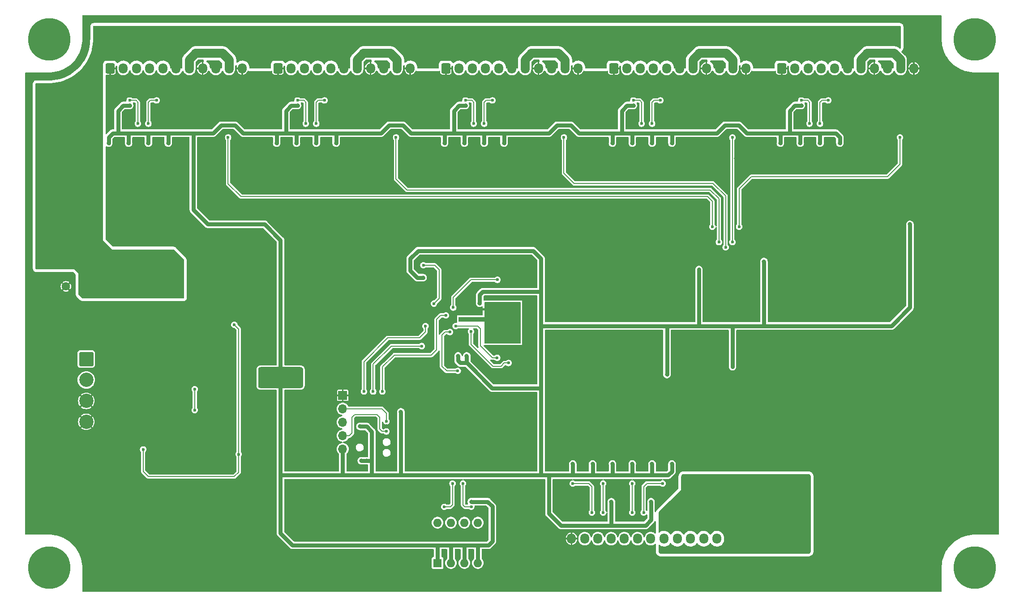
<source format=gbr>
%TF.GenerationSoftware,KiCad,Pcbnew,7.0.5*%
%TF.CreationDate,2023-06-14T02:28:05+02:00*%
%TF.ProjectId,bd845-pwb,62643834-352d-4707-9762-2e6b69636164,1.0.0*%
%TF.SameCoordinates,Original*%
%TF.FileFunction,Copper,L4,Bot*%
%TF.FilePolarity,Positive*%
%FSLAX46Y46*%
G04 Gerber Fmt 4.6, Leading zero omitted, Abs format (unit mm)*
G04 Created by KiCad (PCBNEW 7.0.5) date 2023-06-14 02:28:05*
%MOMM*%
%LPD*%
G01*
G04 APERTURE LIST*
G04 Aperture macros list*
%AMRoundRect*
0 Rectangle with rounded corners*
0 $1 Rounding radius*
0 $2 $3 $4 $5 $6 $7 $8 $9 X,Y pos of 4 corners*
0 Add a 4 corners polygon primitive as box body*
4,1,4,$2,$3,$4,$5,$6,$7,$8,$9,$2,$3,0*
0 Add four circle primitives for the rounded corners*
1,1,$1+$1,$2,$3*
1,1,$1+$1,$4,$5*
1,1,$1+$1,$6,$7*
1,1,$1+$1,$8,$9*
0 Add four rect primitives between the rounded corners*
20,1,$1+$1,$2,$3,$4,$5,0*
20,1,$1+$1,$4,$5,$6,$7,0*
20,1,$1+$1,$6,$7,$8,$9,0*
20,1,$1+$1,$8,$9,$2,$3,0*%
G04 Aperture macros list end*
%TA.AperFunction,ComponentPad*%
%ADD10R,1.600000X1.600000*%
%TD*%
%TA.AperFunction,ComponentPad*%
%ADD11O,1.600000X1.600000*%
%TD*%
%TA.AperFunction,ComponentPad*%
%ADD12C,0.900000*%
%TD*%
%TA.AperFunction,ComponentPad*%
%ADD13C,8.000000*%
%TD*%
%TA.AperFunction,ComponentPad*%
%ADD14R,1.700000X1.700000*%
%TD*%
%TA.AperFunction,ComponentPad*%
%ADD15O,1.700000X1.700000*%
%TD*%
%TA.AperFunction,ComponentPad*%
%ADD16RoundRect,0.250001X-1.099999X1.099999X-1.099999X-1.099999X1.099999X-1.099999X1.099999X1.099999X0*%
%TD*%
%TA.AperFunction,ComponentPad*%
%ADD17C,2.700000*%
%TD*%
%TA.AperFunction,ComponentPad*%
%ADD18RoundRect,0.250000X-0.600000X-0.725000X0.600000X-0.725000X0.600000X0.725000X-0.600000X0.725000X0*%
%TD*%
%TA.AperFunction,ComponentPad*%
%ADD19O,1.700000X1.950000*%
%TD*%
%TA.AperFunction,ComponentPad*%
%ADD20C,1.600000*%
%TD*%
%TA.AperFunction,ComponentPad*%
%ADD21RoundRect,0.250000X0.600000X0.725000X-0.600000X0.725000X-0.600000X-0.725000X0.600000X-0.725000X0*%
%TD*%
%TA.AperFunction,ViaPad*%
%ADD22C,0.800000*%
%TD*%
%TA.AperFunction,ViaPad*%
%ADD23C,0.600000*%
%TD*%
%TA.AperFunction,Conductor*%
%ADD24C,0.800000*%
%TD*%
%TA.AperFunction,Conductor*%
%ADD25C,0.203000*%
%TD*%
%TA.AperFunction,Conductor*%
%ADD26C,1.700000*%
%TD*%
G04 APERTURE END LIST*
D10*
%TO.P,SW101,1*%
%TO.N,+3V3*%
X132430000Y-145100000D03*
D11*
%TO.P,SW101,2*%
X134970000Y-145100000D03*
%TO.P,SW101,3*%
X137510000Y-145100000D03*
%TO.P,SW101,4*%
X140050000Y-145100000D03*
%TO.P,SW101,5*%
%TO.N,/OPT_LEGACY_SW*%
X140050000Y-137480000D03*
%TO.P,SW101,6*%
%TO.N,/OPT_DEBOUNCE_SW*%
X137510000Y-137480000D03*
%TO.P,SW101,7*%
%TO.N,/OPT_BOOT0_SW*%
X134970000Y-137480000D03*
%TO.P,SW101,8*%
%TO.N,/OPT_LIGHT_SW*%
X132430000Y-137480000D03*
%TD*%
D12*
%TO.P,H103,1,1*%
%TO.N,Net-(C103-Pad2)*%
X231000000Y-146000000D03*
X231878680Y-143878680D03*
X231878680Y-148121320D03*
X234000000Y-143000000D03*
D13*
X234000000Y-146000000D03*
D12*
X234000000Y-149000000D03*
X236121320Y-143878680D03*
X236121320Y-148121320D03*
X237000000Y-146000000D03*
%TD*%
D14*
%TO.P,J302,1,Pin_1*%
%TO.N,GND*%
X114500000Y-113380000D03*
D15*
%TO.P,J302,2,Pin_2*%
%TO.N,/MCU/CONN_SWCLK*%
X114500000Y-115920000D03*
%TO.P,J302,3,Pin_3*%
%TO.N,/MCU/CONN_SWDIO*%
X114500000Y-118460000D03*
%TO.P,J302,4,Pin_4*%
%TO.N,/MCU/CONN_NRST*%
X114500000Y-121000000D03*
%TO.P,J302,5,Pin_5*%
%TO.N,+3V3*%
X114500000Y-123540000D03*
%TD*%
D16*
%TO.P,J101,1,Pin_1*%
%TO.N,/Power/EXT_VCC*%
X66000000Y-106500000D03*
D17*
%TO.P,J101,2,Pin_2*%
X66000000Y-110460000D03*
%TO.P,J101,3,Pin_3*%
%TO.N,GND*%
X66000000Y-114420000D03*
%TO.P,J101,4,Pin_4*%
X66000000Y-118380000D03*
%TD*%
D18*
%TO.P,J601,1,Pin_1*%
%TO.N,GND*%
X102250000Y-51500000D03*
D19*
%TO.P,J601,2,Pin_2*%
%TO.N,/Pad Channel 2/CH_S1_CONN*%
X104750000Y-51500000D03*
%TO.P,J601,3,Pin_3*%
%TO.N,/Pad Channel 2/CH_S2_CONN*%
X107250000Y-51500000D03*
%TO.P,J601,4,Pin_4*%
%TO.N,/Pad Channel 2/CH_S3_CONN*%
X109750000Y-51500000D03*
%TO.P,J601,5,Pin_5*%
%TO.N,/Pad Channel 2/CH_S4_CONN*%
X112250000Y-51500000D03*
%TO.P,J601,6,Pin_6*%
%TO.N,VCC*%
X114750000Y-51500000D03*
%TO.P,J601,7,Pin_7*%
%TO.N,/Pad Channel 2/CH_LIGHT_CONN*%
X117250000Y-51500000D03*
%TO.P,J601,8,Pin_8*%
%TO.N,GND*%
X119750000Y-51500000D03*
%TO.P,J601,9,Pin_9*%
%TO.N,VCC*%
X122250000Y-51500000D03*
%TO.P,J601,10,Pin_10*%
%TO.N,/Pad Channel 2/CH_LIGHT_CONN*%
X124750000Y-51500000D03*
%TO.P,J601,11,Pin_11*%
%TO.N,GND*%
X127250000Y-51500000D03*
%TD*%
D18*
%TO.P,J901,1,Pin_1*%
%TO.N,GND*%
X197500000Y-51500000D03*
D19*
%TO.P,J901,2,Pin_2*%
%TO.N,/Pad Channel 5/CH_S1_CONN*%
X200000000Y-51500000D03*
%TO.P,J901,3,Pin_3*%
%TO.N,/Pad Channel 5/CH_S2_CONN*%
X202500000Y-51500000D03*
%TO.P,J901,4,Pin_4*%
%TO.N,/Pad Channel 5/CH_S3_CONN*%
X205000000Y-51500000D03*
%TO.P,J901,5,Pin_5*%
%TO.N,/Pad Channel 5/CH_S4_CONN*%
X207500000Y-51500000D03*
%TO.P,J901,6,Pin_6*%
%TO.N,VCC*%
X210000000Y-51500000D03*
%TO.P,J901,7,Pin_7*%
%TO.N,/Pad Channel 5/CH_LIGHT_CONN*%
X212500000Y-51500000D03*
%TO.P,J901,8,Pin_8*%
%TO.N,GND*%
X215000000Y-51500000D03*
%TO.P,J901,9,Pin_9*%
%TO.N,VCC*%
X217500000Y-51500000D03*
%TO.P,J901,10,Pin_10*%
%TO.N,/Pad Channel 5/CH_LIGHT_CONN*%
X220000000Y-51500000D03*
%TO.P,J901,11,Pin_11*%
%TO.N,GND*%
X222500000Y-51500000D03*
%TD*%
D18*
%TO.P,J501,1,Pin_1*%
%TO.N,GND*%
X70500000Y-51500000D03*
D19*
%TO.P,J501,2,Pin_2*%
%TO.N,/Pad Channel 1/CH_S1_CONN*%
X73000000Y-51500000D03*
%TO.P,J501,3,Pin_3*%
%TO.N,/Pad Channel 1/CH_S2_CONN*%
X75500000Y-51500000D03*
%TO.P,J501,4,Pin_4*%
%TO.N,/Pad Channel 1/CH_S3_CONN*%
X78000000Y-51500000D03*
%TO.P,J501,5,Pin_5*%
%TO.N,/Pad Channel 1/CH_S4_CONN*%
X80500000Y-51500000D03*
%TO.P,J501,6,Pin_6*%
%TO.N,VCC*%
X83000000Y-51500000D03*
%TO.P,J501,7,Pin_7*%
%TO.N,/Pad Channel 1/CH_LIGHT_CONN*%
X85500000Y-51500000D03*
%TO.P,J501,8,Pin_8*%
%TO.N,GND*%
X88000000Y-51500000D03*
%TO.P,J501,9,Pin_9*%
%TO.N,VCC*%
X90500000Y-51500000D03*
%TO.P,J501,10,Pin_10*%
%TO.N,/Pad Channel 1/CH_LIGHT_CONN*%
X93000000Y-51500000D03*
%TO.P,J501,11,Pin_11*%
%TO.N,GND*%
X95500000Y-51500000D03*
%TD*%
D10*
%TO.P,C201,1*%
%TO.N,VCC*%
X65652651Y-92750000D03*
D20*
%TO.P,C201,2*%
%TO.N,GND*%
X62152651Y-92750000D03*
%TD*%
D21*
%TO.P,J401,1,Pin_1*%
%TO.N,GND1*%
X187750000Y-140500000D03*
D19*
%TO.P,J401,2,Pin_2*%
%TO.N,/Comm Channel/CH1_PAD_CONN*%
X185250000Y-140500000D03*
%TO.P,J401,3,Pin_3*%
%TO.N,/Comm Channel/CH2_PAD_CONN*%
X182750000Y-140500000D03*
%TO.P,J401,4,Pin_4*%
%TO.N,/Comm Channel/CH3_PAD_CONN*%
X180250000Y-140500000D03*
%TO.P,J401,5,Pin_5*%
%TO.N,/Comm Channel/CH4_PAD_CONN*%
X177750000Y-140500000D03*
%TO.P,J401,6,Pin_6*%
%TO.N,/Comm Channel/CH5_PAD_CONN*%
X175250000Y-140500000D03*
%TO.P,J401,7,Pin_7*%
%TO.N,/Comm Channel/FL1_CONN*%
X172750000Y-140500000D03*
%TO.P,J401,8,Pin_8*%
%TO.N,/Comm Channel/FL2_CONN*%
X170250000Y-140500000D03*
%TO.P,J401,9,Pin_9*%
%TO.N,/Comm Channel/FL3_CONN*%
X167750000Y-140500000D03*
%TO.P,J401,10,Pin_10*%
%TO.N,/Comm Channel/FL4_CONN*%
X165250000Y-140500000D03*
%TO.P,J401,11,Pin_11*%
%TO.N,/Comm Channel/FL5_CONN*%
X162750000Y-140500000D03*
%TO.P,J401,12,Pin_12*%
%TO.N,/Comm Channel/TEST_CONN*%
X160250000Y-140500000D03*
%TO.P,J401,13,Pin_13*%
%TO.N,GND*%
X157750000Y-140500000D03*
%TD*%
D18*
%TO.P,J701,1,Pin_1*%
%TO.N,GND*%
X134000000Y-51500000D03*
D19*
%TO.P,J701,2,Pin_2*%
%TO.N,/Pad Channel 3/CH_S1_CONN*%
X136500000Y-51500000D03*
%TO.P,J701,3,Pin_3*%
%TO.N,/Pad Channel 3/CH_S2_CONN*%
X139000000Y-51500000D03*
%TO.P,J701,4,Pin_4*%
%TO.N,/Pad Channel 3/CH_S3_CONN*%
X141500000Y-51500000D03*
%TO.P,J701,5,Pin_5*%
%TO.N,/Pad Channel 3/CH_S4_CONN*%
X144000000Y-51500000D03*
%TO.P,J701,6,Pin_6*%
%TO.N,VCC*%
X146500000Y-51500000D03*
%TO.P,J701,7,Pin_7*%
%TO.N,/Pad Channel 3/CH_LIGHT_CONN*%
X149000000Y-51500000D03*
%TO.P,J701,8,Pin_8*%
%TO.N,GND*%
X151500000Y-51500000D03*
%TO.P,J701,9,Pin_9*%
%TO.N,VCC*%
X154000000Y-51500000D03*
%TO.P,J701,10,Pin_10*%
%TO.N,/Pad Channel 3/CH_LIGHT_CONN*%
X156500000Y-51500000D03*
%TO.P,J701,11,Pin_11*%
%TO.N,GND*%
X159000000Y-51500000D03*
%TD*%
D18*
%TO.P,J801,1,Pin_1*%
%TO.N,GND*%
X165750000Y-51500000D03*
D19*
%TO.P,J801,2,Pin_2*%
%TO.N,/Pad Channel 4/CH_S1_CONN*%
X168250000Y-51500000D03*
%TO.P,J801,3,Pin_3*%
%TO.N,/Pad Channel 4/CH_S2_CONN*%
X170750000Y-51500000D03*
%TO.P,J801,4,Pin_4*%
%TO.N,/Pad Channel 4/CH_S3_CONN*%
X173250000Y-51500000D03*
%TO.P,J801,5,Pin_5*%
%TO.N,/Pad Channel 4/CH_S4_CONN*%
X175750000Y-51500000D03*
%TO.P,J801,6,Pin_6*%
%TO.N,VCC*%
X178250000Y-51500000D03*
%TO.P,J801,7,Pin_7*%
%TO.N,/Pad Channel 4/CH_LIGHT_CONN*%
X180750000Y-51500000D03*
%TO.P,J801,8,Pin_8*%
%TO.N,GND*%
X183250000Y-51500000D03*
%TO.P,J801,9,Pin_9*%
%TO.N,VCC*%
X185750000Y-51500000D03*
%TO.P,J801,10,Pin_10*%
%TO.N,/Pad Channel 4/CH_LIGHT_CONN*%
X188250000Y-51500000D03*
%TO.P,J801,11,Pin_11*%
%TO.N,GND*%
X190750000Y-51500000D03*
%TD*%
D12*
%TO.P,H101,1,1*%
%TO.N,Net-(C101-Pad2)*%
X56000000Y-46000000D03*
X56878680Y-43878680D03*
X56878680Y-48121320D03*
X59000000Y-43000000D03*
D13*
X59000000Y-46000000D03*
D12*
X59000000Y-49000000D03*
X61121320Y-43878680D03*
X61121320Y-48121320D03*
X62000000Y-46000000D03*
%TD*%
%TO.P,H104,1,1*%
%TO.N,Net-(C104-Pad2)*%
X56000000Y-146000000D03*
X56878680Y-143878680D03*
X56878680Y-148121320D03*
X59000000Y-143000000D03*
D13*
X59000000Y-146000000D03*
D12*
X59000000Y-149000000D03*
X61121320Y-143878680D03*
X61121320Y-148121320D03*
X62000000Y-146000000D03*
%TD*%
%TO.P,H102,1,1*%
%TO.N,Net-(C102-Pad2)*%
X231000000Y-46000000D03*
X231878680Y-43878680D03*
X231878680Y-48121320D03*
X234000000Y-43000000D03*
D13*
X234000000Y-46000000D03*
D12*
X234000000Y-49000000D03*
X236121320Y-43878680D03*
X236121320Y-48121320D03*
X237000000Y-46000000D03*
%TD*%
D22*
%TO.N,GND*%
X177200000Y-121000000D03*
X237850000Y-139000000D03*
X186500000Y-98500000D03*
X237850000Y-91222216D03*
X224000000Y-91000000D03*
X215500000Y-68500000D03*
X201500000Y-83500000D03*
X203750000Y-54500000D03*
X89676470Y-149850000D03*
X209000000Y-83500000D03*
D23*
X145850000Y-108150000D03*
D22*
X82250000Y-69500000D03*
X126500000Y-77250000D03*
X89000000Y-98500000D03*
X111500000Y-136000000D03*
X92000000Y-121800000D03*
X149000000Y-136000000D03*
X232725375Y-139117026D03*
X78250000Y-106000000D03*
X203323526Y-149850000D03*
X190650000Y-115050000D03*
X216500000Y-54500000D03*
X224000000Y-61000000D03*
X185750000Y-91000000D03*
D23*
X105950000Y-56600000D03*
D22*
X111500000Y-106000000D03*
X143750000Y-68000000D03*
X82150000Y-115250000D03*
X229050253Y-50949747D03*
D23*
X169450000Y-56600000D03*
D22*
X172000000Y-112500000D03*
X231500000Y-136000000D03*
D23*
X136250000Y-130050000D03*
D22*
X164000000Y-53500000D03*
X231500000Y-61000000D03*
X141500000Y-89750000D03*
X96500000Y-143500000D03*
X164000000Y-67750000D03*
X134000000Y-73250000D03*
X224000000Y-106000000D03*
D23*
X74200000Y-56600000D03*
D22*
X81500000Y-136000000D03*
X224000000Y-128500000D03*
X126500000Y-130250000D03*
X134000000Y-56250000D03*
X202500000Y-121000000D03*
X117000000Y-143500000D03*
X94411764Y-42150000D03*
X127250000Y-121000000D03*
X59000000Y-121000000D03*
X193852938Y-42150000D03*
X201500000Y-98500000D03*
X117750000Y-106000000D03*
D23*
X131050000Y-100250000D03*
D22*
X216500000Y-121000000D03*
X227117026Y-47274625D03*
X208058820Y-42150000D03*
X237850000Y-105555547D03*
X104000000Y-143500000D03*
X111000000Y-54500000D03*
X137029410Y-42150000D03*
X237850000Y-115111101D03*
X83400000Y-116250000D03*
X231500000Y-91000000D03*
X189117644Y-42150000D03*
X113352940Y-149850000D03*
X55150000Y-95999993D03*
X161750000Y-121000000D03*
X172000000Y-54500000D03*
D23*
X143700000Y-107150000D03*
D22*
X142750000Y-54500000D03*
X216500000Y-136000000D03*
X179647056Y-149850000D03*
X66500000Y-128500000D03*
X224000000Y-54500000D03*
X201500000Y-113500000D03*
X209000000Y-143500000D03*
X118088234Y-149850000D03*
X201000000Y-70500000D03*
X165441174Y-149850000D03*
D23*
X129750000Y-89650000D03*
D22*
X142000000Y-108750000D03*
X132294116Y-149850000D03*
X99147058Y-42150000D03*
X66500000Y-136000000D03*
X194000000Y-53500000D03*
X78500000Y-115400000D03*
X89676470Y-42150000D03*
X55150000Y-53000000D03*
X122823528Y-42150000D03*
X92750000Y-108000000D03*
X140400000Y-97550000D03*
D23*
X156325000Y-63650000D03*
D22*
X81500000Y-127500000D03*
D23*
X171400000Y-136500000D03*
D22*
X90850000Y-113000000D03*
X216500000Y-76000000D03*
X194150000Y-86500000D03*
X171500000Y-98500000D03*
D23*
X141600000Y-100250000D03*
D22*
X227000000Y-42150000D03*
X127250000Y-116500000D03*
D23*
X184350000Y-110850000D03*
X203750000Y-61950000D03*
D22*
X96500000Y-83500000D03*
X102250000Y-61000000D03*
X137029410Y-149850000D03*
X74000000Y-143500000D03*
D23*
X140250000Y-61950000D03*
D22*
X194000000Y-113500000D03*
D23*
X190350000Y-81450000D03*
D22*
X164000000Y-143500000D03*
X170176468Y-42150000D03*
X81500000Y-143500000D03*
X175800000Y-111000000D03*
D23*
X141600000Y-103250000D03*
D22*
X188876000Y-68500000D03*
X80900000Y-116250000D03*
X224000000Y-113500000D03*
X171500000Y-143500000D03*
X55150000Y-119888878D03*
X74000000Y-71500000D03*
X189500000Y-126750000D03*
X86150000Y-109250000D03*
X141764704Y-149850000D03*
X194000000Y-83500000D03*
X119000000Y-61000000D03*
X217529408Y-149850000D03*
X184382350Y-42150000D03*
X134700000Y-105900000D03*
X66000000Y-42150000D03*
D23*
X138800000Y-135400000D03*
D22*
X96750000Y-119950000D03*
D23*
X141600000Y-98050000D03*
D22*
X237850000Y-134222209D03*
X55150000Y-134222209D03*
X183000000Y-61000000D03*
X206250000Y-54500000D03*
X168500000Y-113500000D03*
X96500000Y-68500000D03*
X149000000Y-143500000D03*
X203323526Y-42150000D03*
X208500000Y-70500000D03*
X133750000Y-143500000D03*
X86150000Y-111000000D03*
X86150000Y-107500000D03*
X226750000Y-88500000D03*
X224000000Y-121000000D03*
D23*
X134000000Y-99150000D03*
D22*
X184382350Y-149850000D03*
X76000000Y-103500000D03*
X237850000Y-53000000D03*
X222264702Y-149850000D03*
X137250000Y-121000000D03*
X94411764Y-149850000D03*
X86150000Y-105750000D03*
D23*
X119375000Y-112350000D03*
D22*
X111500000Y-130250000D03*
X165441174Y-42150000D03*
X237850000Y-57777777D03*
X74000000Y-83500000D03*
X164000000Y-61000000D03*
X70735294Y-149850000D03*
X80900000Y-115250000D03*
X237850000Y-81666662D03*
X65882974Y-47274625D03*
X59750000Y-105500000D03*
X55150000Y-62555554D03*
X119000000Y-68500000D03*
D23*
X184725000Y-84375000D03*
D22*
X108500000Y-54500000D03*
X174911762Y-149850000D03*
X194000000Y-68500000D03*
X237850000Y-124666655D03*
X96500000Y-128500000D03*
X119000000Y-130250000D03*
X167700000Y-133500000D03*
D23*
X134900000Y-100450000D03*
D22*
X129250000Y-143500000D03*
X104000000Y-106000000D03*
X55150000Y-91222216D03*
D23*
X131750000Y-96900000D03*
D22*
X216500000Y-106000000D03*
X119000000Y-77250000D03*
X149000000Y-130250000D03*
X111500000Y-143500000D03*
X174500000Y-54500000D03*
X208058820Y-149850000D03*
X133700000Y-133500000D03*
X224000000Y-68500000D03*
X171500000Y-83500000D03*
X59000000Y-98500000D03*
X55150000Y-86444439D03*
X173000000Y-121000000D03*
X103882352Y-149850000D03*
X194000000Y-106000000D03*
X231500000Y-106000000D03*
X122750000Y-119250000D03*
X222264702Y-42150000D03*
X55150000Y-115111101D03*
X231500000Y-98500000D03*
X216500000Y-83500000D03*
X79300000Y-58500000D03*
X179750000Y-68500000D03*
X60274625Y-139117026D03*
X99147058Y-149850000D03*
X165500000Y-121000000D03*
X164000000Y-98500000D03*
X104250000Y-136000000D03*
X74000000Y-76000000D03*
X168100000Y-69200000D03*
X179350000Y-83400000D03*
X206300000Y-58500000D03*
X119000000Y-91000000D03*
X84941176Y-42150000D03*
X217529408Y-42150000D03*
X92750000Y-113500000D03*
X124750000Y-135000000D03*
X156500000Y-83500000D03*
D23*
X137700000Y-56600000D03*
X143683333Y-103250000D03*
D22*
X237850000Y-129444432D03*
D23*
X157050000Y-130050000D03*
X147850000Y-103250000D03*
D22*
X75470588Y-149850000D03*
X231500000Y-76000000D03*
D23*
X189075000Y-84375000D03*
X169250000Y-136500000D03*
D22*
X179350000Y-82450000D03*
X123750000Y-116500000D03*
X84650000Y-115250000D03*
X70735294Y-42150000D03*
X232725375Y-52882974D03*
D23*
X124575000Y-63650000D03*
D22*
X74000000Y-106000000D03*
X215000000Y-61000000D03*
X84425000Y-122750000D03*
X98250000Y-119950000D03*
D23*
X147850000Y-98416666D03*
D22*
X89000000Y-91000000D03*
X224000000Y-136000000D03*
X119000000Y-83500000D03*
X164000000Y-83500000D03*
X198588232Y-149850000D03*
X227117026Y-144725375D03*
X81500000Y-83500000D03*
X209000000Y-113500000D03*
X190650000Y-114100000D03*
X84650000Y-116250000D03*
D23*
X185650000Y-86650000D03*
D22*
X74000000Y-136000000D03*
X133500000Y-126300000D03*
D23*
X143750000Y-90600000D03*
D22*
X180500000Y-126750000D03*
X204750000Y-70500000D03*
X134000000Y-61000000D03*
D23*
X172000000Y-61950000D03*
X201200000Y-56600000D03*
D22*
X237850000Y-86444439D03*
X155970586Y-149850000D03*
X141000000Y-121000000D03*
X231500000Y-83500000D03*
X122750000Y-125750000D03*
X108617646Y-42150000D03*
X127750000Y-62000000D03*
X96500000Y-54500000D03*
X96500000Y-77000000D03*
X66000000Y-149850000D03*
X209000000Y-128500000D03*
X132294116Y-42150000D03*
X140250000Y-54500000D03*
X149000000Y-83500000D03*
X137250000Y-126300000D03*
X209000000Y-98500000D03*
X142800000Y-58500000D03*
X212794114Y-149850000D03*
X140500000Y-70250000D03*
X155600000Y-143500000D03*
D23*
X121125000Y-112350000D03*
D22*
X63949747Y-141050253D03*
X229050253Y-141050253D03*
X76750000Y-54500000D03*
D23*
X170200000Y-130050000D03*
D22*
X237850000Y-62555554D03*
X100500000Y-121850000D03*
D23*
X145766666Y-103250000D03*
D22*
X103882352Y-42150000D03*
X156000000Y-54500000D03*
X158000000Y-121000000D03*
X175700000Y-71250000D03*
X160200000Y-133500000D03*
X82150000Y-116250000D03*
X156500000Y-98500000D03*
X79250000Y-54500000D03*
X84941176Y-149850000D03*
X55150000Y-100777770D03*
X224000000Y-98500000D03*
X209000000Y-106000000D03*
X151235292Y-149850000D03*
D23*
X147850000Y-100833332D03*
D22*
X66500000Y-121000000D03*
D23*
X186900000Y-86250000D03*
D22*
X174911762Y-42150000D03*
X55150000Y-110333324D03*
X61750000Y-113500000D03*
D23*
X134500000Y-96750000D03*
D22*
X59000000Y-136000000D03*
X164750000Y-114500000D03*
X231500000Y-121000000D03*
X227000000Y-149850000D03*
X149000000Y-98500000D03*
X55150000Y-57777777D03*
X131250000Y-91100000D03*
X127558822Y-42150000D03*
X126500000Y-68500000D03*
X224000000Y-76000000D03*
X89000000Y-83500000D03*
D23*
X163750000Y-136500000D03*
D22*
X160705880Y-42150000D03*
X55150000Y-139000000D03*
X55150000Y-67333331D03*
X81500000Y-76000000D03*
D23*
X188175000Y-63675000D03*
D22*
X231500000Y-113500000D03*
X75470588Y-42150000D03*
X146499998Y-42150000D03*
X83400000Y-115250000D03*
X111050000Y-58500000D03*
X118088234Y-42150000D03*
X63949747Y-50949747D03*
X189117644Y-149850000D03*
D23*
X76750000Y-61950000D03*
D22*
X232790000Y-128220000D03*
D23*
X162800000Y-130050000D03*
D22*
X216500000Y-113500000D03*
X194000000Y-126750000D03*
D23*
X143683333Y-96000000D03*
X94000000Y-99100000D03*
D22*
X151235292Y-42150000D03*
X104000000Y-98500000D03*
X179000000Y-98500000D03*
X80205882Y-149850000D03*
X89000000Y-143500000D03*
X80205882Y-42150000D03*
X136250000Y-135750000D03*
X89000000Y-76000000D03*
X55150000Y-76888885D03*
X76750000Y-115400000D03*
X194000000Y-61000000D03*
D23*
X147850000Y-96000000D03*
D22*
X141500000Y-135250000D03*
X96500000Y-61000000D03*
X157000000Y-116250000D03*
X77750000Y-70500000D03*
D23*
X145766666Y-96000000D03*
D22*
X55150000Y-81666662D03*
X237850000Y-72111108D03*
D23*
X108500000Y-61950000D03*
D22*
X149000000Y-61000000D03*
X113352940Y-42150000D03*
X88000000Y-61000000D03*
X201500000Y-106000000D03*
X55150000Y-72111108D03*
X198500000Y-126750000D03*
X160705880Y-149850000D03*
X59000000Y-91000000D03*
X92750000Y-119250000D03*
X186500000Y-54750000D03*
X198588232Y-42150000D03*
X141000000Y-126300000D03*
X170176468Y-149850000D03*
X62750000Y-102500000D03*
X111500000Y-113500000D03*
X237850000Y-110333324D03*
X127558822Y-149850000D03*
X55150000Y-105555547D03*
D23*
X92825000Y-63650000D03*
D22*
X129750000Y-126300000D03*
X141764704Y-42150000D03*
X169250000Y-121000000D03*
X209000000Y-121000000D03*
D23*
X175950000Y-130050000D03*
D22*
X216500000Y-128500000D03*
X193852938Y-149850000D03*
X55150000Y-124666655D03*
X137500000Y-72000000D03*
D23*
X139650000Y-101300000D03*
D22*
X96500000Y-98500000D03*
D23*
X219850000Y-63650000D03*
D22*
X102250000Y-56000000D03*
X59000000Y-128500000D03*
X89000000Y-136000000D03*
X61250000Y-102500000D03*
X185000000Y-126750000D03*
X65882974Y-144725375D03*
X216500000Y-143500000D03*
X108617646Y-149850000D03*
X155970586Y-42150000D03*
X96500000Y-91000000D03*
X90850000Y-114550000D03*
X149000000Y-67750000D03*
X139550000Y-105900000D03*
X111500000Y-121000000D03*
X237850000Y-95999993D03*
D23*
X87400000Y-116150000D03*
D22*
X212794114Y-42150000D03*
X209000000Y-136000000D03*
X122823528Y-149850000D03*
D23*
X137150000Y-108750000D03*
D22*
X74000000Y-128500000D03*
X60274625Y-52882974D03*
X96500000Y-136000000D03*
X237850000Y-67333331D03*
D23*
X141600000Y-96000000D03*
D22*
X237850000Y-76888885D03*
X174550000Y-58500000D03*
X237850000Y-119888878D03*
X112500000Y-70250000D03*
X74750000Y-123700000D03*
X237850000Y-100777770D03*
X224000000Y-143500000D03*
X149000000Y-121000000D03*
X226750000Y-83675000D03*
X109500000Y-70250000D03*
D23*
X183475000Y-81450000D03*
D22*
X156500000Y-136000000D03*
X75000000Y-115400000D03*
X141500000Y-143500000D03*
D23*
X129450000Y-104950000D03*
D22*
X216500000Y-98500000D03*
D23*
X77650000Y-123600000D03*
D22*
X117000000Y-136000000D03*
X93750000Y-121800000D03*
X133500000Y-121000000D03*
X179647056Y-42150000D03*
X184350000Y-107500000D03*
X124500000Y-54500000D03*
X146499998Y-149850000D03*
X231500000Y-68500000D03*
X104250000Y-130250000D03*
X171750000Y-70250000D03*
X106500000Y-70250000D03*
D23*
X161600000Y-136500000D03*
D22*
X55150000Y-129444432D03*
X121525000Y-125750000D03*
X88500000Y-68500000D03*
X161000000Y-115500000D03*
%TO.N,+3V3*%
X119000000Y-125750000D03*
X169250000Y-126350000D03*
X221750000Y-81000000D03*
X118000000Y-125750000D03*
X133750000Y-65650000D03*
X176750000Y-65650000D03*
X136300000Y-105900000D03*
X105950000Y-58500000D03*
X81500000Y-65650000D03*
X106350000Y-108650000D03*
X105750000Y-65650000D03*
X137700000Y-58500000D03*
X101537500Y-111300000D03*
X99112500Y-108650000D03*
X137950000Y-105900000D03*
X113250000Y-65650000D03*
X197250000Y-65650000D03*
X125500000Y-116500000D03*
X169450000Y-58500000D03*
X101525000Y-108650000D03*
X172800000Y-133500000D03*
X102000000Y-65650000D03*
X165500000Y-126350000D03*
X106350000Y-111300000D03*
X194150000Y-88050000D03*
X173000000Y-65650000D03*
X145000000Y-65650000D03*
X173000000Y-126350000D03*
X175800000Y-109450000D03*
X176750000Y-126350000D03*
X158000000Y-126350000D03*
X109500000Y-65650000D03*
X99125000Y-111300000D03*
X201200000Y-58500000D03*
D23*
X188200000Y-107950000D03*
D22*
X140400000Y-95950000D03*
X77750000Y-65650000D03*
X74000000Y-65650000D03*
X161750000Y-126350000D03*
X103950000Y-111300000D03*
X165300000Y-133500000D03*
X102731250Y-109975000D03*
D23*
X181850000Y-89550000D03*
D22*
X208500000Y-65650000D03*
X138800000Y-133500000D03*
X70250000Y-65650000D03*
X129700000Y-91100000D03*
X74200000Y-58500000D03*
X105143750Y-109975000D03*
X204750000Y-65650000D03*
X103937500Y-108650000D03*
X141250000Y-65650000D03*
X100318750Y-109975000D03*
X137500000Y-65650000D03*
X201000000Y-65650000D03*
X165500000Y-65650000D03*
X169250000Y-65650000D03*
X117750000Y-119250000D03*
%TO.N,VCC*%
X136541668Y-44250000D03*
X82250000Y-86250000D03*
X73214284Y-94500000D03*
X76750000Y-86250000D03*
X84000000Y-94500000D03*
X130841660Y-49300000D03*
X73750000Y-44250000D03*
X79458332Y-44250000D03*
X78357140Y-94500000D03*
X57000000Y-77583328D03*
X187924996Y-44250000D03*
X68750000Y-66050000D03*
X57000000Y-54750000D03*
X119416664Y-44250000D03*
X84000000Y-90000000D03*
X182216664Y-44250000D03*
X199349992Y-49300000D03*
X153674996Y-44250000D03*
X85166664Y-44250000D03*
X68071428Y-94500000D03*
X68750000Y-77850000D03*
X216466672Y-44250000D03*
X57000000Y-66166664D03*
X130833328Y-44250000D03*
X193641660Y-49300000D03*
X96591660Y-49300000D03*
X79466664Y-49300000D03*
X142266664Y-49300000D03*
X73758332Y-49300000D03*
X68750000Y-60150000D03*
X57000000Y-60458332D03*
X170800000Y-44250000D03*
X142258332Y-44250000D03*
X68041668Y-44250000D03*
X65500000Y-90500000D03*
X199341660Y-44250000D03*
X210758332Y-44250000D03*
X71250000Y-86250000D03*
X136550000Y-49300000D03*
X57000000Y-71874996D03*
X113708332Y-44250000D03*
X170808332Y-49300000D03*
X57000000Y-89000000D03*
X176516664Y-49300000D03*
X193633328Y-44250000D03*
X96583328Y-44250000D03*
X68050000Y-49300000D03*
X176508332Y-44250000D03*
X62000000Y-89000000D03*
X102291668Y-44250000D03*
X68750000Y-71950000D03*
X125124996Y-44250000D03*
X205050000Y-44250000D03*
X108000000Y-44250000D03*
X90874996Y-44250000D03*
X68750000Y-54250000D03*
X108008332Y-49300000D03*
X210766664Y-49300000D03*
X205058332Y-49300000D03*
X57000000Y-83291660D03*
X159383328Y-44250000D03*
X68750000Y-83750000D03*
X165099992Y-49300000D03*
X102300000Y-49300000D03*
X165091660Y-44250000D03*
X147966664Y-44250000D03*
X159391660Y-49300000D03*
X113716664Y-49300000D03*
D23*
%TO.N,/Power/BUCK_BOOT*%
X86500000Y-116150000D03*
X86500000Y-112200000D03*
%TO.N,/Power/+5V*%
X94000000Y-100000000D03*
X94825000Y-124525000D03*
X76750000Y-123600000D03*
%TO.N,/MCU/MCU_NRST*%
X122000000Y-112650000D03*
X134000000Y-98250000D03*
%TO.N,/MCU/CONN_NRST*%
X122750000Y-120200000D03*
%TO.N,/MCU/CONN_SWCLK*%
X122750000Y-118300000D03*
%TO.N,/Comm Channel/TEST_CONN*%
X158000000Y-130050000D03*
X161600000Y-135550000D03*
%TO.N,/Comm Channel/FL4_CONN*%
X163750000Y-135550000D03*
X163750000Y-130050000D03*
%TO.N,/Comm Channel/FL3_CONN*%
X169250000Y-130050000D03*
X169250000Y-135550000D03*
%TO.N,/Comm Channel/FL1_CONN*%
X171400000Y-135550000D03*
X175000000Y-130050000D03*
D22*
%TO.N,GND1*%
X178671428Y-142850000D03*
X185950000Y-132000000D03*
X190450000Y-132000000D03*
X179000000Y-128750000D03*
X198528568Y-142900000D03*
X190450000Y-130800000D03*
X194950000Y-130800000D03*
X202500000Y-132275000D03*
X202500000Y-128750000D03*
X181450000Y-132000000D03*
X199450000Y-132000000D03*
X202500000Y-142850000D03*
X194557140Y-142900000D03*
X202500000Y-135800000D03*
X194666664Y-128750000D03*
X194950000Y-132000000D03*
X186833332Y-128750000D03*
X199450000Y-130800000D03*
X174700000Y-135750000D03*
X190749998Y-128750000D03*
X178250000Y-132250000D03*
X182642856Y-142850000D03*
X202500000Y-139325000D03*
X182916666Y-128700000D03*
X181450000Y-130800000D03*
X174700000Y-142850000D03*
X198583330Y-128750000D03*
X190585712Y-142900000D03*
X185950000Y-130800000D03*
X186614284Y-142900000D03*
D23*
%TO.N,/Pad Channel 1/CH_S2_CONN*%
X74200000Y-57550000D03*
X75750000Y-61950000D03*
%TO.N,/Pad Channel 1/CH_S3_CONN*%
X77750000Y-61950000D03*
X79300000Y-57550000D03*
%TO.N,/Pad Channel 2/CH_S2_CONN*%
X107500000Y-61950000D03*
X105950000Y-57550000D03*
%TO.N,/Pad Channel 2/CH_S3_CONN*%
X111050000Y-57550000D03*
X109500000Y-61950000D03*
%TO.N,/Pad Channel 3/CH_S2_CONN*%
X139250000Y-61950000D03*
X137700000Y-57550000D03*
%TO.N,/Pad Channel 3/CH_S3_CONN*%
X142800000Y-57550000D03*
X141250000Y-61950000D03*
%TO.N,/Pad Channel 4/CH_S2_CONN*%
X169450000Y-57550000D03*
X171000000Y-61950000D03*
%TO.N,/Pad Channel 4/CH_S3_CONN*%
X174550000Y-57550000D03*
X173000000Y-61950000D03*
%TO.N,/Pad Channel 5/CH_S2_CONN*%
X202750000Y-61950000D03*
X201200000Y-57550000D03*
%TO.N,/Pad Channel 5/CH_S3_CONN*%
X204750000Y-61950000D03*
X206300000Y-57550000D03*
%TO.N,/OPT_DEBOUNCE_SW*%
X137250000Y-130050000D03*
X138800000Y-134450000D03*
%TO.N,/OPT_BOOT0_SW*%
X135250000Y-130050000D03*
X133700000Y-134450000D03*
%TO.N,/MCU/MCU_SWDIO*%
X118500000Y-112650000D03*
X130150000Y-100250000D03*
%TO.N,/MCU/MCU_SWCLK*%
X120250000Y-112650000D03*
X129450000Y-104050000D03*
%TO.N,/COMM.FL1*%
X134750000Y-101400000D03*
X136250000Y-108750000D03*
%TO.N,/LIGHT_CH1*%
X92825000Y-64575000D03*
X184375000Y-81450000D03*
%TO.N,/LIGHT_CH2*%
X185625000Y-84375000D03*
X124575000Y-64575000D03*
%TO.N,/CH3_S4*%
X131750000Y-96000000D03*
X129750000Y-88750000D03*
%TO.N,/LIGHT_CH3*%
X156325000Y-64575000D03*
X186900000Y-85350000D03*
%TO.N,/LIGHT_CH4*%
X188175000Y-64575000D03*
X188175000Y-84375000D03*
%TO.N,/LIGHT_CH5*%
X219850000Y-64575000D03*
X189450000Y-81450000D03*
%TO.N,/LIGHTS_SRCLK*%
X135400000Y-96750000D03*
X143750000Y-91500000D03*
%TO.N,/PADS_RCLK*%
X135850000Y-100250000D03*
X143700000Y-106250000D03*
%TO.N,/PADS_SER*%
X138750000Y-101300000D03*
X145850000Y-107250000D03*
%TD*%
D24*
%TO.N,+3V3*%
X152000000Y-100250000D02*
X175750000Y-100250000D01*
X137510000Y-142010000D02*
X137510000Y-145102500D01*
X204750000Y-63750000D02*
X204750000Y-65650000D01*
X94150000Y-62250000D02*
X95650000Y-63750000D01*
X204750000Y-63750000D02*
X207750000Y-63750000D01*
X142800000Y-134400000D02*
X141900000Y-133500000D01*
X197250000Y-63750000D02*
X199000000Y-63750000D01*
X102731250Y-139481250D02*
X105000000Y-141750000D01*
X128600000Y-91100000D02*
X129700000Y-91100000D01*
X71000000Y-63750000D02*
X72000000Y-63750000D01*
X137250000Y-141750000D02*
X142050000Y-141750000D01*
X189400000Y-62250000D02*
X190900000Y-63750000D01*
X152000000Y-87500000D02*
X150500000Y-86000000D01*
X77750000Y-63750000D02*
X81500000Y-63750000D01*
X142050000Y-141750000D02*
X142800000Y-141000000D01*
X165500000Y-128500000D02*
X169250000Y-128500000D01*
X173000000Y-126350000D02*
X173000000Y-128500000D01*
X201000000Y-63750000D02*
X204750000Y-63750000D01*
X105750000Y-65650000D02*
X105750000Y-64000000D01*
X161750000Y-128500000D02*
X165500000Y-128500000D01*
X125500000Y-116500000D02*
X125500000Y-128500000D01*
X90000000Y-63750000D02*
X91500000Y-62250000D01*
X135500000Y-63750000D02*
X135500000Y-59500000D01*
X186750000Y-62250000D02*
X189400000Y-62250000D01*
X119000000Y-128500000D02*
X114500000Y-128500000D01*
X137250000Y-141750000D02*
X135000000Y-141750000D01*
X144750000Y-63750000D02*
X153500000Y-63750000D01*
X142750000Y-112000000D02*
X152000000Y-112000000D01*
X102731250Y-109975000D02*
X102731250Y-139481250D01*
X135000000Y-141750000D02*
X132250000Y-141750000D01*
X141000000Y-93750000D02*
X152000000Y-93750000D01*
X114500000Y-123540000D02*
X114500000Y-128500000D01*
X165250000Y-138000000D02*
X155750000Y-138000000D01*
X194150000Y-100150000D02*
X194250000Y-100250000D01*
X207750000Y-63750000D02*
X208500000Y-64500000D01*
X158000000Y-126350000D02*
X158000000Y-128500000D01*
X194250000Y-100250000D02*
X218250000Y-100250000D01*
X132250000Y-141750000D02*
X132430000Y-141930000D01*
X199000000Y-59500000D02*
X200000000Y-58500000D01*
X153500000Y-63750000D02*
X155000000Y-62250000D01*
X190900000Y-63750000D02*
X197250000Y-63750000D01*
X175800000Y-109450000D02*
X175800000Y-100300000D01*
X197250000Y-63750000D02*
X197250000Y-65650000D01*
X81500000Y-65650000D02*
X81500000Y-63750000D01*
X104750000Y-58500000D02*
X105950000Y-58500000D01*
X141250000Y-63750000D02*
X144750000Y-63750000D01*
X86250000Y-63750000D02*
X90000000Y-63750000D01*
X113250000Y-65650000D02*
X113250000Y-63750000D01*
X158000000Y-128500000D02*
X161750000Y-128500000D01*
X99750000Y-81000000D02*
X89000000Y-81000000D01*
X140050000Y-145102500D02*
X140050000Y-141850000D01*
X135000000Y-141750000D02*
X134970000Y-141780000D01*
X188000000Y-100250000D02*
X194250000Y-100250000D01*
X135500000Y-63750000D02*
X137500000Y-63750000D01*
X152000000Y-93750000D02*
X152000000Y-100250000D01*
X137950000Y-105900000D02*
X137950000Y-107200000D01*
X106000000Y-63750000D02*
X109500000Y-63750000D01*
X74000000Y-65650000D02*
X74000000Y-63750000D01*
X102731250Y-83981250D02*
X99750000Y-81000000D01*
X157650000Y-62250000D02*
X159150000Y-63750000D01*
X153500000Y-135750000D02*
X153500000Y-128500000D01*
X172800000Y-133500000D02*
X172800000Y-136950000D01*
X72000000Y-63750000D02*
X74000000Y-63750000D01*
X117750000Y-119250000D02*
X119000000Y-119250000D01*
X91500000Y-62250000D02*
X94150000Y-62250000D01*
X120000000Y-125750000D02*
X120000000Y-128500000D01*
X138000000Y-107250000D02*
X142750000Y-112000000D01*
X109500000Y-65650000D02*
X109500000Y-63750000D01*
X173000000Y-63750000D02*
X176800000Y-63750000D01*
X70250000Y-65650000D02*
X70250000Y-64500000D01*
X119000000Y-119250000D02*
X120000000Y-120250000D01*
X208500000Y-64500000D02*
X208500000Y-65650000D01*
X105750000Y-64000000D02*
X106000000Y-63750000D01*
X173000000Y-128500000D02*
X176000000Y-128500000D01*
X185250000Y-63750000D02*
X186750000Y-62250000D01*
X176800000Y-63750000D02*
X178500000Y-63750000D01*
X119250000Y-125750000D02*
X119000000Y-125750000D01*
X95650000Y-63750000D02*
X102000000Y-63750000D01*
X153500000Y-128500000D02*
X158000000Y-128500000D01*
X188200000Y-100450000D02*
X188000000Y-100250000D01*
X72000000Y-59500000D02*
X73000000Y-58500000D01*
X172800000Y-136950000D02*
X171750000Y-138000000D01*
X176750000Y-65650000D02*
X176750000Y-63800000D01*
X142800000Y-141000000D02*
X142800000Y-134400000D01*
X175750000Y-100250000D02*
X182000000Y-100250000D01*
X201000000Y-63750000D02*
X201000000Y-65650000D01*
X72000000Y-63750000D02*
X72000000Y-59500000D01*
X194150000Y-88050000D02*
X194150000Y-100150000D01*
X133750000Y-65650000D02*
X133750000Y-63750000D01*
X132430000Y-141930000D02*
X132430000Y-145102500D01*
X120000000Y-128500000D02*
X125500000Y-128500000D01*
X218250000Y-100250000D02*
X221750000Y-96750000D01*
X169250000Y-126350000D02*
X169250000Y-128500000D01*
X113250000Y-63750000D02*
X121750000Y-63750000D01*
X137250000Y-141750000D02*
X137510000Y-142010000D01*
X167250000Y-59500000D02*
X168250000Y-58500000D01*
X141250000Y-65650000D02*
X141250000Y-63750000D01*
X89000000Y-81000000D02*
X86250000Y-78250000D01*
X136300000Y-105900000D02*
X136300000Y-106800000D01*
X102000000Y-63750000D02*
X103750000Y-63750000D01*
X121750000Y-63750000D02*
X123250000Y-62250000D01*
X168250000Y-58500000D02*
X169450000Y-58500000D01*
X169250000Y-63750000D02*
X173000000Y-63750000D01*
X165500000Y-63750000D02*
X165500000Y-65650000D01*
X173000000Y-65650000D02*
X173000000Y-63750000D01*
X155000000Y-62250000D02*
X157650000Y-62250000D01*
X182000000Y-100250000D02*
X188000000Y-100250000D01*
X137500000Y-63750000D02*
X141250000Y-63750000D01*
X123250000Y-62250000D02*
X125900000Y-62250000D01*
X159150000Y-63750000D02*
X165500000Y-63750000D01*
X128750000Y-86000000D02*
X127250000Y-87500000D01*
X114500000Y-128500000D02*
X102750000Y-128500000D01*
X165300000Y-133500000D02*
X165300000Y-137950000D01*
X120000000Y-120250000D02*
X120000000Y-125750000D01*
X120000000Y-125750000D02*
X118000000Y-125750000D01*
X145000000Y-64000000D02*
X144750000Y-63750000D01*
X176750000Y-63800000D02*
X176800000Y-63750000D01*
X109500000Y-63750000D02*
X113250000Y-63750000D01*
X167250000Y-63750000D02*
X167250000Y-59500000D01*
X152000000Y-128500000D02*
X153500000Y-128500000D01*
X136500000Y-58500000D02*
X137700000Y-58500000D01*
X167250000Y-63750000D02*
X169250000Y-63750000D01*
X86250000Y-78250000D02*
X86250000Y-63750000D01*
X102731250Y-109975000D02*
X102731250Y-83981250D01*
X119000000Y-128500000D02*
X120000000Y-128500000D01*
X103750000Y-63750000D02*
X103750000Y-59500000D01*
X169250000Y-128500000D02*
X173000000Y-128500000D01*
X125500000Y-128500000D02*
X138750000Y-128500000D01*
X137950000Y-107200000D02*
X138000000Y-107250000D01*
X134970000Y-141780000D02*
X134970000Y-145102500D01*
X140000000Y-128500000D02*
X152000000Y-128500000D01*
X200000000Y-58500000D02*
X201200000Y-58500000D01*
X140400000Y-94350000D02*
X141000000Y-93750000D01*
X136750000Y-107250000D02*
X138000000Y-107250000D01*
X150500000Y-86000000D02*
X128750000Y-86000000D01*
X73000000Y-58500000D02*
X74200000Y-58500000D01*
X152000000Y-112000000D02*
X152000000Y-128500000D01*
X181850000Y-100100000D02*
X182000000Y-100250000D01*
X221750000Y-96750000D02*
X221750000Y-81000000D01*
X161750000Y-126350000D02*
X161750000Y-128500000D01*
X137500000Y-65650000D02*
X137500000Y-63750000D01*
X165500000Y-63750000D02*
X167250000Y-63750000D01*
X138750000Y-128500000D02*
X140000000Y-128500000D01*
X155750000Y-138000000D02*
X153500000Y-135750000D01*
X199000000Y-63750000D02*
X199000000Y-59500000D01*
X145000000Y-65650000D02*
X145000000Y-64000000D01*
X103750000Y-59500000D02*
X104750000Y-58500000D01*
X188200000Y-107950000D02*
X188200000Y-100450000D01*
X169250000Y-65650000D02*
X169250000Y-63750000D01*
X178500000Y-63750000D02*
X185250000Y-63750000D01*
X176000000Y-128500000D02*
X176750000Y-127750000D01*
X181850000Y-89550000D02*
X181850000Y-100100000D01*
X165500000Y-126350000D02*
X165500000Y-128500000D01*
X74000000Y-63750000D02*
X77750000Y-63750000D01*
X77750000Y-65650000D02*
X77750000Y-63750000D01*
X171750000Y-138000000D02*
X165250000Y-138000000D01*
X165300000Y-137950000D02*
X165250000Y-138000000D01*
X127250000Y-89750000D02*
X128600000Y-91100000D01*
X175800000Y-100300000D02*
X175750000Y-100250000D01*
X140400000Y-95950000D02*
X140400000Y-94350000D01*
X81500000Y-63750000D02*
X86250000Y-63750000D01*
X152000000Y-93750000D02*
X152000000Y-87500000D01*
X105000000Y-141750000D02*
X132250000Y-141750000D01*
X136300000Y-106800000D02*
X136750000Y-107250000D01*
X152000000Y-100250000D02*
X152000000Y-112000000D01*
X127250000Y-87500000D02*
X127250000Y-89750000D01*
X135500000Y-59500000D02*
X136500000Y-58500000D01*
X70250000Y-64500000D02*
X71000000Y-63750000D01*
X176750000Y-127750000D02*
X176750000Y-126350000D01*
X141900000Y-133500000D02*
X138800000Y-133500000D01*
X102000000Y-63750000D02*
X102000000Y-65650000D01*
X103750000Y-63750000D02*
X106000000Y-63750000D01*
X199000000Y-63750000D02*
X201000000Y-63750000D01*
X127400000Y-63750000D02*
X133750000Y-63750000D01*
X125900000Y-62250000D02*
X127400000Y-63750000D01*
X133750000Y-63750000D02*
X135500000Y-63750000D01*
D25*
%TO.N,/Power/BUCK_BOOT*%
X86500000Y-116150000D02*
X86500000Y-112200000D01*
%TO.N,/Power/+5V*%
X94825000Y-100825000D02*
X94000000Y-100000000D01*
X77750000Y-128750000D02*
X94000000Y-128750000D01*
X94825000Y-127925000D02*
X94825000Y-124525000D01*
X76750000Y-127750000D02*
X77750000Y-128750000D01*
X94825000Y-124525000D02*
X94825000Y-100825000D01*
X76750000Y-123600000D02*
X76750000Y-127750000D01*
X94000000Y-128750000D02*
X94825000Y-127925000D01*
%TO.N,/MCU/MCU_NRST*%
X124250000Y-105750000D02*
X122000000Y-108000000D01*
X134000000Y-98250000D02*
X133000000Y-98250000D01*
X132250000Y-99000000D02*
X132250000Y-104750000D01*
X131250000Y-105750000D02*
X124250000Y-105750000D01*
X132250000Y-104750000D02*
X131250000Y-105750000D01*
X133000000Y-98250000D02*
X132250000Y-99000000D01*
X122000000Y-108000000D02*
X122000000Y-112650000D01*
D26*
%TO.N,/Pad Channel 1/CH_LIGHT_CONN*%
X91800000Y-48650000D02*
X93000000Y-49850000D01*
X85500000Y-49850000D02*
X86700000Y-48650000D01*
X86700000Y-48650000D02*
X91800000Y-48650000D01*
X93000000Y-49850000D02*
X93000000Y-51500000D01*
X85500000Y-51500000D02*
X85500000Y-49850000D01*
%TO.N,/Pad Channel 2/CH_LIGHT_CONN*%
X124750000Y-49850000D02*
X124750000Y-51500000D01*
X123550000Y-48650000D02*
X124750000Y-49850000D01*
X117250000Y-49850000D02*
X118450000Y-48650000D01*
X117250000Y-51500000D02*
X117250000Y-49850000D01*
X118450000Y-48650000D02*
X123550000Y-48650000D01*
%TO.N,/Pad Channel 3/CH_LIGHT_CONN*%
X149000000Y-49850000D02*
X150200000Y-48650000D01*
X156500000Y-49850000D02*
X156500000Y-51500000D01*
X150200000Y-48650000D02*
X155300000Y-48650000D01*
X149000000Y-51500000D02*
X149000000Y-49850000D01*
X155300000Y-48650000D02*
X156500000Y-49850000D01*
%TO.N,/Pad Channel 4/CH_LIGHT_CONN*%
X188250000Y-49850000D02*
X188250000Y-51500000D01*
X180750000Y-51500000D02*
X180750000Y-49850000D01*
X181950000Y-48650000D02*
X187050000Y-48650000D01*
X187050000Y-48650000D02*
X188250000Y-49850000D01*
X180750000Y-49850000D02*
X181950000Y-48650000D01*
%TO.N,/Pad Channel 5/CH_LIGHT_CONN*%
X212500000Y-49850000D02*
X213700000Y-48650000D01*
X220000000Y-49850000D02*
X220000000Y-51500000D01*
X213700000Y-48650000D02*
X218800000Y-48650000D01*
X218800000Y-48650000D02*
X220000000Y-49850000D01*
X212500000Y-51500000D02*
X212500000Y-49850000D01*
D25*
%TO.N,/MCU/CONN_NRST*%
X114500000Y-121000000D02*
X115750000Y-121000000D01*
X115750000Y-121000000D02*
X116250000Y-120500000D01*
X121950000Y-120200000D02*
X122750000Y-120200000D01*
X116750000Y-117000000D02*
X121000000Y-117000000D01*
X121500000Y-117500000D02*
X121500000Y-119750000D01*
X116250000Y-120500000D02*
X116250000Y-117500000D01*
X121000000Y-117000000D02*
X121500000Y-117500000D01*
X116250000Y-117500000D02*
X116750000Y-117000000D01*
X121500000Y-119750000D02*
X121950000Y-120200000D01*
%TO.N,/MCU/CONN_SWCLK*%
X114500000Y-115920000D02*
X121920000Y-115920000D01*
X121920000Y-115920000D02*
X122750000Y-116750000D01*
X122750000Y-116750000D02*
X122750000Y-118300000D01*
%TO.N,/Comm Channel/TEST_CONN*%
X158000000Y-130050000D02*
X161000000Y-130050000D01*
X161600000Y-130650000D02*
X161600000Y-135550000D01*
X161000000Y-130050000D02*
X161600000Y-130650000D01*
%TO.N,/Comm Channel/FL4_CONN*%
X163750000Y-135550000D02*
X163750000Y-130050000D01*
%TO.N,/Comm Channel/FL3_CONN*%
X169250000Y-130050000D02*
X169250000Y-135550000D01*
%TO.N,/Comm Channel/FL1_CONN*%
X175000000Y-130050000D02*
X172000000Y-130050000D01*
X171400000Y-130650000D02*
X171400000Y-135550000D01*
X172000000Y-130050000D02*
X171400000Y-130650000D01*
%TO.N,/Pad Channel 1/CH_S2_CONN*%
X74200000Y-57550000D02*
X75400000Y-57550000D01*
X75750000Y-57900000D02*
X75750000Y-61950000D01*
X75400000Y-57550000D02*
X75750000Y-57900000D01*
%TO.N,/Pad Channel 1/CH_S3_CONN*%
X79300000Y-57550000D02*
X78100000Y-57550000D01*
X78100000Y-57550000D02*
X77750000Y-57900000D01*
X77750000Y-57900000D02*
X77750000Y-61950000D01*
%TO.N,/Pad Channel 2/CH_S2_CONN*%
X107150000Y-57550000D02*
X107500000Y-57900000D01*
X107500000Y-57900000D02*
X107500000Y-61950000D01*
X105950000Y-57550000D02*
X107150000Y-57550000D01*
%TO.N,/Pad Channel 2/CH_S3_CONN*%
X109850000Y-57550000D02*
X109500000Y-57900000D01*
X111050000Y-57550000D02*
X109850000Y-57550000D01*
X109500000Y-57900000D02*
X109500000Y-61950000D01*
%TO.N,/Pad Channel 3/CH_S2_CONN*%
X137700000Y-57550000D02*
X138900000Y-57550000D01*
X138900000Y-57550000D02*
X139250000Y-57900000D01*
X139250000Y-57900000D02*
X139250000Y-61950000D01*
%TO.N,/Pad Channel 3/CH_S3_CONN*%
X142800000Y-57550000D02*
X141600000Y-57550000D01*
X141600000Y-57550000D02*
X141250000Y-57900000D01*
X141250000Y-57900000D02*
X141250000Y-61950000D01*
%TO.N,/Pad Channel 4/CH_S2_CONN*%
X169450000Y-57550000D02*
X170650000Y-57550000D01*
X170650000Y-57550000D02*
X171000000Y-57900000D01*
X171000000Y-57900000D02*
X171000000Y-61950000D01*
%TO.N,/Pad Channel 4/CH_S3_CONN*%
X173000000Y-57900000D02*
X173000000Y-61950000D01*
X174550000Y-57550000D02*
X173350000Y-57550000D01*
X173350000Y-57550000D02*
X173000000Y-57900000D01*
%TO.N,/Pad Channel 5/CH_S2_CONN*%
X201200000Y-57550000D02*
X202400000Y-57550000D01*
X202400000Y-57550000D02*
X202750000Y-57900000D01*
X202750000Y-57900000D02*
X202750000Y-61950000D01*
%TO.N,/Pad Channel 5/CH_S3_CONN*%
X204750000Y-57900000D02*
X204750000Y-61950000D01*
X206300000Y-57550000D02*
X205100000Y-57550000D01*
X205100000Y-57550000D02*
X204750000Y-57900000D01*
%TO.N,/OPT_DEBOUNCE_SW*%
X138800000Y-134450000D02*
X137600000Y-134450000D01*
X137250000Y-134100000D02*
X137250000Y-130050000D01*
X137600000Y-134450000D02*
X137250000Y-134100000D01*
%TO.N,/OPT_BOOT0_SW*%
X134850000Y-134450000D02*
X135250000Y-134050000D01*
X135250000Y-134050000D02*
X135250000Y-130050000D01*
X133700000Y-134450000D02*
X134850000Y-134450000D01*
%TO.N,/MCU/MCU_SWDIO*%
X123000000Y-102500000D02*
X129000000Y-102500000D01*
X130150000Y-101350000D02*
X130150000Y-100250000D01*
X129000000Y-102500000D02*
X130150000Y-101350000D01*
X118500000Y-112650000D02*
X118500000Y-107000000D01*
X118500000Y-107000000D02*
X123000000Y-102500000D01*
%TO.N,/MCU/MCU_SWCLK*%
X123700000Y-104050000D02*
X129450000Y-104050000D01*
X120250000Y-107500000D02*
X123700000Y-104050000D01*
X120250000Y-112650000D02*
X120250000Y-107500000D01*
%TO.N,/COMM.FL1*%
X133250000Y-107850000D02*
X134150000Y-108750000D01*
X134750000Y-101400000D02*
X133850000Y-101400000D01*
X134150000Y-108750000D02*
X136250000Y-108750000D01*
X133250000Y-102000000D02*
X133250000Y-107850000D01*
X133850000Y-101400000D02*
X133250000Y-102000000D01*
%TO.N,/LIGHT_CH1*%
X184375000Y-76625000D02*
X183500000Y-75750000D01*
X184375000Y-81450000D02*
X184375000Y-76625000D01*
X183500000Y-75750000D02*
X95250000Y-75750000D01*
X95250000Y-75750000D02*
X92825000Y-73325000D01*
X92825000Y-73325000D02*
X92825000Y-64575000D01*
%TO.N,/LIGHT_CH2*%
X184000000Y-74500000D02*
X126625000Y-74500000D01*
X124575000Y-72450000D02*
X124575000Y-64575000D01*
X185625000Y-76125000D02*
X184000000Y-74500000D01*
X126625000Y-74500000D02*
X124575000Y-72450000D01*
X185625000Y-84375000D02*
X185625000Y-76125000D01*
%TO.N,/CH3_S4*%
X132750000Y-95000000D02*
X131750000Y-96000000D01*
X131875000Y-88750000D02*
X132750000Y-89625000D01*
X129750000Y-88750000D02*
X131875000Y-88750000D01*
X132750000Y-89625000D02*
X132750000Y-95000000D01*
%TO.N,/LIGHT_CH3*%
X158250000Y-73250000D02*
X184500000Y-73250000D01*
X186900000Y-75650000D02*
X186900000Y-85350000D01*
X156325000Y-64575000D02*
X156325000Y-71325000D01*
X156325000Y-71325000D02*
X158250000Y-73250000D01*
X184500000Y-73250000D02*
X186900000Y-75650000D01*
%TO.N,/LIGHT_CH4*%
X188175000Y-84375000D02*
X188175000Y-64575000D01*
%TO.N,/LIGHT_CH5*%
X189450000Y-74300000D02*
X189450000Y-81450000D01*
X217500000Y-72000000D02*
X191750000Y-72000000D01*
X219850000Y-64575000D02*
X219850000Y-69650000D01*
X191750000Y-72000000D02*
X189450000Y-74300000D01*
X219850000Y-69650000D02*
X217500000Y-72000000D01*
%TO.N,/LIGHTS_SRCLK*%
X135400000Y-94850000D02*
X136000000Y-94250000D01*
X136000000Y-94250000D02*
X138750000Y-91500000D01*
X135400000Y-96750000D02*
X135400000Y-94850000D01*
X138750000Y-91500000D02*
X143750000Y-91500000D01*
%TO.N,/PADS_RCLK*%
X143700000Y-106250000D02*
X142800000Y-106250000D01*
X140000000Y-100250000D02*
X135850000Y-100250000D01*
X140500000Y-100750000D02*
X140000000Y-100250000D01*
X142800000Y-106250000D02*
X140500000Y-103950000D01*
X140500000Y-103950000D02*
X140500000Y-100750000D01*
%TO.N,/PADS_SER*%
X144450000Y-107850000D02*
X145050000Y-107250000D01*
X138750000Y-103700000D02*
X142900000Y-107850000D01*
X138750000Y-101300000D02*
X138750000Y-103700000D01*
X142900000Y-107850000D02*
X144450000Y-107850000D01*
X145050000Y-107250000D02*
X145850000Y-107250000D01*
%TD*%
%TA.AperFunction,Conductor*%
%TO.N,GND1*%
G36*
X202504090Y-128250538D02*
G01*
X202612964Y-128264871D01*
X202644731Y-128273383D01*
X202734675Y-128310639D01*
X202763160Y-128327085D01*
X202840393Y-128386349D01*
X202863650Y-128409606D01*
X202922914Y-128486839D01*
X202939361Y-128515326D01*
X202976615Y-128605265D01*
X202985128Y-128637036D01*
X202999460Y-128745900D01*
X203000000Y-128754132D01*
X203000000Y-142845867D01*
X202999460Y-142854099D01*
X202985128Y-142962963D01*
X202976615Y-142994734D01*
X202939361Y-143084673D01*
X202922914Y-143113160D01*
X202863650Y-143190393D01*
X202840393Y-143213650D01*
X202763160Y-143272914D01*
X202734673Y-143289361D01*
X202644734Y-143326615D01*
X202612963Y-143335128D01*
X202504099Y-143349460D01*
X202495867Y-143350000D01*
X174704133Y-143350000D01*
X174695901Y-143349460D01*
X174587037Y-143335128D01*
X174555265Y-143326615D01*
X174465326Y-143289361D01*
X174436839Y-143272914D01*
X174359606Y-143213650D01*
X174336349Y-143190393D01*
X174277085Y-143113160D01*
X174260638Y-143084673D01*
X174223384Y-142994734D01*
X174214871Y-142962961D01*
X174200538Y-142854090D01*
X174200000Y-142845867D01*
X174200000Y-141783037D01*
X174220002Y-141714916D01*
X174273658Y-141668423D01*
X174343932Y-141658319D01*
X174400921Y-141681731D01*
X174537258Y-141782566D01*
X174743140Y-141886370D01*
X174743142Y-141886370D01*
X174743143Y-141886371D01*
X174743149Y-141886373D01*
X174800472Y-141903927D01*
X174963603Y-141953886D01*
X175192306Y-141983172D01*
X175422668Y-141973386D01*
X175648062Y-141924810D01*
X175862006Y-141838841D01*
X176058343Y-141717951D01*
X176231425Y-141565620D01*
X176376274Y-141386228D01*
X176391122Y-141359647D01*
X176441804Y-141309932D01*
X176511321Y-141295508D01*
X176577599Y-141320958D01*
X176605515Y-141350538D01*
X176629637Y-141386228D01*
X176692341Y-141479000D01*
X176851881Y-141645462D01*
X177037258Y-141782566D01*
X177243140Y-141886370D01*
X177243142Y-141886370D01*
X177243143Y-141886371D01*
X177243149Y-141886373D01*
X177300472Y-141903927D01*
X177463603Y-141953886D01*
X177692306Y-141983172D01*
X177922668Y-141973386D01*
X178148062Y-141924810D01*
X178362006Y-141838841D01*
X178558343Y-141717951D01*
X178731425Y-141565620D01*
X178876274Y-141386228D01*
X178891122Y-141359647D01*
X178941804Y-141309932D01*
X179011321Y-141295508D01*
X179077599Y-141320958D01*
X179105515Y-141350538D01*
X179129637Y-141386228D01*
X179192341Y-141479000D01*
X179351881Y-141645462D01*
X179537258Y-141782566D01*
X179743140Y-141886370D01*
X179743142Y-141886370D01*
X179743143Y-141886371D01*
X179743149Y-141886373D01*
X179800472Y-141903927D01*
X179963603Y-141953886D01*
X180192306Y-141983172D01*
X180422668Y-141973386D01*
X180648062Y-141924810D01*
X180862006Y-141838841D01*
X181058343Y-141717951D01*
X181231425Y-141565620D01*
X181376274Y-141386228D01*
X181391122Y-141359647D01*
X181441804Y-141309932D01*
X181511321Y-141295508D01*
X181577599Y-141320958D01*
X181605515Y-141350538D01*
X181629637Y-141386228D01*
X181692341Y-141479000D01*
X181851881Y-141645462D01*
X182037258Y-141782566D01*
X182243140Y-141886370D01*
X182243142Y-141886370D01*
X182243143Y-141886371D01*
X182243149Y-141886373D01*
X182300472Y-141903927D01*
X182463603Y-141953886D01*
X182692306Y-141983172D01*
X182922668Y-141973386D01*
X183148062Y-141924810D01*
X183362006Y-141838841D01*
X183558343Y-141717951D01*
X183731425Y-141565620D01*
X183876274Y-141386228D01*
X183891122Y-141359647D01*
X183941804Y-141309932D01*
X184011321Y-141295508D01*
X184077599Y-141320958D01*
X184105515Y-141350538D01*
X184129637Y-141386228D01*
X184192341Y-141479000D01*
X184351881Y-141645462D01*
X184537258Y-141782566D01*
X184743140Y-141886370D01*
X184743142Y-141886370D01*
X184743143Y-141886371D01*
X184743149Y-141886373D01*
X184800472Y-141903927D01*
X184963603Y-141953886D01*
X185192306Y-141983172D01*
X185422668Y-141973386D01*
X185648062Y-141924810D01*
X185862006Y-141838841D01*
X186058343Y-141717951D01*
X186231425Y-141565620D01*
X186376274Y-141386228D01*
X186488721Y-141184937D01*
X186565533Y-140967538D01*
X186604500Y-140740285D01*
X186604500Y-140317465D01*
X186589843Y-140145261D01*
X186585008Y-140126692D01*
X186531747Y-139922137D01*
X186531745Y-139922134D01*
X186531745Y-139922131D01*
X186436773Y-139712029D01*
X186431677Y-139704490D01*
X186307661Y-139521003D01*
X186307659Y-139521000D01*
X186148119Y-139354538D01*
X185962742Y-139217434D01*
X185756860Y-139113630D01*
X185756859Y-139113629D01*
X185756856Y-139113628D01*
X185756850Y-139113626D01*
X185536397Y-139046114D01*
X185536397Y-139046113D01*
X185307694Y-139016828D01*
X185307690Y-139016828D01*
X185307682Y-139016827D01*
X185077331Y-139026613D01*
X184851935Y-139075190D01*
X184637993Y-139161159D01*
X184546601Y-139217432D01*
X184441657Y-139282049D01*
X184441655Y-139282050D01*
X184441656Y-139282050D01*
X184268578Y-139434376D01*
X184123722Y-139613777D01*
X184108875Y-139640355D01*
X184058190Y-139690070D01*
X183988674Y-139704490D01*
X183922396Y-139679038D01*
X183894484Y-139649461D01*
X183807661Y-139521003D01*
X183807659Y-139521000D01*
X183648119Y-139354538D01*
X183462742Y-139217434D01*
X183256860Y-139113630D01*
X183256859Y-139113629D01*
X183256856Y-139113628D01*
X183256850Y-139113626D01*
X183036397Y-139046114D01*
X183036396Y-139046114D01*
X182807694Y-139016828D01*
X182807690Y-139016828D01*
X182807682Y-139016827D01*
X182577331Y-139026613D01*
X182351935Y-139075190D01*
X182137993Y-139161159D01*
X182046601Y-139217432D01*
X181941657Y-139282049D01*
X181941655Y-139282050D01*
X181941656Y-139282050D01*
X181768578Y-139434376D01*
X181623722Y-139613777D01*
X181608875Y-139640355D01*
X181558190Y-139690070D01*
X181488674Y-139704490D01*
X181422396Y-139679038D01*
X181394484Y-139649461D01*
X181307661Y-139521003D01*
X181307659Y-139521000D01*
X181148119Y-139354538D01*
X180962742Y-139217434D01*
X180756860Y-139113630D01*
X180756859Y-139113629D01*
X180756856Y-139113628D01*
X180756850Y-139113626D01*
X180536397Y-139046114D01*
X180536396Y-139046113D01*
X180307694Y-139016828D01*
X180307690Y-139016828D01*
X180307682Y-139016827D01*
X180077331Y-139026613D01*
X179851935Y-139075190D01*
X179637993Y-139161159D01*
X179546601Y-139217432D01*
X179441657Y-139282049D01*
X179441655Y-139282050D01*
X179441656Y-139282050D01*
X179268578Y-139434376D01*
X179123722Y-139613777D01*
X179108875Y-139640355D01*
X179058190Y-139690070D01*
X178988674Y-139704490D01*
X178922396Y-139679038D01*
X178894484Y-139649461D01*
X178807661Y-139521003D01*
X178807659Y-139521000D01*
X178648119Y-139354538D01*
X178462742Y-139217434D01*
X178256860Y-139113630D01*
X178256859Y-139113629D01*
X178256856Y-139113628D01*
X178256850Y-139113626D01*
X178036397Y-139046114D01*
X177807694Y-139016828D01*
X177807690Y-139016828D01*
X177807682Y-139016827D01*
X177577331Y-139026613D01*
X177351935Y-139075190D01*
X177137993Y-139161159D01*
X177046601Y-139217432D01*
X176941657Y-139282049D01*
X176941655Y-139282050D01*
X176941656Y-139282050D01*
X176768578Y-139434376D01*
X176623722Y-139613777D01*
X176608875Y-139640355D01*
X176558190Y-139690070D01*
X176488674Y-139704490D01*
X176422396Y-139679038D01*
X176394484Y-139649461D01*
X176307661Y-139521003D01*
X176307659Y-139521000D01*
X176148119Y-139354538D01*
X175962742Y-139217434D01*
X175756860Y-139113630D01*
X175756859Y-139113629D01*
X175756856Y-139113628D01*
X175756850Y-139113626D01*
X175536397Y-139046114D01*
X175536397Y-139046113D01*
X175307694Y-139016828D01*
X175307690Y-139016828D01*
X175307682Y-139016827D01*
X175077331Y-139026613D01*
X174851935Y-139075190D01*
X174637993Y-139161159D01*
X174441652Y-139282052D01*
X174409244Y-139310575D01*
X174344893Y-139340566D01*
X174274543Y-139331004D01*
X174220531Y-139284926D01*
X174200004Y-139216962D01*
X174200000Y-139215990D01*
X174200000Y-135712987D01*
X174200548Y-135704694D01*
X174207315Y-135653673D01*
X174215093Y-135595034D01*
X174223729Y-135563051D01*
X174261525Y-135472552D01*
X174278197Y-135443933D01*
X174345980Y-135356483D01*
X174351468Y-135350293D01*
X178351480Y-131396793D01*
X178351479Y-131396793D01*
X178500000Y-131250000D01*
X178500000Y-128754131D01*
X178500538Y-128745908D01*
X178514872Y-128637033D01*
X178523382Y-128605270D01*
X178560640Y-128515321D01*
X178577082Y-128486843D01*
X178636351Y-128409603D01*
X178659603Y-128386351D01*
X178736843Y-128327082D01*
X178765321Y-128310640D01*
X178855270Y-128273382D01*
X178887033Y-128264872D01*
X178995909Y-128250538D01*
X179004133Y-128250000D01*
X202495867Y-128250000D01*
X202504090Y-128250538D01*
G37*
%TD.AperFunction*%
%TD*%
%TA.AperFunction,Conductor*%
%TO.N,GND*%
G36*
X227692121Y-41420502D02*
G01*
X227738614Y-41474158D01*
X227750000Y-41526500D01*
X227749999Y-46000013D01*
X227752311Y-46239306D01*
X227752371Y-46245470D01*
X227754829Y-46276706D01*
X227790891Y-46734906D01*
X227867688Y-47219782D01*
X227867688Y-47219783D01*
X227867689Y-47219790D01*
X227867690Y-47219792D01*
X227885494Y-47293951D01*
X227982299Y-47697177D01*
X228134008Y-48164085D01*
X228276828Y-48508882D01*
X228321881Y-48617649D01*
X228544763Y-49055080D01*
X228801278Y-49473675D01*
X229089846Y-49870854D01*
X229408686Y-50244167D01*
X229408695Y-50244176D01*
X229408707Y-50244189D01*
X229755810Y-50591292D01*
X229755823Y-50591304D01*
X229755833Y-50591314D01*
X230129146Y-50910154D01*
X230526325Y-51198722D01*
X230944920Y-51455237D01*
X231382351Y-51678119D01*
X231835921Y-51865994D01*
X232151555Y-51968550D01*
X232302822Y-52017700D01*
X232302824Y-52017700D01*
X232302832Y-52017703D01*
X232780208Y-52132310D01*
X233265103Y-52209110D01*
X233754530Y-52247629D01*
X233973066Y-52249739D01*
X233999987Y-52250000D01*
X234000000Y-52250000D01*
X238473500Y-52250000D01*
X238541621Y-52270002D01*
X238588114Y-52323658D01*
X238599500Y-52376000D01*
X238599500Y-139624000D01*
X238579498Y-139692121D01*
X238525842Y-139738614D01*
X238473500Y-139750000D01*
X233999987Y-139750000D01*
X233787259Y-139752054D01*
X233754530Y-139752371D01*
X233265103Y-139790890D01*
X233265100Y-139790890D01*
X233265093Y-139790891D01*
X232780217Y-139867688D01*
X232780216Y-139867688D01*
X232302822Y-139982299D01*
X231835914Y-140134008D01*
X231382355Y-140321879D01*
X230944919Y-140544763D01*
X230526329Y-140801275D01*
X230129153Y-141089840D01*
X229755836Y-141408683D01*
X229755810Y-141408707D01*
X229408707Y-141755810D01*
X229408683Y-141755836D01*
X229089840Y-142129153D01*
X228801275Y-142526329D01*
X228544763Y-142944919D01*
X228321879Y-143382355D01*
X228134008Y-143835914D01*
X227982299Y-144302822D01*
X227867688Y-144780216D01*
X227867688Y-144780217D01*
X227790891Y-145265093D01*
X227790890Y-145265100D01*
X227790890Y-145265103D01*
X227754829Y-145723296D01*
X227752371Y-145754532D01*
X227749999Y-145999986D01*
X227750000Y-150473500D01*
X227729998Y-150541621D01*
X227676342Y-150588114D01*
X227624000Y-150599500D01*
X65376000Y-150599500D01*
X65307879Y-150579498D01*
X65261386Y-150525842D01*
X65250000Y-150473500D01*
X65250000Y-145999986D01*
X65249444Y-145942416D01*
X65247629Y-145754530D01*
X65209110Y-145265103D01*
X65132310Y-144780208D01*
X65017703Y-144302832D01*
X64865994Y-143835921D01*
X64678119Y-143382351D01*
X64455237Y-142944920D01*
X64198722Y-142526325D01*
X63910154Y-142129146D01*
X63591314Y-141755833D01*
X63591304Y-141755823D01*
X63591292Y-141755810D01*
X63244189Y-141408707D01*
X63244176Y-141408695D01*
X63244167Y-141408686D01*
X62870854Y-141089846D01*
X62473675Y-140801278D01*
X62055080Y-140544763D01*
X61617649Y-140321881D01*
X61559705Y-140297880D01*
X61164085Y-140134008D01*
X60697177Y-139982299D01*
X60458480Y-139924993D01*
X60219792Y-139867690D01*
X60219790Y-139867689D01*
X60219783Y-139867688D01*
X59734906Y-139790891D01*
X59734900Y-139790890D01*
X59734897Y-139790890D01*
X59245470Y-139752371D01*
X59199444Y-139751926D01*
X59000013Y-139750000D01*
X59000000Y-139750000D01*
X54526500Y-139750000D01*
X54458379Y-139729998D01*
X54411886Y-139676342D01*
X54400500Y-139624000D01*
X54400500Y-138250000D01*
X55900000Y-138250000D01*
X59000000Y-138250000D01*
X59276704Y-138252469D01*
X59828701Y-138291949D01*
X60376476Y-138370707D01*
X60917236Y-138488342D01*
X61448227Y-138644255D01*
X61966742Y-138837651D01*
X62470139Y-139067545D01*
X62955853Y-139332765D01*
X63421409Y-139631960D01*
X63864435Y-139963604D01*
X64282672Y-140326009D01*
X64673991Y-140717328D01*
X65036396Y-141135565D01*
X65368040Y-141578591D01*
X65667235Y-142044147D01*
X65932455Y-142529861D01*
X66162349Y-143033258D01*
X66355745Y-143551773D01*
X66511658Y-144082764D01*
X66629293Y-144623524D01*
X66708051Y-145171299D01*
X66747531Y-145723296D01*
X66750000Y-146000000D01*
X66750000Y-149100000D01*
X226250000Y-149100000D01*
X226250000Y-146000000D01*
X226252412Y-145723294D01*
X226291891Y-145171293D01*
X226370650Y-144623514D01*
X226488286Y-144082749D01*
X226644200Y-143551755D01*
X226837598Y-143033236D01*
X227067493Y-142529835D01*
X227332715Y-142044117D01*
X227631912Y-141578557D01*
X227963559Y-141135528D01*
X228325967Y-140717288D01*
X228717288Y-140325967D01*
X229135528Y-139963559D01*
X229578557Y-139631912D01*
X230044117Y-139332715D01*
X230529835Y-139067493D01*
X231033236Y-138837598D01*
X231551755Y-138644200D01*
X232082749Y-138488286D01*
X232623514Y-138370650D01*
X233171293Y-138291891D01*
X233723294Y-138252412D01*
X234000000Y-138250000D01*
X237100000Y-138250000D01*
X237100000Y-53750000D01*
X234000000Y-53750000D01*
X233723294Y-53747588D01*
X233171293Y-53708109D01*
X232623514Y-53629350D01*
X232082749Y-53511714D01*
X231551755Y-53355800D01*
X231033236Y-53162402D01*
X230529835Y-52932507D01*
X230044117Y-52667285D01*
X229578557Y-52368088D01*
X229135528Y-52036441D01*
X228717288Y-51674033D01*
X228325967Y-51282712D01*
X227963559Y-50864472D01*
X227631912Y-50421443D01*
X227332715Y-49955883D01*
X227067493Y-49470165D01*
X226837598Y-48966764D01*
X226644200Y-48448245D01*
X226488286Y-47917251D01*
X226370650Y-47376486D01*
X226291891Y-46828707D01*
X226252412Y-46276706D01*
X226250000Y-46000000D01*
X226250000Y-42900000D01*
X66750000Y-42900000D01*
X66750000Y-46000000D01*
X66747588Y-46276706D01*
X66708109Y-46828707D01*
X66629350Y-47376486D01*
X66511714Y-47917251D01*
X66355800Y-48448245D01*
X66162402Y-48966764D01*
X65932507Y-49470165D01*
X65667285Y-49955883D01*
X65368088Y-50421443D01*
X65036441Y-50864472D01*
X64674033Y-51282712D01*
X64282712Y-51674033D01*
X63864472Y-52036441D01*
X63421443Y-52368088D01*
X62955883Y-52667285D01*
X62470165Y-52932507D01*
X61966764Y-53162402D01*
X61448245Y-53355800D01*
X60917251Y-53511714D01*
X60376486Y-53629350D01*
X59828707Y-53708109D01*
X59276706Y-53747588D01*
X59000000Y-53750000D01*
X55900000Y-53750000D01*
X55900000Y-138250000D01*
X54400500Y-138250000D01*
X54400500Y-52376000D01*
X54420502Y-52307879D01*
X54474158Y-52261386D01*
X54526500Y-52250000D01*
X59000013Y-52250000D01*
X59026708Y-52249742D01*
X59245470Y-52247629D01*
X59734897Y-52209110D01*
X60219792Y-52132310D01*
X60697168Y-52017703D01*
X61164079Y-51865994D01*
X61617649Y-51678119D01*
X62055080Y-51455237D01*
X62473675Y-51198722D01*
X62870854Y-50910154D01*
X63244167Y-50591314D01*
X63591314Y-50244167D01*
X63910154Y-49870854D01*
X64198722Y-49473675D01*
X64455237Y-49055080D01*
X64678119Y-48617649D01*
X64865994Y-48164079D01*
X65017703Y-47697168D01*
X65132310Y-47219792D01*
X65209110Y-46734897D01*
X65247629Y-46245470D01*
X65250000Y-46000000D01*
X65250000Y-41526500D01*
X65270002Y-41458379D01*
X65323658Y-41411886D01*
X65376000Y-41400500D01*
X227624000Y-41400500D01*
X227692121Y-41420502D01*
G37*
%TD.AperFunction*%
%TD*%
%TA.AperFunction,Conductor*%
%TO.N,VCC*%
G36*
X219942121Y-43433502D02*
G01*
X219988614Y-43487158D01*
X220000000Y-43539500D01*
X219999999Y-47623353D01*
X219979997Y-47691474D01*
X219926341Y-47737967D01*
X219856067Y-47748070D01*
X219791487Y-47718577D01*
X219779414Y-47706598D01*
X219743399Y-47665676D01*
X219690981Y-47623353D01*
X219665153Y-47602498D01*
X219664195Y-47601708D01*
X219587281Y-47536859D01*
X219587282Y-47536859D01*
X219587279Y-47536857D01*
X219587272Y-47536852D01*
X219582846Y-47534255D01*
X219567472Y-47523626D01*
X219563478Y-47520401D01*
X219475696Y-47471362D01*
X219474536Y-47470698D01*
X219387829Y-47419817D01*
X219387826Y-47419815D01*
X219383021Y-47418002D01*
X219366077Y-47410126D01*
X219361591Y-47407620D01*
X219361589Y-47407619D01*
X219266786Y-47374122D01*
X219265531Y-47373664D01*
X219171481Y-47338171D01*
X219166437Y-47337196D01*
X219148396Y-47332293D01*
X219143548Y-47330580D01*
X219044443Y-47313586D01*
X219043128Y-47313347D01*
X218944435Y-47294260D01*
X218944158Y-47294254D01*
X218939292Y-47294150D01*
X218920691Y-47292368D01*
X218915625Y-47291500D01*
X218915624Y-47291500D01*
X218815133Y-47291500D01*
X218813796Y-47291486D01*
X218737650Y-47289869D01*
X218713235Y-47289351D01*
X218713234Y-47289351D01*
X218713232Y-47289351D01*
X218713230Y-47289351D01*
X218708150Y-47290112D01*
X218689499Y-47291500D01*
X213745287Y-47291500D01*
X213741277Y-47291372D01*
X213676817Y-47287262D01*
X213671061Y-47286895D01*
X213671060Y-47286895D01*
X213671055Y-47286895D01*
X213579079Y-47296693D01*
X213571094Y-47297544D01*
X213569768Y-47297671D01*
X213469588Y-47306198D01*
X213469576Y-47306200D01*
X213464608Y-47307494D01*
X213446216Y-47310849D01*
X213441114Y-47311392D01*
X213344369Y-47338786D01*
X213343080Y-47339137D01*
X213245795Y-47364469D01*
X213245783Y-47364473D01*
X213241107Y-47366587D01*
X213223558Y-47372998D01*
X213218609Y-47374399D01*
X213127855Y-47417765D01*
X213126643Y-47418328D01*
X213035076Y-47459719D01*
X213035062Y-47459727D01*
X213030804Y-47462605D01*
X213014599Y-47471885D01*
X213009955Y-47474104D01*
X213009951Y-47474107D01*
X212927873Y-47532156D01*
X212926775Y-47532915D01*
X212843477Y-47589217D01*
X212843467Y-47589224D01*
X212839764Y-47592774D01*
X212825356Y-47604663D01*
X212821159Y-47607631D01*
X212821150Y-47607639D01*
X212750063Y-47678725D01*
X212749108Y-47679659D01*
X212676525Y-47749225D01*
X212676520Y-47749231D01*
X212673459Y-47753370D01*
X212661262Y-47767526D01*
X211571425Y-48857364D01*
X211568500Y-48860109D01*
X211515676Y-48906601D01*
X211452526Y-48984810D01*
X211451676Y-48985841D01*
X211386856Y-49062721D01*
X211384248Y-49067166D01*
X211373629Y-49082524D01*
X211370401Y-49086521D01*
X211321362Y-49174302D01*
X211320699Y-49175461D01*
X211269816Y-49262172D01*
X211268003Y-49266977D01*
X211260128Y-49283919D01*
X211257619Y-49288410D01*
X211257617Y-49288415D01*
X211224116Y-49383227D01*
X211223658Y-49384481D01*
X211188171Y-49478519D01*
X211188170Y-49478525D01*
X211187193Y-49483574D01*
X211182296Y-49501593D01*
X211180583Y-49506440D01*
X211180579Y-49506456D01*
X211163586Y-49605555D01*
X211163347Y-49606869D01*
X211144260Y-49705563D01*
X211144259Y-49705566D01*
X211144260Y-49705566D01*
X211144204Y-49708222D01*
X211144151Y-49710702D01*
X211142368Y-49729309D01*
X211141501Y-49734367D01*
X211141500Y-49734379D01*
X211141500Y-49834866D01*
X211141486Y-49836203D01*
X211139351Y-49936767D01*
X211139351Y-49936769D01*
X211140112Y-49941850D01*
X211141500Y-49960501D01*
X211141500Y-51374000D01*
X211121498Y-51442121D01*
X211067842Y-51488614D01*
X211015500Y-51500000D01*
X208984500Y-51500000D01*
X208916379Y-51479998D01*
X208869886Y-51426342D01*
X208858500Y-51374000D01*
X208858500Y-51317297D01*
X208858500Y-51317287D01*
X208843801Y-51144582D01*
X208785530Y-50920793D01*
X208690278Y-50710071D01*
X208560783Y-50518477D01*
X208400772Y-50351524D01*
X208400771Y-50351523D01*
X208400769Y-50351521D01*
X208214845Y-50214013D01*
X208079470Y-50145759D01*
X208008357Y-50109905D01*
X208008354Y-50109904D01*
X208008352Y-50109903D01*
X207882466Y-50071351D01*
X207787243Y-50042189D01*
X207557865Y-50012816D01*
X207557861Y-50012816D01*
X207557853Y-50012815D01*
X207326821Y-50022630D01*
X207100759Y-50071351D01*
X206886184Y-50157575D01*
X206886180Y-50157577D01*
X206689272Y-50278819D01*
X206689268Y-50278822D01*
X206515676Y-50431601D01*
X206370401Y-50611522D01*
X206358552Y-50632733D01*
X206307867Y-50682448D01*
X206238350Y-50696868D01*
X206172073Y-50671416D01*
X206144161Y-50641839D01*
X206138069Y-50632825D01*
X206060783Y-50518477D01*
X205900772Y-50351524D01*
X205900771Y-50351523D01*
X205900769Y-50351521D01*
X205714845Y-50214013D01*
X205579470Y-50145759D01*
X205508357Y-50109905D01*
X205508354Y-50109904D01*
X205508352Y-50109903D01*
X205382466Y-50071351D01*
X205287243Y-50042189D01*
X205057865Y-50012816D01*
X205057861Y-50012816D01*
X205057853Y-50012815D01*
X204826821Y-50022630D01*
X204600759Y-50071351D01*
X204386184Y-50157575D01*
X204386180Y-50157577D01*
X204189272Y-50278819D01*
X204189268Y-50278822D01*
X204015676Y-50431601D01*
X203870401Y-50611522D01*
X203858552Y-50632733D01*
X203807867Y-50682448D01*
X203738350Y-50696868D01*
X203672073Y-50671416D01*
X203644161Y-50641839D01*
X203638069Y-50632825D01*
X203560783Y-50518477D01*
X203400772Y-50351524D01*
X203400771Y-50351523D01*
X203400769Y-50351521D01*
X203214845Y-50214013D01*
X203079470Y-50145759D01*
X203008357Y-50109905D01*
X203008354Y-50109904D01*
X203008352Y-50109903D01*
X202882466Y-50071351D01*
X202787243Y-50042189D01*
X202557865Y-50012816D01*
X202557861Y-50012816D01*
X202557853Y-50012815D01*
X202326821Y-50022630D01*
X202100759Y-50071351D01*
X201886184Y-50157575D01*
X201886180Y-50157577D01*
X201689272Y-50278819D01*
X201689268Y-50278822D01*
X201515676Y-50431601D01*
X201370401Y-50611522D01*
X201358552Y-50632733D01*
X201307867Y-50682448D01*
X201238350Y-50696868D01*
X201172073Y-50671416D01*
X201144161Y-50641839D01*
X201138069Y-50632825D01*
X201060783Y-50518477D01*
X200900772Y-50351524D01*
X200900771Y-50351523D01*
X200900769Y-50351521D01*
X200714845Y-50214013D01*
X200579470Y-50145759D01*
X200508357Y-50109905D01*
X200508354Y-50109904D01*
X200508352Y-50109903D01*
X200382466Y-50071351D01*
X200287243Y-50042189D01*
X200057865Y-50012816D01*
X200057861Y-50012816D01*
X200057853Y-50012815D01*
X199826821Y-50022630D01*
X199600759Y-50071351D01*
X199386184Y-50157575D01*
X199386180Y-50157577D01*
X199189272Y-50278819D01*
X199189268Y-50278822D01*
X199015674Y-50431602D01*
X198993533Y-50459024D01*
X198935175Y-50499458D01*
X198864222Y-50501922D01*
X198803199Y-50465635D01*
X198788261Y-50446014D01*
X198699030Y-50301348D01*
X198699029Y-50301347D01*
X198699024Y-50301341D01*
X198573658Y-50175975D01*
X198573652Y-50175970D01*
X198543827Y-50157574D01*
X198422738Y-50082885D01*
X198309626Y-50045404D01*
X198254427Y-50027113D01*
X198254420Y-50027112D01*
X198150553Y-50016500D01*
X196849455Y-50016500D01*
X196745574Y-50027112D01*
X196577261Y-50082885D01*
X196426347Y-50175970D01*
X196426341Y-50175975D01*
X196300975Y-50301341D01*
X196300970Y-50301347D01*
X196207885Y-50452262D01*
X196152113Y-50620572D01*
X196152112Y-50620579D01*
X196141500Y-50724446D01*
X196141500Y-50724454D01*
X196141500Y-50724455D01*
X196141500Y-51374001D01*
X196121499Y-51442121D01*
X196067843Y-51488614D01*
X196015501Y-51500000D01*
X192234500Y-51500000D01*
X192166379Y-51479998D01*
X192119886Y-51426342D01*
X192108500Y-51374000D01*
X192108500Y-51317297D01*
X192108500Y-51317287D01*
X192093801Y-51144582D01*
X192035530Y-50920793D01*
X191940278Y-50710071D01*
X191810783Y-50518477D01*
X191650772Y-50351524D01*
X191650771Y-50351523D01*
X191650769Y-50351521D01*
X191464845Y-50214013D01*
X191329470Y-50145759D01*
X191258357Y-50109905D01*
X191258354Y-50109904D01*
X191258352Y-50109903D01*
X191132466Y-50071351D01*
X191037243Y-50042189D01*
X190807865Y-50012816D01*
X190807861Y-50012816D01*
X190807853Y-50012815D01*
X190576821Y-50022630D01*
X190350759Y-50071351D01*
X190136184Y-50157575D01*
X190136180Y-50157577D01*
X189939272Y-50278819D01*
X189939262Y-50278827D01*
X189817744Y-50385775D01*
X189753393Y-50415766D01*
X189683043Y-50406204D01*
X189629030Y-50360126D01*
X189608504Y-50292162D01*
X189608500Y-50291190D01*
X189608500Y-49895286D01*
X189608628Y-49891276D01*
X189612139Y-49836203D01*
X189613105Y-49821061D01*
X189602442Y-49720983D01*
X189602331Y-49719820D01*
X189593801Y-49619582D01*
X189592508Y-49614620D01*
X189589149Y-49596201D01*
X189588607Y-49591114D01*
X189588607Y-49591112D01*
X189564632Y-49506450D01*
X189561201Y-49494333D01*
X189560871Y-49493119D01*
X189535530Y-49395793D01*
X189533418Y-49391122D01*
X189526999Y-49373553D01*
X189525600Y-49368609D01*
X189482237Y-49277862D01*
X189481689Y-49276684D01*
X189481262Y-49275739D01*
X189440278Y-49185071D01*
X189440275Y-49185066D01*
X189440274Y-49185064D01*
X189437401Y-49180814D01*
X189428107Y-49164583D01*
X189425898Y-49159961D01*
X189425896Y-49159956D01*
X189367824Y-49077848D01*
X189367073Y-49076761D01*
X189357582Y-49062719D01*
X189310783Y-48993477D01*
X189310779Y-48993473D01*
X189310777Y-48993470D01*
X189307232Y-48989771D01*
X189295329Y-48975345D01*
X189292367Y-48971157D01*
X189292364Y-48971154D01*
X189221252Y-48900042D01*
X189220362Y-48899132D01*
X189184892Y-48862124D01*
X189150772Y-48826524D01*
X189146634Y-48823464D01*
X189132470Y-48811260D01*
X188922889Y-48601679D01*
X188042619Y-47721410D01*
X188039889Y-47718500D01*
X187993401Y-47665679D01*
X187993399Y-47665677D01*
X187993398Y-47665676D01*
X187915153Y-47602498D01*
X187914195Y-47601708D01*
X187837281Y-47536859D01*
X187837282Y-47536859D01*
X187837279Y-47536857D01*
X187837272Y-47536852D01*
X187832846Y-47534255D01*
X187817472Y-47523626D01*
X187813478Y-47520401D01*
X187725696Y-47471362D01*
X187724536Y-47470698D01*
X187637829Y-47419817D01*
X187637826Y-47419815D01*
X187633021Y-47418002D01*
X187616077Y-47410126D01*
X187611591Y-47407620D01*
X187611589Y-47407619D01*
X187516786Y-47374122D01*
X187515531Y-47373664D01*
X187421481Y-47338171D01*
X187416437Y-47337196D01*
X187398396Y-47332293D01*
X187393548Y-47330580D01*
X187294443Y-47313586D01*
X187293128Y-47313347D01*
X187194435Y-47294260D01*
X187194158Y-47294254D01*
X187189292Y-47294150D01*
X187170691Y-47292368D01*
X187165625Y-47291500D01*
X187165624Y-47291500D01*
X187065133Y-47291500D01*
X187063796Y-47291486D01*
X186987650Y-47289869D01*
X186963235Y-47289351D01*
X186963234Y-47289351D01*
X186963232Y-47289351D01*
X186963230Y-47289351D01*
X186958150Y-47290112D01*
X186939499Y-47291500D01*
X181995287Y-47291500D01*
X181991277Y-47291372D01*
X181926817Y-47287262D01*
X181921061Y-47286895D01*
X181921060Y-47286895D01*
X181921055Y-47286895D01*
X181829079Y-47296693D01*
X181821094Y-47297544D01*
X181819768Y-47297671D01*
X181719588Y-47306198D01*
X181719576Y-47306200D01*
X181714608Y-47307494D01*
X181696216Y-47310849D01*
X181691114Y-47311392D01*
X181594369Y-47338786D01*
X181593080Y-47339137D01*
X181495795Y-47364469D01*
X181495783Y-47364473D01*
X181491107Y-47366587D01*
X181473558Y-47372998D01*
X181468609Y-47374399D01*
X181377855Y-47417765D01*
X181376643Y-47418328D01*
X181285076Y-47459719D01*
X181285062Y-47459727D01*
X181280804Y-47462605D01*
X181264599Y-47471885D01*
X181259955Y-47474104D01*
X181259951Y-47474107D01*
X181177873Y-47532156D01*
X181176775Y-47532915D01*
X181093477Y-47589217D01*
X181093467Y-47589224D01*
X181089764Y-47592774D01*
X181075356Y-47604663D01*
X181071159Y-47607631D01*
X181071150Y-47607639D01*
X181000063Y-47678725D01*
X180999108Y-47679659D01*
X180926525Y-47749225D01*
X180926520Y-47749231D01*
X180923459Y-47753370D01*
X180911262Y-47767526D01*
X179821425Y-48857364D01*
X179818500Y-48860109D01*
X179765676Y-48906601D01*
X179702526Y-48984810D01*
X179701676Y-48985841D01*
X179636856Y-49062721D01*
X179634248Y-49067166D01*
X179623629Y-49082524D01*
X179620401Y-49086521D01*
X179571362Y-49174302D01*
X179570699Y-49175461D01*
X179519816Y-49262172D01*
X179518003Y-49266977D01*
X179510128Y-49283919D01*
X179507619Y-49288410D01*
X179507617Y-49288415D01*
X179474116Y-49383227D01*
X179473658Y-49384481D01*
X179438171Y-49478519D01*
X179438170Y-49478525D01*
X179437193Y-49483574D01*
X179432296Y-49501593D01*
X179430583Y-49506440D01*
X179430579Y-49506456D01*
X179413586Y-49605555D01*
X179413347Y-49606869D01*
X179394260Y-49705563D01*
X179394259Y-49705566D01*
X179394260Y-49705566D01*
X179394204Y-49708222D01*
X179394151Y-49710702D01*
X179392368Y-49729309D01*
X179391501Y-49734367D01*
X179391500Y-49734379D01*
X179391500Y-49834866D01*
X179391486Y-49836203D01*
X179389351Y-49936767D01*
X179389351Y-49936773D01*
X179390113Y-49941862D01*
X179391499Y-49960501D01*
X179391500Y-51259374D01*
X179391500Y-51374000D01*
X179371498Y-51442121D01*
X179317842Y-51488614D01*
X179265500Y-51500000D01*
X177234500Y-51500000D01*
X177166379Y-51479998D01*
X177119886Y-51426342D01*
X177108500Y-51374000D01*
X177108500Y-51317297D01*
X177108500Y-51317287D01*
X177093801Y-51144582D01*
X177035530Y-50920793D01*
X176940278Y-50710071D01*
X176810783Y-50518477D01*
X176650772Y-50351524D01*
X176650771Y-50351523D01*
X176650769Y-50351521D01*
X176464845Y-50214013D01*
X176329470Y-50145759D01*
X176258357Y-50109905D01*
X176258354Y-50109904D01*
X176258352Y-50109903D01*
X176132466Y-50071351D01*
X176037243Y-50042189D01*
X175807865Y-50012816D01*
X175807861Y-50012816D01*
X175807853Y-50012815D01*
X175576821Y-50022630D01*
X175350759Y-50071351D01*
X175136184Y-50157575D01*
X175136180Y-50157577D01*
X174939272Y-50278819D01*
X174939268Y-50278822D01*
X174765676Y-50431601D01*
X174620401Y-50611522D01*
X174608552Y-50632733D01*
X174557867Y-50682448D01*
X174488350Y-50696868D01*
X174422073Y-50671416D01*
X174394161Y-50641839D01*
X174388069Y-50632825D01*
X174310783Y-50518477D01*
X174150772Y-50351524D01*
X174150771Y-50351523D01*
X174150769Y-50351521D01*
X173964845Y-50214013D01*
X173829470Y-50145759D01*
X173758357Y-50109905D01*
X173758354Y-50109904D01*
X173758352Y-50109903D01*
X173632466Y-50071351D01*
X173537243Y-50042189D01*
X173307865Y-50012816D01*
X173307861Y-50012816D01*
X173307853Y-50012815D01*
X173076821Y-50022630D01*
X172850759Y-50071351D01*
X172636184Y-50157575D01*
X172636180Y-50157577D01*
X172439272Y-50278819D01*
X172439268Y-50278822D01*
X172265676Y-50431601D01*
X172120401Y-50611522D01*
X172108552Y-50632733D01*
X172057867Y-50682448D01*
X171988350Y-50696868D01*
X171922073Y-50671416D01*
X171894161Y-50641839D01*
X171888069Y-50632825D01*
X171810783Y-50518477D01*
X171650772Y-50351524D01*
X171650771Y-50351523D01*
X171650769Y-50351521D01*
X171464845Y-50214013D01*
X171329470Y-50145759D01*
X171258357Y-50109905D01*
X171258354Y-50109904D01*
X171258352Y-50109903D01*
X171132466Y-50071351D01*
X171037243Y-50042189D01*
X170807865Y-50012816D01*
X170807861Y-50012816D01*
X170807853Y-50012815D01*
X170576821Y-50022630D01*
X170350759Y-50071351D01*
X170136184Y-50157575D01*
X170136180Y-50157577D01*
X169939272Y-50278819D01*
X169939268Y-50278822D01*
X169765676Y-50431601D01*
X169620401Y-50611522D01*
X169608552Y-50632733D01*
X169557867Y-50682448D01*
X169488350Y-50696868D01*
X169422073Y-50671416D01*
X169394161Y-50641839D01*
X169388069Y-50632825D01*
X169310783Y-50518477D01*
X169150772Y-50351524D01*
X169150771Y-50351523D01*
X169150769Y-50351521D01*
X168964845Y-50214013D01*
X168829470Y-50145759D01*
X168758357Y-50109905D01*
X168758354Y-50109904D01*
X168758352Y-50109903D01*
X168632466Y-50071351D01*
X168537243Y-50042189D01*
X168307865Y-50012816D01*
X168307861Y-50012816D01*
X168307853Y-50012815D01*
X168076821Y-50022630D01*
X167850759Y-50071351D01*
X167636184Y-50157575D01*
X167636180Y-50157577D01*
X167439272Y-50278819D01*
X167439268Y-50278822D01*
X167265674Y-50431602D01*
X167243533Y-50459024D01*
X167185175Y-50499458D01*
X167114222Y-50501922D01*
X167053199Y-50465635D01*
X167038261Y-50446014D01*
X166949030Y-50301348D01*
X166949029Y-50301347D01*
X166949024Y-50301341D01*
X166823658Y-50175975D01*
X166823652Y-50175970D01*
X166793827Y-50157574D01*
X166672738Y-50082885D01*
X166559626Y-50045404D01*
X166504427Y-50027113D01*
X166504420Y-50027112D01*
X166400553Y-50016500D01*
X165099455Y-50016500D01*
X164995574Y-50027112D01*
X164827261Y-50082885D01*
X164676347Y-50175970D01*
X164676341Y-50175975D01*
X164550975Y-50301341D01*
X164550970Y-50301347D01*
X164457885Y-50452262D01*
X164402113Y-50620572D01*
X164402112Y-50620579D01*
X164391500Y-50724446D01*
X164391500Y-50724454D01*
X164391500Y-50724455D01*
X164391500Y-51374001D01*
X164371499Y-51442121D01*
X164317843Y-51488614D01*
X164265501Y-51500000D01*
X160484500Y-51500000D01*
X160416379Y-51479998D01*
X160369886Y-51426342D01*
X160358500Y-51374000D01*
X160358500Y-51317297D01*
X160358500Y-51317287D01*
X160343801Y-51144582D01*
X160285530Y-50920793D01*
X160190278Y-50710071D01*
X160060783Y-50518477D01*
X159900772Y-50351524D01*
X159900771Y-50351523D01*
X159900769Y-50351521D01*
X159714845Y-50214013D01*
X159579470Y-50145759D01*
X159508357Y-50109905D01*
X159508354Y-50109904D01*
X159508352Y-50109903D01*
X159382466Y-50071351D01*
X159287243Y-50042189D01*
X159057865Y-50012816D01*
X159057861Y-50012816D01*
X159057853Y-50012815D01*
X158826821Y-50022630D01*
X158600759Y-50071351D01*
X158386184Y-50157575D01*
X158386180Y-50157577D01*
X158189272Y-50278819D01*
X158189262Y-50278827D01*
X158067744Y-50385775D01*
X158003393Y-50415766D01*
X157933043Y-50406204D01*
X157879030Y-50360126D01*
X157858504Y-50292162D01*
X157858500Y-50291190D01*
X157858500Y-49895286D01*
X157858628Y-49891276D01*
X157862139Y-49836203D01*
X157863105Y-49821061D01*
X157852442Y-49720983D01*
X157852331Y-49719820D01*
X157843801Y-49619582D01*
X157842508Y-49614620D01*
X157839149Y-49596201D01*
X157838607Y-49591114D01*
X157838607Y-49591112D01*
X157814632Y-49506450D01*
X157811201Y-49494333D01*
X157810871Y-49493119D01*
X157785530Y-49395793D01*
X157783418Y-49391122D01*
X157776999Y-49373553D01*
X157775600Y-49368609D01*
X157732237Y-49277862D01*
X157731689Y-49276684D01*
X157731262Y-49275739D01*
X157690278Y-49185071D01*
X157690275Y-49185066D01*
X157690274Y-49185064D01*
X157687401Y-49180814D01*
X157678107Y-49164583D01*
X157675898Y-49159961D01*
X157675896Y-49159956D01*
X157617824Y-49077848D01*
X157617073Y-49076761D01*
X157607582Y-49062719D01*
X157560783Y-48993477D01*
X157560779Y-48993473D01*
X157560777Y-48993470D01*
X157557232Y-48989771D01*
X157545329Y-48975345D01*
X157542367Y-48971157D01*
X157542364Y-48971154D01*
X157471252Y-48900042D01*
X157470362Y-48899132D01*
X157434892Y-48862124D01*
X157400772Y-48826524D01*
X157396634Y-48823464D01*
X157382470Y-48811260D01*
X157172889Y-48601679D01*
X156292619Y-47721410D01*
X156289889Y-47718500D01*
X156243401Y-47665679D01*
X156243399Y-47665677D01*
X156243398Y-47665676D01*
X156165153Y-47602498D01*
X156164195Y-47601708D01*
X156087281Y-47536859D01*
X156087282Y-47536859D01*
X156087279Y-47536857D01*
X156087272Y-47536852D01*
X156082846Y-47534255D01*
X156067472Y-47523626D01*
X156063478Y-47520401D01*
X155975696Y-47471362D01*
X155974536Y-47470698D01*
X155887829Y-47419817D01*
X155887826Y-47419815D01*
X155883021Y-47418002D01*
X155866077Y-47410126D01*
X155861591Y-47407620D01*
X155861589Y-47407619D01*
X155766786Y-47374122D01*
X155765531Y-47373664D01*
X155671481Y-47338171D01*
X155666437Y-47337196D01*
X155648396Y-47332293D01*
X155643548Y-47330580D01*
X155544443Y-47313586D01*
X155543128Y-47313347D01*
X155444435Y-47294260D01*
X155444158Y-47294254D01*
X155439292Y-47294150D01*
X155420691Y-47292368D01*
X155415625Y-47291500D01*
X155415624Y-47291500D01*
X155315133Y-47291500D01*
X155313796Y-47291486D01*
X155237650Y-47289869D01*
X155213235Y-47289351D01*
X155213234Y-47289351D01*
X155213232Y-47289351D01*
X155213230Y-47289351D01*
X155208150Y-47290112D01*
X155189499Y-47291500D01*
X150245287Y-47291500D01*
X150241277Y-47291372D01*
X150176817Y-47287262D01*
X150171061Y-47286895D01*
X150171060Y-47286895D01*
X150171055Y-47286895D01*
X150079079Y-47296693D01*
X150071094Y-47297544D01*
X150069768Y-47297671D01*
X149969588Y-47306198D01*
X149969576Y-47306200D01*
X149964608Y-47307494D01*
X149946216Y-47310849D01*
X149941114Y-47311392D01*
X149844369Y-47338786D01*
X149843080Y-47339137D01*
X149745795Y-47364469D01*
X149745783Y-47364473D01*
X149741107Y-47366587D01*
X149723558Y-47372998D01*
X149718609Y-47374399D01*
X149627855Y-47417765D01*
X149626643Y-47418328D01*
X149535076Y-47459719D01*
X149535062Y-47459727D01*
X149530804Y-47462605D01*
X149514599Y-47471885D01*
X149509955Y-47474104D01*
X149509951Y-47474107D01*
X149427873Y-47532156D01*
X149426775Y-47532915D01*
X149343477Y-47589217D01*
X149343467Y-47589224D01*
X149339764Y-47592774D01*
X149325356Y-47604663D01*
X149321159Y-47607631D01*
X149321150Y-47607639D01*
X149250063Y-47678725D01*
X149249108Y-47679659D01*
X149176525Y-47749225D01*
X149176520Y-47749231D01*
X149173459Y-47753370D01*
X149161262Y-47767526D01*
X148071425Y-48857364D01*
X148068500Y-48860109D01*
X148015676Y-48906601D01*
X147952526Y-48984810D01*
X147951676Y-48985841D01*
X147886856Y-49062721D01*
X147884248Y-49067166D01*
X147873629Y-49082524D01*
X147870401Y-49086521D01*
X147821362Y-49174302D01*
X147820699Y-49175461D01*
X147769816Y-49262172D01*
X147768003Y-49266977D01*
X147760128Y-49283919D01*
X147757619Y-49288410D01*
X147757617Y-49288415D01*
X147724116Y-49383227D01*
X147723658Y-49384481D01*
X147688171Y-49478519D01*
X147688170Y-49478525D01*
X147687193Y-49483574D01*
X147682296Y-49501593D01*
X147680583Y-49506440D01*
X147680579Y-49506456D01*
X147663586Y-49605555D01*
X147663347Y-49606869D01*
X147644260Y-49705563D01*
X147644259Y-49705566D01*
X147644260Y-49705566D01*
X147644204Y-49708222D01*
X147644151Y-49710702D01*
X147642368Y-49729309D01*
X147641501Y-49734367D01*
X147641500Y-49734379D01*
X147641500Y-49834866D01*
X147641486Y-49836203D01*
X147639351Y-49936767D01*
X147639351Y-49936769D01*
X147640112Y-49941850D01*
X147641500Y-49960501D01*
X147641500Y-51374000D01*
X147621498Y-51442121D01*
X147567842Y-51488614D01*
X147515500Y-51500000D01*
X145484500Y-51500000D01*
X145416379Y-51479998D01*
X145369886Y-51426342D01*
X145358500Y-51374000D01*
X145358500Y-51317297D01*
X145358500Y-51317287D01*
X145343801Y-51144582D01*
X145285530Y-50920793D01*
X145190278Y-50710071D01*
X145060783Y-50518477D01*
X144900772Y-50351524D01*
X144900771Y-50351523D01*
X144900769Y-50351521D01*
X144714845Y-50214013D01*
X144579470Y-50145759D01*
X144508357Y-50109905D01*
X144508354Y-50109904D01*
X144508352Y-50109903D01*
X144382466Y-50071351D01*
X144287243Y-50042189D01*
X144057865Y-50012816D01*
X144057861Y-50012816D01*
X144057853Y-50012815D01*
X143826821Y-50022630D01*
X143600759Y-50071351D01*
X143386184Y-50157575D01*
X143386180Y-50157577D01*
X143189272Y-50278819D01*
X143189268Y-50278822D01*
X143015676Y-50431601D01*
X142870401Y-50611522D01*
X142858552Y-50632733D01*
X142807867Y-50682448D01*
X142738350Y-50696868D01*
X142672073Y-50671416D01*
X142644161Y-50641839D01*
X142638069Y-50632825D01*
X142560783Y-50518477D01*
X142400772Y-50351524D01*
X142400771Y-50351523D01*
X142400769Y-50351521D01*
X142214845Y-50214013D01*
X142079470Y-50145759D01*
X142008357Y-50109905D01*
X142008354Y-50109904D01*
X142008352Y-50109903D01*
X141882466Y-50071351D01*
X141787243Y-50042189D01*
X141557865Y-50012816D01*
X141557861Y-50012816D01*
X141557853Y-50012815D01*
X141326821Y-50022630D01*
X141100759Y-50071351D01*
X140886184Y-50157575D01*
X140886180Y-50157577D01*
X140689272Y-50278819D01*
X140689268Y-50278822D01*
X140515676Y-50431601D01*
X140370401Y-50611522D01*
X140358552Y-50632733D01*
X140307867Y-50682448D01*
X140238350Y-50696868D01*
X140172073Y-50671416D01*
X140144161Y-50641839D01*
X140138069Y-50632825D01*
X140060783Y-50518477D01*
X139900772Y-50351524D01*
X139900771Y-50351523D01*
X139900769Y-50351521D01*
X139714845Y-50214013D01*
X139579470Y-50145759D01*
X139508357Y-50109905D01*
X139508354Y-50109904D01*
X139508352Y-50109903D01*
X139382466Y-50071351D01*
X139287243Y-50042189D01*
X139057865Y-50012816D01*
X139057861Y-50012816D01*
X139057853Y-50012815D01*
X138826821Y-50022630D01*
X138600759Y-50071351D01*
X138386184Y-50157575D01*
X138386180Y-50157577D01*
X138189272Y-50278819D01*
X138189268Y-50278822D01*
X138015676Y-50431601D01*
X137870401Y-50611522D01*
X137858552Y-50632733D01*
X137807867Y-50682448D01*
X137738350Y-50696868D01*
X137672073Y-50671416D01*
X137644161Y-50641839D01*
X137638069Y-50632825D01*
X137560783Y-50518477D01*
X137400772Y-50351524D01*
X137400771Y-50351523D01*
X137400769Y-50351521D01*
X137214845Y-50214013D01*
X137079470Y-50145759D01*
X137008357Y-50109905D01*
X137008354Y-50109904D01*
X137008352Y-50109903D01*
X136882466Y-50071351D01*
X136787243Y-50042189D01*
X136557865Y-50012816D01*
X136557861Y-50012816D01*
X136557853Y-50012815D01*
X136326821Y-50022630D01*
X136100759Y-50071351D01*
X135886184Y-50157575D01*
X135886180Y-50157577D01*
X135689272Y-50278819D01*
X135689268Y-50278822D01*
X135515674Y-50431602D01*
X135493533Y-50459024D01*
X135435175Y-50499458D01*
X135364222Y-50501922D01*
X135303199Y-50465635D01*
X135288261Y-50446014D01*
X135199030Y-50301348D01*
X135199029Y-50301347D01*
X135199024Y-50301341D01*
X135073658Y-50175975D01*
X135073652Y-50175970D01*
X135043827Y-50157574D01*
X134922738Y-50082885D01*
X134809626Y-50045404D01*
X134754427Y-50027113D01*
X134754420Y-50027112D01*
X134650553Y-50016500D01*
X133349455Y-50016500D01*
X133245574Y-50027112D01*
X133077261Y-50082885D01*
X132926347Y-50175970D01*
X132926341Y-50175975D01*
X132800975Y-50301341D01*
X132800970Y-50301347D01*
X132707885Y-50452262D01*
X132652113Y-50620572D01*
X132652112Y-50620579D01*
X132641500Y-50724446D01*
X132641500Y-50724454D01*
X132641500Y-50724455D01*
X132641500Y-51374001D01*
X132621499Y-51442121D01*
X132567843Y-51488614D01*
X132515501Y-51500000D01*
X128734500Y-51500000D01*
X128666379Y-51479998D01*
X128619886Y-51426342D01*
X128608500Y-51374000D01*
X128608500Y-51317297D01*
X128608500Y-51317287D01*
X128593801Y-51144582D01*
X128535530Y-50920793D01*
X128440278Y-50710071D01*
X128310783Y-50518477D01*
X128150772Y-50351524D01*
X128150771Y-50351523D01*
X128150769Y-50351521D01*
X127964845Y-50214013D01*
X127829470Y-50145759D01*
X127758357Y-50109905D01*
X127758354Y-50109904D01*
X127758352Y-50109903D01*
X127632466Y-50071351D01*
X127537243Y-50042189D01*
X127307865Y-50012816D01*
X127307861Y-50012816D01*
X127307853Y-50012815D01*
X127076821Y-50022630D01*
X126850759Y-50071351D01*
X126636184Y-50157575D01*
X126636180Y-50157577D01*
X126439272Y-50278819D01*
X126439262Y-50278827D01*
X126317744Y-50385775D01*
X126253393Y-50415766D01*
X126183043Y-50406204D01*
X126129030Y-50360126D01*
X126108504Y-50292162D01*
X126108500Y-50291190D01*
X126108500Y-49895286D01*
X126108628Y-49891276D01*
X126112139Y-49836203D01*
X126113105Y-49821061D01*
X126102442Y-49720983D01*
X126102331Y-49719820D01*
X126093801Y-49619582D01*
X126092508Y-49614620D01*
X126089149Y-49596201D01*
X126088607Y-49591114D01*
X126088607Y-49591112D01*
X126064632Y-49506450D01*
X126061201Y-49494333D01*
X126060871Y-49493119D01*
X126035530Y-49395793D01*
X126033418Y-49391122D01*
X126026999Y-49373553D01*
X126025600Y-49368609D01*
X125982237Y-49277862D01*
X125981689Y-49276684D01*
X125981262Y-49275739D01*
X125940278Y-49185071D01*
X125940275Y-49185066D01*
X125940274Y-49185064D01*
X125937401Y-49180814D01*
X125928107Y-49164583D01*
X125925898Y-49159961D01*
X125925896Y-49159956D01*
X125867824Y-49077848D01*
X125867073Y-49076761D01*
X125857582Y-49062719D01*
X125810783Y-48993477D01*
X125810779Y-48993473D01*
X125810777Y-48993470D01*
X125807232Y-48989771D01*
X125795329Y-48975345D01*
X125792367Y-48971157D01*
X125792364Y-48971154D01*
X125721252Y-48900042D01*
X125720362Y-48899132D01*
X125684892Y-48862124D01*
X125650772Y-48826524D01*
X125646634Y-48823464D01*
X125632470Y-48811260D01*
X125422889Y-48601679D01*
X124542619Y-47721410D01*
X124539889Y-47718500D01*
X124493401Y-47665679D01*
X124493399Y-47665677D01*
X124493398Y-47665676D01*
X124415153Y-47602498D01*
X124414195Y-47601708D01*
X124337281Y-47536859D01*
X124337282Y-47536859D01*
X124337279Y-47536857D01*
X124337272Y-47536852D01*
X124332846Y-47534255D01*
X124317472Y-47523626D01*
X124313478Y-47520401D01*
X124225696Y-47471362D01*
X124224536Y-47470698D01*
X124137829Y-47419817D01*
X124137826Y-47419815D01*
X124133021Y-47418002D01*
X124116077Y-47410126D01*
X124111591Y-47407620D01*
X124111589Y-47407619D01*
X124016786Y-47374122D01*
X124015531Y-47373664D01*
X123921481Y-47338171D01*
X123916437Y-47337196D01*
X123898396Y-47332293D01*
X123893548Y-47330580D01*
X123794443Y-47313586D01*
X123793128Y-47313347D01*
X123694435Y-47294260D01*
X123694158Y-47294254D01*
X123689292Y-47294150D01*
X123670691Y-47292368D01*
X123665625Y-47291500D01*
X123665624Y-47291500D01*
X123565133Y-47291500D01*
X123563796Y-47291486D01*
X123487650Y-47289869D01*
X123463235Y-47289351D01*
X123463234Y-47289351D01*
X123463232Y-47289351D01*
X123463230Y-47289351D01*
X123458150Y-47290112D01*
X123439499Y-47291500D01*
X118495287Y-47291500D01*
X118491277Y-47291372D01*
X118426817Y-47287262D01*
X118421061Y-47286895D01*
X118421060Y-47286895D01*
X118421055Y-47286895D01*
X118329079Y-47296693D01*
X118321094Y-47297544D01*
X118319768Y-47297671D01*
X118219588Y-47306198D01*
X118219576Y-47306200D01*
X118214608Y-47307494D01*
X118196216Y-47310849D01*
X118191114Y-47311392D01*
X118094369Y-47338786D01*
X118093080Y-47339137D01*
X117995795Y-47364469D01*
X117995783Y-47364473D01*
X117991107Y-47366587D01*
X117973558Y-47372998D01*
X117968609Y-47374399D01*
X117877855Y-47417765D01*
X117876643Y-47418328D01*
X117785076Y-47459719D01*
X117785062Y-47459727D01*
X117780804Y-47462605D01*
X117764599Y-47471885D01*
X117759955Y-47474104D01*
X117759951Y-47474107D01*
X117677873Y-47532156D01*
X117676775Y-47532915D01*
X117593477Y-47589217D01*
X117593467Y-47589224D01*
X117589764Y-47592774D01*
X117575356Y-47604663D01*
X117571159Y-47607631D01*
X117571150Y-47607639D01*
X117500063Y-47678725D01*
X117499108Y-47679659D01*
X117426525Y-47749225D01*
X117426520Y-47749231D01*
X117423459Y-47753370D01*
X117411262Y-47767526D01*
X116321425Y-48857364D01*
X116318500Y-48860109D01*
X116265676Y-48906601D01*
X116202526Y-48984810D01*
X116201676Y-48985841D01*
X116136856Y-49062721D01*
X116134248Y-49067166D01*
X116123629Y-49082524D01*
X116120401Y-49086521D01*
X116071362Y-49174302D01*
X116070699Y-49175461D01*
X116019816Y-49262172D01*
X116018003Y-49266977D01*
X116010128Y-49283919D01*
X116007619Y-49288410D01*
X116007617Y-49288415D01*
X115974116Y-49383227D01*
X115973658Y-49384481D01*
X115938171Y-49478519D01*
X115938170Y-49478525D01*
X115937193Y-49483574D01*
X115932296Y-49501593D01*
X115930583Y-49506440D01*
X115930579Y-49506456D01*
X115913586Y-49605555D01*
X115913347Y-49606869D01*
X115894260Y-49705563D01*
X115894259Y-49705566D01*
X115894260Y-49705566D01*
X115894204Y-49708222D01*
X115894151Y-49710702D01*
X115892368Y-49729309D01*
X115891501Y-49734367D01*
X115891500Y-49734379D01*
X115891500Y-49834866D01*
X115891486Y-49836203D01*
X115889351Y-49936767D01*
X115889351Y-49936769D01*
X115890112Y-49941850D01*
X115891500Y-49960501D01*
X115891500Y-51374000D01*
X115871498Y-51442121D01*
X115817842Y-51488614D01*
X115765500Y-51500000D01*
X113734500Y-51500000D01*
X113666379Y-51479998D01*
X113619886Y-51426342D01*
X113608500Y-51374000D01*
X113608500Y-51317297D01*
X113608500Y-51317287D01*
X113593801Y-51144582D01*
X113535530Y-50920793D01*
X113440278Y-50710071D01*
X113310783Y-50518477D01*
X113150772Y-50351524D01*
X113150771Y-50351523D01*
X113150769Y-50351521D01*
X112964845Y-50214013D01*
X112829470Y-50145759D01*
X112758357Y-50109905D01*
X112758354Y-50109904D01*
X112758352Y-50109903D01*
X112632466Y-50071351D01*
X112537243Y-50042189D01*
X112307865Y-50012816D01*
X112307861Y-50012816D01*
X112307853Y-50012815D01*
X112076821Y-50022630D01*
X111850759Y-50071351D01*
X111636184Y-50157575D01*
X111636180Y-50157577D01*
X111439272Y-50278819D01*
X111439268Y-50278822D01*
X111265676Y-50431601D01*
X111120401Y-50611522D01*
X111108552Y-50632733D01*
X111057867Y-50682448D01*
X110988350Y-50696868D01*
X110922073Y-50671416D01*
X110894161Y-50641839D01*
X110888069Y-50632825D01*
X110810783Y-50518477D01*
X110650772Y-50351524D01*
X110650771Y-50351523D01*
X110650769Y-50351521D01*
X110464845Y-50214013D01*
X110329470Y-50145759D01*
X110258357Y-50109905D01*
X110258354Y-50109904D01*
X110258352Y-50109903D01*
X110132466Y-50071351D01*
X110037243Y-50042189D01*
X109807865Y-50012816D01*
X109807861Y-50012816D01*
X109807853Y-50012815D01*
X109576821Y-50022630D01*
X109350759Y-50071351D01*
X109136184Y-50157575D01*
X109136180Y-50157577D01*
X108939272Y-50278819D01*
X108939268Y-50278822D01*
X108765676Y-50431601D01*
X108620401Y-50611522D01*
X108608552Y-50632733D01*
X108557867Y-50682448D01*
X108488350Y-50696868D01*
X108422073Y-50671416D01*
X108394161Y-50641839D01*
X108388069Y-50632825D01*
X108310783Y-50518477D01*
X108150772Y-50351524D01*
X108150771Y-50351523D01*
X108150769Y-50351521D01*
X107964845Y-50214013D01*
X107829470Y-50145759D01*
X107758357Y-50109905D01*
X107758354Y-50109904D01*
X107758352Y-50109903D01*
X107632466Y-50071351D01*
X107537243Y-50042189D01*
X107307865Y-50012816D01*
X107307861Y-50012816D01*
X107307853Y-50012815D01*
X107076821Y-50022630D01*
X106850759Y-50071351D01*
X106636184Y-50157575D01*
X106636180Y-50157577D01*
X106439272Y-50278819D01*
X106439268Y-50278822D01*
X106265676Y-50431601D01*
X106120401Y-50611522D01*
X106108552Y-50632733D01*
X106057867Y-50682448D01*
X105988350Y-50696868D01*
X105922073Y-50671416D01*
X105894161Y-50641839D01*
X105888069Y-50632825D01*
X105810783Y-50518477D01*
X105650772Y-50351524D01*
X105650771Y-50351523D01*
X105650769Y-50351521D01*
X105464845Y-50214013D01*
X105329470Y-50145759D01*
X105258357Y-50109905D01*
X105258354Y-50109904D01*
X105258352Y-50109903D01*
X105132466Y-50071351D01*
X105037243Y-50042189D01*
X104807865Y-50012816D01*
X104807861Y-50012816D01*
X104807853Y-50012815D01*
X104576821Y-50022630D01*
X104350759Y-50071351D01*
X104136184Y-50157575D01*
X104136180Y-50157577D01*
X103939272Y-50278819D01*
X103939268Y-50278822D01*
X103765674Y-50431602D01*
X103743533Y-50459024D01*
X103685175Y-50499458D01*
X103614222Y-50501922D01*
X103553199Y-50465635D01*
X103538261Y-50446014D01*
X103449030Y-50301348D01*
X103449029Y-50301347D01*
X103449024Y-50301341D01*
X103323658Y-50175975D01*
X103323652Y-50175970D01*
X103293827Y-50157574D01*
X103172738Y-50082885D01*
X103059626Y-50045404D01*
X103004427Y-50027113D01*
X103004420Y-50027112D01*
X102900553Y-50016500D01*
X101599455Y-50016500D01*
X101495574Y-50027112D01*
X101327261Y-50082885D01*
X101176347Y-50175970D01*
X101176341Y-50175975D01*
X101050975Y-50301341D01*
X101050970Y-50301347D01*
X100957885Y-50452262D01*
X100902113Y-50620572D01*
X100902112Y-50620579D01*
X100891500Y-50724446D01*
X100891500Y-50724454D01*
X100891500Y-50724455D01*
X100891500Y-51374001D01*
X100871499Y-51442121D01*
X100817843Y-51488614D01*
X100765501Y-51500000D01*
X96984500Y-51500000D01*
X96916379Y-51479998D01*
X96869886Y-51426342D01*
X96858500Y-51374000D01*
X96858500Y-51317297D01*
X96858500Y-51317287D01*
X96843801Y-51144582D01*
X96785530Y-50920793D01*
X96690278Y-50710071D01*
X96560783Y-50518477D01*
X96400772Y-50351524D01*
X96400771Y-50351523D01*
X96400769Y-50351521D01*
X96214845Y-50214013D01*
X96079470Y-50145759D01*
X96008357Y-50109905D01*
X96008354Y-50109904D01*
X96008352Y-50109903D01*
X95882466Y-50071351D01*
X95787243Y-50042189D01*
X95557865Y-50012816D01*
X95557861Y-50012816D01*
X95557853Y-50012815D01*
X95326821Y-50022630D01*
X95100759Y-50071351D01*
X94886184Y-50157575D01*
X94886180Y-50157577D01*
X94689272Y-50278819D01*
X94689262Y-50278827D01*
X94567743Y-50385776D01*
X94503392Y-50415767D01*
X94433042Y-50406205D01*
X94379030Y-50360127D01*
X94358503Y-50292163D01*
X94358499Y-50291321D01*
X94358499Y-49895272D01*
X94358627Y-49891262D01*
X94362139Y-49836203D01*
X94363105Y-49821061D01*
X94352442Y-49720983D01*
X94352331Y-49719820D01*
X94343801Y-49619582D01*
X94342508Y-49614620D01*
X94339149Y-49596201D01*
X94338607Y-49591114D01*
X94338607Y-49591112D01*
X94314632Y-49506450D01*
X94311201Y-49494333D01*
X94310871Y-49493119D01*
X94285530Y-49395793D01*
X94283418Y-49391122D01*
X94276999Y-49373553D01*
X94275600Y-49368609D01*
X94232237Y-49277862D01*
X94231689Y-49276684D01*
X94231262Y-49275739D01*
X94190278Y-49185071D01*
X94190275Y-49185066D01*
X94190274Y-49185064D01*
X94187401Y-49180814D01*
X94178107Y-49164583D01*
X94175898Y-49159961D01*
X94175896Y-49159956D01*
X94117824Y-49077848D01*
X94117073Y-49076761D01*
X94107582Y-49062719D01*
X94060783Y-48993477D01*
X94060779Y-48993473D01*
X94060777Y-48993470D01*
X94057232Y-48989771D01*
X94045329Y-48975345D01*
X94042367Y-48971157D01*
X94042364Y-48971154D01*
X93971252Y-48900042D01*
X93970362Y-48899132D01*
X93934892Y-48862124D01*
X93900772Y-48826524D01*
X93896634Y-48823464D01*
X93882470Y-48811260D01*
X93672889Y-48601679D01*
X92792619Y-47721410D01*
X92789889Y-47718500D01*
X92743401Y-47665679D01*
X92743399Y-47665677D01*
X92743398Y-47665676D01*
X92665153Y-47602498D01*
X92664195Y-47601708D01*
X92587281Y-47536859D01*
X92587282Y-47536859D01*
X92587279Y-47536857D01*
X92587272Y-47536852D01*
X92582846Y-47534255D01*
X92567472Y-47523626D01*
X92563478Y-47520401D01*
X92475696Y-47471362D01*
X92474536Y-47470698D01*
X92387829Y-47419817D01*
X92387826Y-47419815D01*
X92383021Y-47418002D01*
X92366077Y-47410126D01*
X92361591Y-47407620D01*
X92361589Y-47407619D01*
X92266786Y-47374122D01*
X92265531Y-47373664D01*
X92171481Y-47338171D01*
X92166437Y-47337196D01*
X92148396Y-47332293D01*
X92143548Y-47330580D01*
X92044443Y-47313586D01*
X92043128Y-47313347D01*
X91944435Y-47294260D01*
X91944158Y-47294254D01*
X91939292Y-47294150D01*
X91920691Y-47292368D01*
X91915625Y-47291500D01*
X91915624Y-47291500D01*
X91815133Y-47291500D01*
X91813796Y-47291486D01*
X91737650Y-47289869D01*
X91713235Y-47289351D01*
X91713234Y-47289351D01*
X91713232Y-47289351D01*
X91713230Y-47289351D01*
X91708150Y-47290112D01*
X91689499Y-47291500D01*
X86745287Y-47291500D01*
X86741277Y-47291372D01*
X86676817Y-47287262D01*
X86671061Y-47286895D01*
X86671060Y-47286895D01*
X86671055Y-47286895D01*
X86579079Y-47296693D01*
X86571094Y-47297544D01*
X86569768Y-47297671D01*
X86469588Y-47306198D01*
X86469576Y-47306200D01*
X86464608Y-47307494D01*
X86446216Y-47310849D01*
X86441114Y-47311392D01*
X86344369Y-47338786D01*
X86343080Y-47339137D01*
X86245795Y-47364469D01*
X86245783Y-47364473D01*
X86241107Y-47366587D01*
X86223558Y-47372998D01*
X86218609Y-47374399D01*
X86127855Y-47417765D01*
X86126643Y-47418328D01*
X86035076Y-47459719D01*
X86035062Y-47459727D01*
X86030804Y-47462605D01*
X86014599Y-47471885D01*
X86009955Y-47474104D01*
X86009951Y-47474107D01*
X85927873Y-47532156D01*
X85926775Y-47532915D01*
X85843477Y-47589217D01*
X85843467Y-47589224D01*
X85839764Y-47592774D01*
X85825356Y-47604663D01*
X85821159Y-47607631D01*
X85821150Y-47607639D01*
X85750063Y-47678725D01*
X85749108Y-47679659D01*
X85676525Y-47749225D01*
X85676520Y-47749231D01*
X85673459Y-47753370D01*
X85661262Y-47767526D01*
X84571425Y-48857364D01*
X84568500Y-48860109D01*
X84515676Y-48906601D01*
X84452526Y-48984810D01*
X84451676Y-48985841D01*
X84386856Y-49062721D01*
X84384248Y-49067166D01*
X84373629Y-49082524D01*
X84370401Y-49086521D01*
X84321362Y-49174302D01*
X84320699Y-49175461D01*
X84269816Y-49262172D01*
X84268003Y-49266977D01*
X84260128Y-49283919D01*
X84257619Y-49288410D01*
X84257617Y-49288415D01*
X84224116Y-49383227D01*
X84223658Y-49384481D01*
X84188171Y-49478519D01*
X84188170Y-49478525D01*
X84187193Y-49483574D01*
X84182296Y-49501593D01*
X84180583Y-49506440D01*
X84180579Y-49506456D01*
X84163586Y-49605555D01*
X84163347Y-49606869D01*
X84144260Y-49705563D01*
X84144259Y-49705566D01*
X84144260Y-49705566D01*
X84144204Y-49708222D01*
X84144151Y-49710702D01*
X84142368Y-49729309D01*
X84141501Y-49734367D01*
X84141500Y-49734379D01*
X84141500Y-49834866D01*
X84141486Y-49836203D01*
X84139351Y-49936767D01*
X84139351Y-49936769D01*
X84140112Y-49941850D01*
X84141500Y-49960501D01*
X84141500Y-51374000D01*
X84121498Y-51442121D01*
X84067842Y-51488614D01*
X84015500Y-51500000D01*
X81984500Y-51500000D01*
X81916379Y-51479998D01*
X81869886Y-51426342D01*
X81858500Y-51374000D01*
X81858500Y-51317297D01*
X81858500Y-51317287D01*
X81843801Y-51144582D01*
X81785530Y-50920793D01*
X81690278Y-50710071D01*
X81560783Y-50518477D01*
X81400772Y-50351524D01*
X81400771Y-50351523D01*
X81400769Y-50351521D01*
X81214845Y-50214013D01*
X81079470Y-50145759D01*
X81008357Y-50109905D01*
X81008354Y-50109904D01*
X81008352Y-50109903D01*
X80882466Y-50071351D01*
X80787243Y-50042189D01*
X80557865Y-50012816D01*
X80557861Y-50012816D01*
X80557853Y-50012815D01*
X80326821Y-50022630D01*
X80100759Y-50071351D01*
X79886184Y-50157575D01*
X79886180Y-50157577D01*
X79689272Y-50278819D01*
X79689268Y-50278822D01*
X79515676Y-50431601D01*
X79370401Y-50611522D01*
X79358552Y-50632733D01*
X79307867Y-50682448D01*
X79238350Y-50696868D01*
X79172073Y-50671416D01*
X79144161Y-50641839D01*
X79138069Y-50632825D01*
X79060783Y-50518477D01*
X78900772Y-50351524D01*
X78900771Y-50351523D01*
X78900769Y-50351521D01*
X78714845Y-50214013D01*
X78579470Y-50145759D01*
X78508357Y-50109905D01*
X78508354Y-50109904D01*
X78508352Y-50109903D01*
X78382466Y-50071351D01*
X78287243Y-50042189D01*
X78057865Y-50012816D01*
X78057861Y-50012816D01*
X78057853Y-50012815D01*
X77826821Y-50022630D01*
X77600759Y-50071351D01*
X77386184Y-50157575D01*
X77386180Y-50157577D01*
X77189272Y-50278819D01*
X77189268Y-50278822D01*
X77015676Y-50431601D01*
X76870401Y-50611522D01*
X76858552Y-50632733D01*
X76807867Y-50682448D01*
X76738350Y-50696868D01*
X76672073Y-50671416D01*
X76644161Y-50641839D01*
X76638069Y-50632825D01*
X76560783Y-50518477D01*
X76400772Y-50351524D01*
X76400771Y-50351523D01*
X76400769Y-50351521D01*
X76214845Y-50214013D01*
X76079470Y-50145759D01*
X76008357Y-50109905D01*
X76008354Y-50109904D01*
X76008352Y-50109903D01*
X75882466Y-50071351D01*
X75787243Y-50042189D01*
X75557865Y-50012816D01*
X75557861Y-50012816D01*
X75557853Y-50012815D01*
X75326821Y-50022630D01*
X75100759Y-50071351D01*
X74886184Y-50157575D01*
X74886180Y-50157577D01*
X74689272Y-50278819D01*
X74689268Y-50278822D01*
X74515676Y-50431601D01*
X74370401Y-50611522D01*
X74358552Y-50632733D01*
X74307867Y-50682448D01*
X74238350Y-50696868D01*
X74172073Y-50671416D01*
X74144161Y-50641839D01*
X74138069Y-50632825D01*
X74060783Y-50518477D01*
X73900772Y-50351524D01*
X73900771Y-50351523D01*
X73900769Y-50351521D01*
X73714845Y-50214013D01*
X73579470Y-50145759D01*
X73508357Y-50109905D01*
X73508354Y-50109904D01*
X73508352Y-50109903D01*
X73382466Y-50071351D01*
X73287243Y-50042189D01*
X73057865Y-50012816D01*
X73057861Y-50012816D01*
X73057853Y-50012815D01*
X72826821Y-50022630D01*
X72600759Y-50071351D01*
X72386184Y-50157575D01*
X72386180Y-50157577D01*
X72189272Y-50278819D01*
X72189268Y-50278822D01*
X72015674Y-50431602D01*
X71993533Y-50459024D01*
X71935175Y-50499458D01*
X71864222Y-50501922D01*
X71803199Y-50465635D01*
X71788261Y-50446014D01*
X71699030Y-50301348D01*
X71699029Y-50301347D01*
X71699024Y-50301341D01*
X71573658Y-50175975D01*
X71573652Y-50175970D01*
X71543827Y-50157574D01*
X71422738Y-50082885D01*
X71309626Y-50045404D01*
X71254427Y-50027113D01*
X71254420Y-50027112D01*
X71150553Y-50016500D01*
X69849455Y-50016500D01*
X69745574Y-50027112D01*
X69577261Y-50082885D01*
X69426347Y-50175970D01*
X69426341Y-50175975D01*
X69300975Y-50301341D01*
X69300970Y-50301347D01*
X69207885Y-50452262D01*
X69152113Y-50620572D01*
X69152112Y-50620579D01*
X69141500Y-50724446D01*
X69141500Y-52275544D01*
X69149674Y-52355549D01*
X69150000Y-52361956D01*
X69150000Y-84050001D01*
X70849998Y-85749999D01*
X70850000Y-85750000D01*
X82496872Y-85750000D01*
X82564993Y-85770002D01*
X82587088Y-85788039D01*
X84464216Y-87713298D01*
X84497450Y-87776036D01*
X84500000Y-87801259D01*
X84500000Y-94874000D01*
X84479998Y-94942121D01*
X84426342Y-94988614D01*
X84374000Y-95000000D01*
X76850000Y-95000000D01*
X76350000Y-95000000D01*
X65302190Y-95000000D01*
X65234069Y-94979998D01*
X65213095Y-94963095D01*
X64536905Y-94286905D01*
X64502879Y-94224593D01*
X64500000Y-94197810D01*
X64500000Y-90250000D01*
X64499999Y-90249999D01*
X64499999Y-90249998D01*
X63750001Y-89500000D01*
X63750000Y-89500000D01*
X56539500Y-89500000D01*
X56471379Y-89479998D01*
X56424886Y-89426342D01*
X56413500Y-89374000D01*
X56413500Y-54389500D01*
X56433502Y-54321379D01*
X56487158Y-54274886D01*
X56539500Y-54263500D01*
X59002263Y-54263500D01*
X59121817Y-54262457D01*
X59289229Y-54260998D01*
X59289251Y-54260997D01*
X59289258Y-54260997D01*
X59295675Y-54260739D01*
X59305311Y-54260354D01*
X59874483Y-54219647D01*
X59885175Y-54218497D01*
X59892669Y-54217692D01*
X59892679Y-54217690D01*
X59892712Y-54217687D01*
X60458638Y-54136319D01*
X60476681Y-54133064D01*
X60476690Y-54133061D01*
X60476697Y-54133061D01*
X60918535Y-54036944D01*
X61035361Y-54011530D01*
X61048356Y-54008213D01*
X61053110Y-54007000D01*
X61053115Y-54006998D01*
X61053125Y-54006996D01*
X61601710Y-53845917D01*
X61619106Y-53840127D01*
X62154803Y-53640322D01*
X62171741Y-53633306D01*
X62691819Y-53395795D01*
X62708214Y-53387588D01*
X63210023Y-53113580D01*
X63210032Y-53113574D01*
X63210046Y-53113567D01*
X63225766Y-53104239D01*
X63225790Y-53104225D01*
X63706774Y-52795116D01*
X63721833Y-52784660D01*
X64179540Y-52442025D01*
X64193815Y-52430521D01*
X64252782Y-52379426D01*
X64625887Y-52056129D01*
X64625911Y-52056107D01*
X64639329Y-52043614D01*
X65043614Y-51639329D01*
X65056107Y-51625911D01*
X65056111Y-51625905D01*
X65056129Y-51625887D01*
X65430494Y-51193846D01*
X65430521Y-51193815D01*
X65442025Y-51179540D01*
X65784660Y-50721833D01*
X65795116Y-50706774D01*
X66104225Y-50225790D01*
X66106763Y-50221512D01*
X66113567Y-50210046D01*
X66113580Y-50210023D01*
X66387588Y-49708214D01*
X66395795Y-49691819D01*
X66633306Y-49171741D01*
X66640322Y-49154803D01*
X66840127Y-48619106D01*
X66845917Y-48601710D01*
X67006996Y-48053125D01*
X67011530Y-48035361D01*
X67074027Y-47748070D01*
X67133061Y-47476697D01*
X67133062Y-47476690D01*
X67133528Y-47474107D01*
X67136319Y-47458638D01*
X67217687Y-46892712D01*
X67219647Y-46874483D01*
X67260354Y-46305311D01*
X67260998Y-46289229D01*
X67263500Y-46002238D01*
X67263500Y-43539499D01*
X67283502Y-43471379D01*
X67337158Y-43424886D01*
X67389500Y-43413500D01*
X219874000Y-43413500D01*
X219942121Y-43433502D01*
G37*
%TD.AperFunction*%
%TA.AperFunction,Conductor*%
G36*
X91253222Y-50028502D02*
G01*
X91274196Y-50045405D01*
X91604595Y-50375804D01*
X91638621Y-50438116D01*
X91641500Y-50464899D01*
X91641500Y-51374000D01*
X91621498Y-51442121D01*
X91567842Y-51488614D01*
X91515500Y-51500000D01*
X89484500Y-51500000D01*
X89416379Y-51479998D01*
X89369886Y-51426342D01*
X89358500Y-51374000D01*
X89358500Y-51317297D01*
X89358500Y-51317287D01*
X89343801Y-51144582D01*
X89285530Y-50920793D01*
X89190278Y-50710071D01*
X89060783Y-50518477D01*
X88900772Y-50351524D01*
X88900771Y-50351523D01*
X88900769Y-50351521D01*
X88802468Y-50278819D01*
X88744306Y-50235802D01*
X88701431Y-50179216D01*
X88695956Y-50108431D01*
X88729620Y-50045922D01*
X88791734Y-50011537D01*
X88819230Y-50008500D01*
X91185101Y-50008500D01*
X91253222Y-50028502D01*
G37*
%TD.AperFunction*%
%TA.AperFunction,Conductor*%
G36*
X123003222Y-50028502D02*
G01*
X123024196Y-50045405D01*
X123354594Y-50375803D01*
X123388620Y-50438115D01*
X123391499Y-50464898D01*
X123391500Y-51259375D01*
X123391500Y-51374000D01*
X123371498Y-51442121D01*
X123317842Y-51488614D01*
X123265500Y-51500000D01*
X121234500Y-51500000D01*
X121166379Y-51479998D01*
X121119886Y-51426342D01*
X121108500Y-51374000D01*
X121108500Y-51317297D01*
X121108500Y-51317287D01*
X121093801Y-51144582D01*
X121035530Y-50920793D01*
X120940278Y-50710071D01*
X120810783Y-50518477D01*
X120650772Y-50351524D01*
X120650771Y-50351523D01*
X120650769Y-50351521D01*
X120552468Y-50278819D01*
X120494306Y-50235802D01*
X120451431Y-50179216D01*
X120445956Y-50108431D01*
X120479620Y-50045922D01*
X120541734Y-50011537D01*
X120569230Y-50008500D01*
X122935101Y-50008500D01*
X123003222Y-50028502D01*
G37*
%TD.AperFunction*%
%TA.AperFunction,Conductor*%
G36*
X154753222Y-50028502D02*
G01*
X154774196Y-50045405D01*
X155104595Y-50375804D01*
X155138621Y-50438116D01*
X155141500Y-50464899D01*
X155141500Y-51374000D01*
X155121498Y-51442121D01*
X155067842Y-51488614D01*
X155015500Y-51500000D01*
X152984500Y-51500000D01*
X152916379Y-51479998D01*
X152869886Y-51426342D01*
X152858500Y-51374000D01*
X152858500Y-51317297D01*
X152858500Y-51317287D01*
X152843801Y-51144582D01*
X152785530Y-50920793D01*
X152690278Y-50710071D01*
X152560783Y-50518477D01*
X152400772Y-50351524D01*
X152400771Y-50351523D01*
X152400769Y-50351521D01*
X152302468Y-50278819D01*
X152244306Y-50235802D01*
X152201431Y-50179216D01*
X152195956Y-50108431D01*
X152229620Y-50045922D01*
X152291734Y-50011537D01*
X152319230Y-50008500D01*
X154685101Y-50008500D01*
X154753222Y-50028502D01*
G37*
%TD.AperFunction*%
%TA.AperFunction,Conductor*%
G36*
X186503222Y-50028502D02*
G01*
X186524190Y-50045399D01*
X186854597Y-50375806D01*
X186888620Y-50438115D01*
X186891500Y-50464898D01*
X186891500Y-51374000D01*
X186871498Y-51442121D01*
X186817842Y-51488614D01*
X186765500Y-51500000D01*
X184734500Y-51500000D01*
X184666379Y-51479998D01*
X184619886Y-51426342D01*
X184608500Y-51374000D01*
X184608500Y-51317297D01*
X184608500Y-51317287D01*
X184593801Y-51144582D01*
X184535530Y-50920793D01*
X184440278Y-50710071D01*
X184310783Y-50518477D01*
X184150772Y-50351524D01*
X184150771Y-50351523D01*
X184150769Y-50351521D01*
X184052468Y-50278819D01*
X183994306Y-50235802D01*
X183951431Y-50179216D01*
X183945956Y-50108431D01*
X183979620Y-50045922D01*
X184041734Y-50011537D01*
X184069230Y-50008500D01*
X186435101Y-50008500D01*
X186503222Y-50028502D01*
G37*
%TD.AperFunction*%
%TA.AperFunction,Conductor*%
G36*
X218253222Y-50028502D02*
G01*
X218274196Y-50045405D01*
X218604594Y-50375803D01*
X218638620Y-50438115D01*
X218641499Y-50464898D01*
X218641500Y-51259375D01*
X218641500Y-51374000D01*
X218621498Y-51442121D01*
X218567842Y-51488614D01*
X218515500Y-51500000D01*
X216484500Y-51500000D01*
X216416379Y-51479998D01*
X216369886Y-51426342D01*
X216358500Y-51374000D01*
X216358500Y-51317297D01*
X216358500Y-51317287D01*
X216343801Y-51144582D01*
X216285530Y-50920793D01*
X216190278Y-50710071D01*
X216060783Y-50518477D01*
X215900772Y-50351524D01*
X215900771Y-50351523D01*
X215900769Y-50351521D01*
X215802468Y-50278819D01*
X215744306Y-50235802D01*
X215701431Y-50179216D01*
X215695956Y-50108431D01*
X215729620Y-50045922D01*
X215791734Y-50011537D01*
X215819230Y-50008500D01*
X218185101Y-50008500D01*
X218253222Y-50028502D01*
G37*
%TD.AperFunction*%
%TD*%
%TA.AperFunction,Conductor*%
%TO.N,GND*%
G36*
X226250000Y-46000000D02*
G01*
X226252412Y-46276706D01*
X226291891Y-46828707D01*
X226370650Y-47376486D01*
X226488286Y-47917251D01*
X226644200Y-48448245D01*
X226837598Y-48966764D01*
X227067493Y-49470165D01*
X227332715Y-49955883D01*
X227631912Y-50421443D01*
X227963559Y-50864472D01*
X228325967Y-51282712D01*
X228717288Y-51674033D01*
X229135528Y-52036441D01*
X229578557Y-52368088D01*
X230044117Y-52667285D01*
X230529835Y-52932507D01*
X231033236Y-53162402D01*
X231551755Y-53355800D01*
X232082749Y-53511714D01*
X232623514Y-53629350D01*
X233171293Y-53708109D01*
X233723294Y-53747588D01*
X234000000Y-53750000D01*
X237100000Y-53750000D01*
X237100000Y-138250000D01*
X234000000Y-138250000D01*
X233723294Y-138252412D01*
X233171293Y-138291891D01*
X232623514Y-138370650D01*
X232082749Y-138488286D01*
X231551755Y-138644200D01*
X231033236Y-138837598D01*
X230529835Y-139067493D01*
X230044117Y-139332715D01*
X229578557Y-139631912D01*
X229135528Y-139963559D01*
X228717288Y-140325967D01*
X228325967Y-140717288D01*
X227963559Y-141135528D01*
X227631912Y-141578557D01*
X227332715Y-142044117D01*
X227067493Y-142529835D01*
X226837598Y-143033236D01*
X226644200Y-143551755D01*
X226488286Y-144082749D01*
X226370650Y-144623514D01*
X226291891Y-145171293D01*
X226252412Y-145723294D01*
X226250000Y-146000000D01*
X226250000Y-149100000D01*
X66750000Y-149100000D01*
X66750000Y-146000000D01*
X66747531Y-145723296D01*
X66708051Y-145171299D01*
X66629293Y-144623524D01*
X66511658Y-144082764D01*
X66355745Y-143551773D01*
X66162349Y-143033258D01*
X65932455Y-142529861D01*
X65667235Y-142044147D01*
X65368040Y-141578591D01*
X65036396Y-141135565D01*
X64673991Y-140717328D01*
X64282672Y-140326009D01*
X63864435Y-139963604D01*
X63421409Y-139631960D01*
X62955853Y-139332765D01*
X62470139Y-139067545D01*
X61966742Y-138837651D01*
X61448227Y-138644255D01*
X60917236Y-138488342D01*
X60376476Y-138370707D01*
X59828701Y-138291949D01*
X59276704Y-138252469D01*
X59000000Y-138250000D01*
X55900000Y-138250000D01*
X55900000Y-123600001D01*
X76139275Y-123600001D01*
X76160084Y-123758065D01*
X76221096Y-123905361D01*
X76221101Y-123905369D01*
X76316962Y-124030297D01*
X76342563Y-124096517D01*
X76343000Y-124107001D01*
X76343000Y-127784603D01*
X76343001Y-127784628D01*
X76343001Y-127814464D01*
X76349955Y-127835865D01*
X76354571Y-127855091D01*
X76358094Y-127877336D01*
X76358095Y-127877339D01*
X76368316Y-127897397D01*
X76375883Y-127915666D01*
X76382838Y-127937074D01*
X76382839Y-127937076D01*
X76382840Y-127937077D01*
X76396080Y-127955301D01*
X76406403Y-127972147D01*
X76416626Y-127992210D01*
X76437985Y-128013569D01*
X76438012Y-128013598D01*
X77486773Y-129062359D01*
X77486792Y-129062376D01*
X77507790Y-129083374D01*
X77527849Y-129093595D01*
X77544694Y-129103917D01*
X77562923Y-129117161D01*
X77579834Y-129122655D01*
X77584338Y-129124119D01*
X77602604Y-129131684D01*
X77622662Y-129141905D01*
X77644907Y-129145428D01*
X77664118Y-129150040D01*
X77685538Y-129157000D01*
X94034604Y-129157000D01*
X94034628Y-129156999D01*
X94064464Y-129156999D01*
X94081650Y-129151414D01*
X94085868Y-129150043D01*
X94105090Y-129145427D01*
X94127338Y-129141905D01*
X94147402Y-129131680D01*
X94165665Y-129124116D01*
X94187077Y-129117160D01*
X94205296Y-129103922D01*
X94222142Y-129093598D01*
X94242210Y-129083374D01*
X94257956Y-129067627D01*
X94257964Y-129067621D01*
X95142621Y-128182964D01*
X95142627Y-128182956D01*
X95158374Y-128167210D01*
X95168598Y-128147142D01*
X95178922Y-128130296D01*
X95192160Y-128112077D01*
X95199116Y-128090665D01*
X95206680Y-128072402D01*
X95216905Y-128052338D01*
X95220427Y-128030090D01*
X95225044Y-128010866D01*
X95231999Y-127989463D01*
X95231999Y-127959628D01*
X95232000Y-127959603D01*
X95232000Y-125032001D01*
X95252002Y-124963880D01*
X95258038Y-124955297D01*
X95269310Y-124940607D01*
X95353903Y-124830363D01*
X95414915Y-124683067D01*
X95435725Y-124525000D01*
X95414915Y-124366933D01*
X95353903Y-124219638D01*
X95353898Y-124219631D01*
X95258037Y-124094700D01*
X95232437Y-124028479D01*
X95232000Y-124017997D01*
X95232000Y-100790609D01*
X95231999Y-100790580D01*
X95231999Y-100760536D01*
X95225042Y-100739125D01*
X95220426Y-100719896D01*
X95216905Y-100697665D01*
X95216905Y-100697662D01*
X95206678Y-100677591D01*
X95199116Y-100659333D01*
X95192160Y-100637923D01*
X95192159Y-100637921D01*
X95178922Y-100619701D01*
X95168592Y-100602844D01*
X95158374Y-100582790D01*
X95137376Y-100561792D01*
X95137367Y-100561782D01*
X94945809Y-100370224D01*
X94646294Y-100070709D01*
X94612271Y-100008399D01*
X94610472Y-99998082D01*
X94589915Y-99841933D01*
X94528903Y-99694638D01*
X94431848Y-99568152D01*
X94305363Y-99471097D01*
X94304748Y-99470842D01*
X94158065Y-99410084D01*
X94000001Y-99389275D01*
X93999999Y-99389275D01*
X93841934Y-99410084D01*
X93793859Y-99429998D01*
X93694638Y-99471097D01*
X93694636Y-99471098D01*
X93694637Y-99471098D01*
X93694631Y-99471101D01*
X93568151Y-99568151D01*
X93471101Y-99694631D01*
X93471098Y-99694636D01*
X93471097Y-99694638D01*
X93460137Y-99721098D01*
X93410084Y-99841934D01*
X93389275Y-99999998D01*
X93389275Y-100000001D01*
X93410084Y-100158065D01*
X93410085Y-100158067D01*
X93471097Y-100305363D01*
X93568152Y-100431848D01*
X93694637Y-100528903D01*
X93841933Y-100589915D01*
X93998064Y-100610470D01*
X94062989Y-100639191D01*
X94070698Y-100646283D01*
X94381097Y-100956682D01*
X94415120Y-101018991D01*
X94418000Y-101045774D01*
X94418000Y-124017997D01*
X94397998Y-124086118D01*
X94391963Y-124094700D01*
X94296101Y-124219631D01*
X94296098Y-124219636D01*
X94296097Y-124219638D01*
X94295075Y-124222106D01*
X94235084Y-124366934D01*
X94214275Y-124524998D01*
X94214275Y-124525001D01*
X94235084Y-124683065D01*
X94235085Y-124683067D01*
X94296097Y-124830363D01*
X94391962Y-124955297D01*
X94417562Y-125021516D01*
X94417999Y-125032000D01*
X94417999Y-127704223D01*
X94397997Y-127772344D01*
X94381095Y-127793318D01*
X93868320Y-128306095D01*
X93806007Y-128340120D01*
X93779224Y-128343000D01*
X77970775Y-128343000D01*
X77902654Y-128322998D01*
X77881680Y-128306095D01*
X77193905Y-127618320D01*
X77159879Y-127556008D01*
X77157000Y-127529225D01*
X77157000Y-124107001D01*
X77177002Y-124038880D01*
X77183038Y-124030297D01*
X77231609Y-123966998D01*
X77278903Y-123905363D01*
X77339915Y-123758067D01*
X77360725Y-123600000D01*
X77349692Y-123516200D01*
X77343151Y-123466513D01*
X77339915Y-123441933D01*
X77278903Y-123294638D01*
X77181848Y-123168152D01*
X77055363Y-123071097D01*
X76908067Y-123010085D01*
X76908065Y-123010084D01*
X76750001Y-122989275D01*
X76749999Y-122989275D01*
X76591934Y-123010084D01*
X76535438Y-123033486D01*
X76444638Y-123071097D01*
X76444636Y-123071098D01*
X76444637Y-123071098D01*
X76444631Y-123071101D01*
X76318151Y-123168151D01*
X76221101Y-123294631D01*
X76221098Y-123294636D01*
X76221097Y-123294638D01*
X76207788Y-123326769D01*
X76160084Y-123441934D01*
X76139275Y-123599998D01*
X76139275Y-123600001D01*
X55900000Y-123600001D01*
X55900000Y-118380000D01*
X64445207Y-118380000D01*
X64464349Y-118623222D01*
X64521303Y-118860455D01*
X64614668Y-119085859D01*
X64742145Y-119293882D01*
X64801248Y-119363083D01*
X64801249Y-119363083D01*
X65297916Y-118866415D01*
X65412009Y-119000735D01*
X65515931Y-119079734D01*
X65016916Y-119578750D01*
X65086117Y-119637854D01*
X65294140Y-119765331D01*
X65519544Y-119858696D01*
X65756777Y-119915650D01*
X66000000Y-119934792D01*
X66243222Y-119915650D01*
X66480455Y-119858696D01*
X66705859Y-119765331D01*
X66913886Y-119637851D01*
X66983082Y-119578751D01*
X66983082Y-119578749D01*
X66484697Y-119080364D01*
X66517431Y-119060669D01*
X66651658Y-118933523D01*
X66699147Y-118863480D01*
X67198749Y-119363082D01*
X67198751Y-119363082D01*
X67257851Y-119293886D01*
X67385331Y-119085859D01*
X67478696Y-118860455D01*
X67535650Y-118623222D01*
X67554792Y-118380000D01*
X67535650Y-118136777D01*
X67478696Y-117899544D01*
X67385331Y-117674140D01*
X67257854Y-117466117D01*
X67198750Y-117396916D01*
X66702082Y-117893583D01*
X66587991Y-117759265D01*
X66484067Y-117680264D01*
X66983083Y-117181249D01*
X66983083Y-117181248D01*
X66913882Y-117122145D01*
X66705859Y-116994668D01*
X66480455Y-116901303D01*
X66243222Y-116844349D01*
X66000000Y-116825207D01*
X65756777Y-116844349D01*
X65519544Y-116901303D01*
X65294140Y-116994668D01*
X65086114Y-117122147D01*
X65086112Y-117122148D01*
X65016916Y-117181247D01*
X65016915Y-117181248D01*
X65515302Y-117679635D01*
X65482569Y-117699331D01*
X65348342Y-117826477D01*
X65300852Y-117896519D01*
X64801248Y-117396915D01*
X64801247Y-117396916D01*
X64742148Y-117466112D01*
X64742147Y-117466114D01*
X64614668Y-117674140D01*
X64521303Y-117899544D01*
X64464349Y-118136777D01*
X64445207Y-118380000D01*
X55900000Y-118380000D01*
X55900000Y-116150001D01*
X85889275Y-116150001D01*
X85910084Y-116308065D01*
X85925290Y-116344774D01*
X85971097Y-116455363D01*
X86068152Y-116581848D01*
X86194637Y-116678903D01*
X86341933Y-116739915D01*
X86420966Y-116750320D01*
X86499999Y-116760725D01*
X86500000Y-116760725D01*
X86500001Y-116760725D01*
X86552688Y-116753788D01*
X86658067Y-116739915D01*
X86805363Y-116678903D01*
X86931848Y-116581848D01*
X87028903Y-116455363D01*
X87089915Y-116308067D01*
X87108127Y-116169734D01*
X87110725Y-116150001D01*
X87110725Y-116149998D01*
X87089915Y-115991934D01*
X87089915Y-115991933D01*
X87028903Y-115844638D01*
X87021892Y-115835501D01*
X86933037Y-115719700D01*
X86907437Y-115653479D01*
X86907000Y-115642997D01*
X86907000Y-112707001D01*
X86927002Y-112638880D01*
X86933038Y-112630297D01*
X86943216Y-112617033D01*
X87028903Y-112505363D01*
X87089915Y-112358067D01*
X87103788Y-112252689D01*
X87110725Y-112200001D01*
X87110725Y-112199998D01*
X87089915Y-112041934D01*
X87088842Y-112039343D01*
X87028903Y-111894638D01*
X86931848Y-111768152D01*
X86805363Y-111671097D01*
X86716371Y-111634235D01*
X86658065Y-111610084D01*
X86500001Y-111589275D01*
X86499999Y-111589275D01*
X86341934Y-111610084D01*
X86283630Y-111634235D01*
X86194638Y-111671097D01*
X86194636Y-111671098D01*
X86194637Y-111671098D01*
X86194631Y-111671101D01*
X86068151Y-111768151D01*
X85971101Y-111894631D01*
X85971098Y-111894636D01*
X85971097Y-111894638D01*
X85950602Y-111944118D01*
X85910084Y-112041934D01*
X85889275Y-112199998D01*
X85889275Y-112200001D01*
X85910084Y-112358065D01*
X85971096Y-112505361D01*
X85971101Y-112505369D01*
X86066962Y-112630297D01*
X86092563Y-112696517D01*
X86093000Y-112707001D01*
X86093000Y-115642997D01*
X86072998Y-115711118D01*
X86066963Y-115719700D01*
X85971101Y-115844631D01*
X85971098Y-115844636D01*
X85971097Y-115844638D01*
X85948705Y-115898696D01*
X85910084Y-115991934D01*
X85889275Y-116149998D01*
X85889275Y-116150001D01*
X55900000Y-116150001D01*
X55900000Y-114420000D01*
X64445207Y-114420000D01*
X64464349Y-114663222D01*
X64521303Y-114900455D01*
X64614668Y-115125859D01*
X64742145Y-115333882D01*
X64801248Y-115403083D01*
X65297916Y-114906415D01*
X65412009Y-115040735D01*
X65515931Y-115119734D01*
X65016916Y-115618750D01*
X65086117Y-115677854D01*
X65294140Y-115805331D01*
X65519544Y-115898696D01*
X65756777Y-115955650D01*
X66000000Y-115974792D01*
X66243222Y-115955650D01*
X66480455Y-115898696D01*
X66705859Y-115805331D01*
X66913886Y-115677851D01*
X66983082Y-115618751D01*
X66983082Y-115618749D01*
X66484697Y-115120364D01*
X66517431Y-115100669D01*
X66651658Y-114973523D01*
X66699147Y-114903480D01*
X67198749Y-115403082D01*
X67198751Y-115403082D01*
X67257851Y-115333886D01*
X67385331Y-115125859D01*
X67478696Y-114900455D01*
X67535650Y-114663222D01*
X67554792Y-114420000D01*
X67535650Y-114176777D01*
X67478696Y-113939544D01*
X67385331Y-113714140D01*
X67257854Y-113506117D01*
X67198750Y-113436916D01*
X66702082Y-113933583D01*
X66587991Y-113799265D01*
X66484067Y-113720264D01*
X66983083Y-113221249D01*
X66983083Y-113221248D01*
X66913882Y-113162145D01*
X66705859Y-113034668D01*
X66480455Y-112941303D01*
X66243222Y-112884349D01*
X66000000Y-112865207D01*
X65756777Y-112884349D01*
X65519544Y-112941303D01*
X65294140Y-113034668D01*
X65086114Y-113162147D01*
X65086112Y-113162148D01*
X65016916Y-113221247D01*
X65016915Y-113221248D01*
X65515302Y-113719635D01*
X65482569Y-113739331D01*
X65348342Y-113866477D01*
X65300852Y-113936519D01*
X64801248Y-113436915D01*
X64801247Y-113436916D01*
X64742148Y-113506112D01*
X64742147Y-113506114D01*
X64614668Y-113714140D01*
X64521303Y-113939544D01*
X64464349Y-114176777D01*
X64445207Y-114420000D01*
X55900000Y-114420000D01*
X55900000Y-110460000D01*
X64339381Y-110460000D01*
X64359826Y-110719778D01*
X64420657Y-110973159D01*
X64520378Y-111213905D01*
X64562789Y-111283114D01*
X64656532Y-111436088D01*
X64656533Y-111436090D01*
X64825764Y-111634235D01*
X65023909Y-111803466D01*
X65023913Y-111803469D01*
X65246095Y-111939622D01*
X65486841Y-112039343D01*
X65740222Y-112100174D01*
X66000000Y-112120619D01*
X66259778Y-112100174D01*
X66513159Y-112039343D01*
X66753905Y-111939622D01*
X66976087Y-111803469D01*
X67174235Y-111634235D01*
X67343469Y-111436087D01*
X67479622Y-111213905D01*
X67579343Y-110973159D01*
X67640174Y-110719778D01*
X67660619Y-110460000D01*
X67640174Y-110200222D01*
X67579343Y-109946841D01*
X67479622Y-109706095D01*
X67343469Y-109483913D01*
X67314509Y-109450005D01*
X67174235Y-109285764D01*
X66976090Y-109116533D01*
X66976088Y-109116532D01*
X66976087Y-109116531D01*
X66753905Y-108980378D01*
X66513159Y-108880657D01*
X66259778Y-108819826D01*
X66000000Y-108799381D01*
X65740222Y-108819826D01*
X65486840Y-108880657D01*
X65246096Y-108980377D01*
X65023911Y-109116532D01*
X65023909Y-109116533D01*
X64825764Y-109285764D01*
X64656533Y-109483909D01*
X64656532Y-109483911D01*
X64520377Y-109706096D01*
X64489653Y-109780270D01*
X64420657Y-109946841D01*
X64359826Y-110200222D01*
X64339381Y-110460000D01*
X55900000Y-110460000D01*
X55900000Y-107643485D01*
X64344500Y-107643485D01*
X64344501Y-107643495D01*
X64355219Y-107732757D01*
X64410736Y-107873538D01*
X64411240Y-107874816D01*
X64427455Y-107896199D01*
X64503508Y-107996491D01*
X64577817Y-108052840D01*
X64625184Y-108088760D01*
X64692080Y-108115140D01*
X64747832Y-108137126D01*
X64767242Y-108144780D01*
X64856509Y-108155500D01*
X67143490Y-108155499D01*
X67232758Y-108144780D01*
X67374816Y-108088760D01*
X67496491Y-107996491D01*
X67588760Y-107874816D01*
X67644780Y-107732758D01*
X67655500Y-107643491D01*
X67655499Y-105356510D01*
X67644780Y-105267242D01*
X67588760Y-105125184D01*
X67552840Y-105077817D01*
X67496491Y-105003508D01*
X67374817Y-104911241D01*
X67374816Y-104911240D01*
X67374814Y-104911239D01*
X67232760Y-104855220D01*
X67232754Y-104855219D01*
X67160246Y-104846512D01*
X67143491Y-104844500D01*
X67143490Y-104844500D01*
X64856514Y-104844500D01*
X64856504Y-104844501D01*
X64767242Y-104855219D01*
X64625185Y-104911239D01*
X64625182Y-104911241D01*
X64503508Y-105003508D01*
X64411241Y-105125182D01*
X64411239Y-105125185D01*
X64355220Y-105267239D01*
X64355219Y-105267245D01*
X64344500Y-105356506D01*
X64344500Y-107643485D01*
X55900000Y-107643485D01*
X55900000Y-92750002D01*
X61147812Y-92750002D01*
X61167118Y-92946027D01*
X61224301Y-93134535D01*
X61317158Y-93308259D01*
X61344908Y-93342072D01*
X61782455Y-92904526D01*
X61825010Y-92988045D01*
X61914606Y-93077641D01*
X61998123Y-93120195D01*
X61560576Y-93557741D01*
X61594388Y-93585490D01*
X61594388Y-93585491D01*
X61768115Y-93678349D01*
X61956623Y-93735532D01*
X62152648Y-93754839D01*
X62152654Y-93754839D01*
X62348678Y-93735532D01*
X62537186Y-93678349D01*
X62710905Y-93585495D01*
X62710910Y-93585492D01*
X62744724Y-93557740D01*
X62307179Y-93120195D01*
X62390696Y-93077641D01*
X62480292Y-92988045D01*
X62522846Y-92904528D01*
X62960391Y-93342073D01*
X62988143Y-93308259D01*
X62988146Y-93308254D01*
X63081000Y-93134535D01*
X63138183Y-92946027D01*
X63157490Y-92750002D01*
X63157490Y-92749997D01*
X63138183Y-92553972D01*
X63081000Y-92365464D01*
X62988142Y-92191737D01*
X62960392Y-92157926D01*
X62960392Y-92157925D01*
X62522845Y-92595471D01*
X62480292Y-92511955D01*
X62390696Y-92422359D01*
X62307178Y-92379804D01*
X62744724Y-91942258D01*
X62710910Y-91914507D01*
X62537186Y-91821650D01*
X62348678Y-91764467D01*
X62152654Y-91745161D01*
X62152648Y-91745161D01*
X61956623Y-91764467D01*
X61768115Y-91821650D01*
X61594393Y-91914506D01*
X61594389Y-91914508D01*
X61560576Y-91942257D01*
X61560576Y-91942258D01*
X61998122Y-92379804D01*
X61914606Y-92422359D01*
X61825010Y-92511955D01*
X61782455Y-92595471D01*
X61344909Y-92157925D01*
X61344908Y-92157925D01*
X61317159Y-92191738D01*
X61317157Y-92191742D01*
X61224301Y-92365464D01*
X61167118Y-92553972D01*
X61147812Y-92749997D01*
X61147812Y-92750002D01*
X55900000Y-92750002D01*
X55900000Y-89374009D01*
X55911735Y-89483155D01*
X55911735Y-89483159D01*
X55923117Y-89535480D01*
X55923123Y-89535501D01*
X55957788Y-89639654D01*
X55957790Y-89639657D01*
X56036808Y-89762612D01*
X56036811Y-89762615D01*
X56036815Y-89762621D01*
X56082185Y-89814981D01*
X56083101Y-89816097D01*
X56193758Y-89911980D01*
X56193761Y-89911982D01*
X56326710Y-89972698D01*
X56394831Y-89992700D01*
X56539500Y-90013500D01*
X63485110Y-90013500D01*
X63553231Y-90033502D01*
X63574205Y-90050404D01*
X63949594Y-90425792D01*
X63983619Y-90488105D01*
X63986499Y-90514888D01*
X63986499Y-94211571D01*
X63987972Y-94239031D01*
X63992316Y-94279447D01*
X63992322Y-94279489D01*
X64001114Y-94333744D01*
X64001117Y-94333756D01*
X64052190Y-94470685D01*
X64052194Y-94470695D01*
X64086221Y-94533008D01*
X64173802Y-94649999D01*
X64173806Y-94650004D01*
X64859719Y-95335918D01*
X64880152Y-95354272D01*
X64880167Y-95354284D01*
X64880173Y-95354290D01*
X64911851Y-95379820D01*
X64911860Y-95379826D01*
X64911862Y-95379828D01*
X64956446Y-95411979D01*
X64956448Y-95411980D01*
X64956451Y-95411982D01*
X65089400Y-95472698D01*
X65157521Y-95492700D01*
X65302190Y-95513500D01*
X65302194Y-95513500D01*
X84373994Y-95513500D01*
X84374000Y-95513500D01*
X84483149Y-95501766D01*
X84483158Y-95501764D01*
X84483159Y-95501764D01*
X84499303Y-95498251D01*
X84535491Y-95490380D01*
X84639657Y-95455710D01*
X84762612Y-95376692D01*
X84815011Y-95331288D01*
X84816101Y-95330393D01*
X84878861Y-95257963D01*
X84911982Y-95219739D01*
X84972698Y-95086790D01*
X84992700Y-95018669D01*
X85013500Y-94874000D01*
X85013500Y-87788322D01*
X85012197Y-87762480D01*
X85008346Y-87724385D01*
X85000556Y-87673241D01*
X85000555Y-87673238D01*
X85000554Y-87673234D01*
X84980040Y-87616037D01*
X84951216Y-87535664D01*
X84917982Y-87472926D01*
X84831882Y-87354824D01*
X82944586Y-85419136D01*
X82944584Y-85419134D01*
X82944580Y-85419130D01*
X82923106Y-85399469D01*
X82894928Y-85376467D01*
X82889721Y-85372216D01*
X82889720Y-85372215D01*
X82889716Y-85372212D01*
X82859118Y-85350001D01*
X82842611Y-85338018D01*
X82842607Y-85338016D01*
X82709661Y-85277301D01*
X82641549Y-85257302D01*
X82641542Y-85257300D01*
X82612607Y-85253140D01*
X82496872Y-85236500D01*
X82496868Y-85236500D01*
X71114888Y-85236500D01*
X71046767Y-85216498D01*
X71025793Y-85199595D01*
X69700405Y-83874207D01*
X69666379Y-83811895D01*
X69663500Y-83785112D01*
X69663500Y-66347375D01*
X69683502Y-66279254D01*
X69737158Y-66232761D01*
X69807432Y-66222657D01*
X69848050Y-66235805D01*
X69997989Y-66314499D01*
X70164337Y-66355500D01*
X70164338Y-66355500D01*
X70335662Y-66355500D01*
X70335663Y-66355500D01*
X70502011Y-66314499D01*
X70653713Y-66234880D01*
X70781953Y-66121269D01*
X70879278Y-65980270D01*
X70940031Y-65820077D01*
X70948291Y-65752046D01*
X70960682Y-65650003D01*
X70960682Y-65649998D01*
X70955960Y-65611112D01*
X70955500Y-65603511D01*
X70955500Y-64844418D01*
X70975502Y-64776297D01*
X70992405Y-64755323D01*
X71255323Y-64492405D01*
X71317635Y-64458379D01*
X71344418Y-64455500D01*
X71914337Y-64455500D01*
X71957322Y-64455500D01*
X73168500Y-64455500D01*
X73236621Y-64475502D01*
X73283114Y-64529158D01*
X73294500Y-64581500D01*
X73294500Y-65603510D01*
X73294040Y-65611111D01*
X73289318Y-65649998D01*
X73289318Y-65650005D01*
X73294039Y-65688894D01*
X73294041Y-65688899D01*
X73309968Y-65820075D01*
X73370720Y-65980265D01*
X73370724Y-65980273D01*
X73468045Y-66121267D01*
X73468046Y-66121268D01*
X73468047Y-66121269D01*
X73596287Y-66234880D01*
X73747989Y-66314499D01*
X73914337Y-66355500D01*
X73914338Y-66355500D01*
X74085662Y-66355500D01*
X74085663Y-66355500D01*
X74252011Y-66314499D01*
X74403713Y-66234880D01*
X74531953Y-66121269D01*
X74629278Y-65980270D01*
X74690031Y-65820077D01*
X74705500Y-65692678D01*
X74705500Y-65692677D01*
X74708954Y-65664225D01*
X74710682Y-65650001D01*
X74710682Y-65649998D01*
X74705960Y-65611111D01*
X74705500Y-65603510D01*
X74705500Y-64581500D01*
X74725502Y-64513379D01*
X74779158Y-64466886D01*
X74831500Y-64455500D01*
X76918500Y-64455500D01*
X76986621Y-64475502D01*
X77033114Y-64529158D01*
X77044500Y-64581500D01*
X77044500Y-65603510D01*
X77044040Y-65611111D01*
X77039318Y-65649998D01*
X77039318Y-65650003D01*
X77059968Y-65820075D01*
X77120720Y-65980265D01*
X77120724Y-65980273D01*
X77218045Y-66121267D01*
X77218046Y-66121268D01*
X77218047Y-66121269D01*
X77346287Y-66234880D01*
X77497989Y-66314499D01*
X77664337Y-66355500D01*
X77664338Y-66355500D01*
X77835662Y-66355500D01*
X77835663Y-66355500D01*
X78002011Y-66314499D01*
X78153713Y-66234880D01*
X78281953Y-66121269D01*
X78379278Y-65980270D01*
X78440031Y-65820077D01*
X78448291Y-65752046D01*
X78460682Y-65650003D01*
X78460682Y-65649998D01*
X78455960Y-65611112D01*
X78455500Y-65603511D01*
X78455500Y-64581500D01*
X78475502Y-64513379D01*
X78529158Y-64466886D01*
X78581500Y-64455500D01*
X80668500Y-64455500D01*
X80736621Y-64475502D01*
X80783114Y-64529158D01*
X80794500Y-64581500D01*
X80794500Y-65603510D01*
X80794040Y-65611111D01*
X80789318Y-65649998D01*
X80789318Y-65650005D01*
X80794039Y-65688894D01*
X80794041Y-65688899D01*
X80809968Y-65820075D01*
X80870720Y-65980265D01*
X80870724Y-65980273D01*
X80968045Y-66121267D01*
X80968046Y-66121268D01*
X80968047Y-66121269D01*
X81096287Y-66234880D01*
X81247989Y-66314499D01*
X81414337Y-66355500D01*
X81414338Y-66355500D01*
X81585662Y-66355500D01*
X81585663Y-66355500D01*
X81752011Y-66314499D01*
X81903713Y-66234880D01*
X82031953Y-66121269D01*
X82129278Y-65980270D01*
X82190031Y-65820077D01*
X82205500Y-65692678D01*
X82205500Y-65692677D01*
X82208954Y-65664225D01*
X82210682Y-65650001D01*
X82210682Y-65649998D01*
X82205960Y-65611111D01*
X82205500Y-65603510D01*
X82205500Y-64581500D01*
X82225502Y-64513379D01*
X82279158Y-64466886D01*
X82331500Y-64455500D01*
X85418500Y-64455500D01*
X85486621Y-64475502D01*
X85533114Y-64529158D01*
X85544500Y-64581500D01*
X85544500Y-78226778D01*
X85544385Y-78230582D01*
X85540615Y-78292910D01*
X85540614Y-78292910D01*
X85551868Y-78354321D01*
X85552441Y-78358083D01*
X85559967Y-78420072D01*
X85563553Y-78429527D01*
X85569675Y-78451490D01*
X85571496Y-78461428D01*
X85597123Y-78518370D01*
X85598579Y-78521886D01*
X85620721Y-78580268D01*
X85620724Y-78580274D01*
X85626463Y-78588588D01*
X85637665Y-78608449D01*
X85641811Y-78617662D01*
X85641813Y-78617664D01*
X85680325Y-78666822D01*
X85682580Y-78669887D01*
X85718045Y-78721266D01*
X85718044Y-78721266D01*
X85718046Y-78721268D01*
X85718047Y-78721269D01*
X85764801Y-78762689D01*
X85767545Y-78765273D01*
X88484724Y-81482452D01*
X88487317Y-81485207D01*
X88528725Y-81531948D01*
X88528732Y-81531954D01*
X88580111Y-81567418D01*
X88583176Y-81569673D01*
X88632337Y-81608188D01*
X88641549Y-81612334D01*
X88661415Y-81623538D01*
X88669730Y-81629278D01*
X88728114Y-81651420D01*
X88731627Y-81652875D01*
X88788569Y-81678503D01*
X88798501Y-81680323D01*
X88820477Y-81686449D01*
X88829920Y-81690030D01*
X88829923Y-81690031D01*
X88891931Y-81697559D01*
X88895649Y-81698125D01*
X88957090Y-81709385D01*
X89019420Y-81705614D01*
X89023220Y-81705500D01*
X99405582Y-81705500D01*
X99473703Y-81725502D01*
X99494677Y-81742405D01*
X101988845Y-84236573D01*
X102022871Y-84298885D01*
X102025750Y-84325668D01*
X102025750Y-107563500D01*
X102005748Y-107631621D01*
X101952092Y-107678114D01*
X101899750Y-107689500D01*
X98999062Y-107689500D01*
X98997915Y-107689537D01*
X98988939Y-107689830D01*
X98988892Y-107689833D01*
X98970612Y-107691029D01*
X98970582Y-107691031D01*
X98970564Y-107691032D01*
X98970560Y-107691033D01*
X98960427Y-107692030D01*
X98960423Y-107692030D01*
X98960408Y-107692032D01*
X98836433Y-107708354D01*
X98836425Y-107708355D01*
X98816511Y-107712316D01*
X98816486Y-107712322D01*
X98765094Y-107726090D01*
X98765083Y-107726094D01*
X98745835Y-107732628D01*
X98637126Y-107777656D01*
X98637095Y-107777670D01*
X98618878Y-107786653D01*
X98572787Y-107813265D01*
X98572786Y-107813265D01*
X98555880Y-107824562D01*
X98555875Y-107824565D01*
X98462521Y-107896199D01*
X98462503Y-107896214D01*
X98447242Y-107909598D01*
X98409598Y-107947242D01*
X98396214Y-107962503D01*
X98396199Y-107962521D01*
X98324565Y-108055875D01*
X98324562Y-108055880D01*
X98313265Y-108072786D01*
X98313265Y-108072787D01*
X98286653Y-108118878D01*
X98277670Y-108137095D01*
X98277656Y-108137126D01*
X98232628Y-108245835D01*
X98226094Y-108265083D01*
X98226090Y-108265094D01*
X98212322Y-108316487D01*
X98212315Y-108316517D01*
X98208355Y-108336427D01*
X98192030Y-108460423D01*
X98192026Y-108460454D01*
X98191031Y-108470567D01*
X98189833Y-108488882D01*
X98189831Y-108488920D01*
X98189500Y-108499059D01*
X98189500Y-111500939D01*
X98189556Y-111502659D01*
X98189830Y-111511061D01*
X98189833Y-111511112D01*
X98191030Y-111529412D01*
X98191033Y-111529445D01*
X98192025Y-111539530D01*
X98192033Y-111539598D01*
X98208354Y-111663567D01*
X98212319Y-111683503D01*
X98216380Y-111698661D01*
X98226094Y-111734912D01*
X98226097Y-111734920D01*
X98226100Y-111734932D01*
X98232625Y-111754154D01*
X98232629Y-111754167D01*
X98277652Y-111862864D01*
X98277664Y-111862889D01*
X98286655Y-111881121D01*
X98313257Y-111927199D01*
X98313275Y-111927227D01*
X98324558Y-111944112D01*
X98324560Y-111944116D01*
X98396204Y-112037481D01*
X98409606Y-112052764D01*
X98409628Y-112052787D01*
X98447211Y-112090370D01*
X98447234Y-112090392D01*
X98447236Y-112090394D01*
X98462520Y-112103797D01*
X98555881Y-112175437D01*
X98564162Y-112180970D01*
X98572771Y-112186723D01*
X98572799Y-112186741D01*
X98618877Y-112213343D01*
X98618879Y-112213344D01*
X98637112Y-112222336D01*
X98745833Y-112267370D01*
X98745843Y-112267373D01*
X98745847Y-112267375D01*
X98751430Y-112269269D01*
X98765085Y-112273905D01*
X98816494Y-112287679D01*
X98836432Y-112291645D01*
X98960406Y-112307966D01*
X98966458Y-112308562D01*
X98970456Y-112308957D01*
X98970490Y-112308960D01*
X98970492Y-112308960D01*
X98970511Y-112308962D01*
X98988883Y-112310167D01*
X98999048Y-112310500D01*
X101899750Y-112310500D01*
X101967871Y-112330502D01*
X102014364Y-112384158D01*
X102025750Y-112436500D01*
X102025749Y-139458028D01*
X102025634Y-139461831D01*
X102021864Y-139524160D01*
X102033118Y-139585571D01*
X102033691Y-139589333D01*
X102041217Y-139651322D01*
X102044803Y-139660777D01*
X102050924Y-139682739D01*
X102052747Y-139692681D01*
X102077371Y-139747394D01*
X102078373Y-139749620D01*
X102079829Y-139753136D01*
X102101971Y-139811518D01*
X102101974Y-139811524D01*
X102107713Y-139819838D01*
X102118915Y-139839699D01*
X102123061Y-139848912D01*
X102123063Y-139848914D01*
X102161575Y-139898072D01*
X102163830Y-139901137D01*
X102199295Y-139952516D01*
X102199294Y-139952516D01*
X102199296Y-139952518D01*
X102199297Y-139952519D01*
X102246051Y-139993939D01*
X102248795Y-139996523D01*
X104484724Y-142232452D01*
X104487317Y-142235207D01*
X104528725Y-142281948D01*
X104528732Y-142281954D01*
X104580111Y-142317418D01*
X104583176Y-142319673D01*
X104632336Y-142358187D01*
X104632337Y-142358188D01*
X104641549Y-142362334D01*
X104661412Y-142373536D01*
X104669730Y-142379278D01*
X104728114Y-142401420D01*
X104731627Y-142402875D01*
X104788569Y-142428503D01*
X104798501Y-142430323D01*
X104820477Y-142436449D01*
X104829920Y-142440030D01*
X104829923Y-142440031D01*
X104891931Y-142447559D01*
X104895649Y-142448125D01*
X104957090Y-142459385D01*
X105019420Y-142455614D01*
X105023220Y-142455500D01*
X131598500Y-142455500D01*
X131666621Y-142475502D01*
X131713114Y-142529158D01*
X131724500Y-142581500D01*
X131724500Y-143868500D01*
X131704498Y-143936621D01*
X131650842Y-143983114D01*
X131598500Y-143994500D01*
X131584379Y-143994500D01*
X131558847Y-143997462D01*
X131558842Y-143997463D01*
X131454359Y-144043597D01*
X131454357Y-144043598D01*
X131373598Y-144124357D01*
X131373597Y-144124359D01*
X131327463Y-144228842D01*
X131327462Y-144228847D01*
X131324500Y-144254379D01*
X131324500Y-145945620D01*
X131327462Y-145971152D01*
X131327463Y-145971157D01*
X131373597Y-146075640D01*
X131373598Y-146075642D01*
X131454357Y-146156401D01*
X131454359Y-146156402D01*
X131454360Y-146156403D01*
X131558844Y-146202537D01*
X131584382Y-146205499D01*
X131584383Y-146205500D01*
X131584384Y-146205500D01*
X133275617Y-146205500D01*
X133275617Y-146205499D01*
X133301156Y-146202537D01*
X133405640Y-146156403D01*
X133486403Y-146075640D01*
X133532537Y-145971156D01*
X133535500Y-145945616D01*
X133535500Y-144254384D01*
X133532537Y-144228844D01*
X133486403Y-144124360D01*
X133486402Y-144124359D01*
X133486401Y-144124357D01*
X133405642Y-144043598D01*
X133405640Y-144043597D01*
X133301157Y-143997463D01*
X133301152Y-143997462D01*
X133275620Y-143994500D01*
X133275616Y-143994500D01*
X133261500Y-143994500D01*
X133193379Y-143974498D01*
X133146886Y-143920842D01*
X133135500Y-143868500D01*
X133135500Y-142581500D01*
X133155502Y-142513379D01*
X133209158Y-142466886D01*
X133261500Y-142455500D01*
X134138500Y-142455500D01*
X134206621Y-142475502D01*
X134253114Y-142529158D01*
X134264500Y-142581500D01*
X134264500Y-144191591D01*
X134244498Y-144259712D01*
X134223386Y-144284706D01*
X134149527Y-144352036D01*
X134026059Y-144515534D01*
X133934736Y-144698936D01*
X133934733Y-144698944D01*
X133878667Y-144895996D01*
X133859764Y-145099995D01*
X133859764Y-145100004D01*
X133878667Y-145304003D01*
X133878668Y-145304005D01*
X133934736Y-145501064D01*
X134026058Y-145684464D01*
X134149526Y-145847961D01*
X134149528Y-145847963D01*
X134149529Y-145847964D01*
X134149531Y-145847967D01*
X134300932Y-145985986D01*
X134300936Y-145985989D01*
X134475118Y-146093839D01*
X134475119Y-146093839D01*
X134475125Y-146093843D01*
X134666169Y-146167853D01*
X134867560Y-146205500D01*
X134867564Y-146205500D01*
X135072436Y-146205500D01*
X135072440Y-146205500D01*
X135273831Y-146167853D01*
X135464875Y-146093843D01*
X135639067Y-145985987D01*
X135738004Y-145895793D01*
X135790468Y-145847967D01*
X135790468Y-145847965D01*
X135790474Y-145847961D01*
X135913942Y-145684464D01*
X136005264Y-145501064D01*
X136061332Y-145304005D01*
X136080236Y-145100000D01*
X136061332Y-144895995D01*
X136005264Y-144698936D01*
X135913942Y-144515536D01*
X135790474Y-144352039D01*
X135790472Y-144352036D01*
X135716614Y-144284706D01*
X135679748Y-144224032D01*
X135675500Y-144191591D01*
X135675500Y-142581500D01*
X135695502Y-142513379D01*
X135749158Y-142466886D01*
X135801500Y-142455500D01*
X136678500Y-142455500D01*
X136746621Y-142475502D01*
X136793114Y-142529158D01*
X136804500Y-142581500D01*
X136804500Y-144191591D01*
X136784498Y-144259712D01*
X136763386Y-144284706D01*
X136689527Y-144352036D01*
X136566059Y-144515534D01*
X136474736Y-144698936D01*
X136474733Y-144698944D01*
X136418667Y-144895996D01*
X136399764Y-145099995D01*
X136399764Y-145100004D01*
X136418667Y-145304003D01*
X136418668Y-145304005D01*
X136474736Y-145501064D01*
X136566058Y-145684464D01*
X136689526Y-145847961D01*
X136689528Y-145847963D01*
X136689529Y-145847964D01*
X136689531Y-145847967D01*
X136840932Y-145985986D01*
X136840936Y-145985989D01*
X137015118Y-146093839D01*
X137015119Y-146093839D01*
X137015125Y-146093843D01*
X137206169Y-146167853D01*
X137407560Y-146205500D01*
X137407564Y-146205500D01*
X137612436Y-146205500D01*
X137612440Y-146205500D01*
X137813831Y-146167853D01*
X138004875Y-146093843D01*
X138179067Y-145985987D01*
X138278004Y-145895793D01*
X138330468Y-145847967D01*
X138330468Y-145847965D01*
X138330474Y-145847961D01*
X138453942Y-145684464D01*
X138545264Y-145501064D01*
X138601332Y-145304005D01*
X138620236Y-145100000D01*
X138601332Y-144895995D01*
X138545264Y-144698936D01*
X138453942Y-144515536D01*
X138330474Y-144352039D01*
X138330472Y-144352036D01*
X138256614Y-144284706D01*
X138219748Y-144224032D01*
X138215500Y-144191591D01*
X138215500Y-142581500D01*
X138235502Y-142513379D01*
X138289158Y-142466886D01*
X138341500Y-142455500D01*
X139218500Y-142455500D01*
X139286621Y-142475502D01*
X139333114Y-142529158D01*
X139344500Y-142581500D01*
X139344500Y-144191591D01*
X139324498Y-144259712D01*
X139303386Y-144284706D01*
X139229527Y-144352036D01*
X139106059Y-144515534D01*
X139014736Y-144698936D01*
X139014733Y-144698944D01*
X138958667Y-144895996D01*
X138939764Y-145099995D01*
X138939764Y-145100004D01*
X138958667Y-145304003D01*
X138958668Y-145304005D01*
X139014736Y-145501064D01*
X139106058Y-145684464D01*
X139229526Y-145847961D01*
X139229528Y-145847963D01*
X139229529Y-145847964D01*
X139229531Y-145847967D01*
X139380932Y-145985986D01*
X139380936Y-145985989D01*
X139555118Y-146093839D01*
X139555119Y-146093839D01*
X139555125Y-146093843D01*
X139746169Y-146167853D01*
X139947560Y-146205500D01*
X139947564Y-146205500D01*
X140152436Y-146205500D01*
X140152440Y-146205500D01*
X140353831Y-146167853D01*
X140544875Y-146093843D01*
X140719067Y-145985987D01*
X140818004Y-145895793D01*
X140870468Y-145847967D01*
X140870468Y-145847965D01*
X140870474Y-145847961D01*
X140993942Y-145684464D01*
X141085264Y-145501064D01*
X141141332Y-145304005D01*
X141160236Y-145100000D01*
X141141332Y-144895995D01*
X141085264Y-144698936D01*
X140993942Y-144515536D01*
X140870474Y-144352039D01*
X140870472Y-144352036D01*
X140796614Y-144284706D01*
X140759748Y-144224032D01*
X140755500Y-144191591D01*
X140755500Y-142581500D01*
X140775502Y-142513379D01*
X140829158Y-142466886D01*
X140881500Y-142455500D01*
X142026780Y-142455500D01*
X142030579Y-142455614D01*
X142092910Y-142459385D01*
X142154334Y-142448128D01*
X142158076Y-142447558D01*
X142220077Y-142440031D01*
X142229525Y-142436447D01*
X142251489Y-142430324D01*
X142261431Y-142428503D01*
X142318395Y-142402864D01*
X142321853Y-142401432D01*
X142380270Y-142379278D01*
X142388583Y-142373538D01*
X142408448Y-142362334D01*
X142417663Y-142358188D01*
X142466846Y-142319653D01*
X142469858Y-142317437D01*
X142521269Y-142281953D01*
X142562705Y-142235180D01*
X142565258Y-142232468D01*
X143282468Y-141515258D01*
X143285180Y-141512705D01*
X143331953Y-141471269D01*
X143367437Y-141419858D01*
X143369653Y-141416846D01*
X143408188Y-141367663D01*
X143412334Y-141358448D01*
X143423538Y-141338583D01*
X143429278Y-141330270D01*
X143451432Y-141271853D01*
X143452864Y-141268395D01*
X143478503Y-141211431D01*
X143480324Y-141201489D01*
X143486447Y-141179525D01*
X143490031Y-141170077D01*
X143497558Y-141108076D01*
X143498129Y-141104330D01*
X143500783Y-141089846D01*
X143509385Y-141042910D01*
X143505614Y-140980580D01*
X143505500Y-140976778D01*
X143505500Y-140676596D01*
X156700000Y-140676596D01*
X156715190Y-140830828D01*
X156775232Y-141028762D01*
X156872732Y-141211172D01*
X157003945Y-141371054D01*
X157163827Y-141502267D01*
X157346237Y-141599767D01*
X157544170Y-141659809D01*
X157597498Y-141665061D01*
X157597500Y-141665060D01*
X157597500Y-140952544D01*
X157614801Y-140960446D01*
X157716025Y-140975000D01*
X157783975Y-140975000D01*
X157885199Y-140960446D01*
X157902500Y-140952544D01*
X157902500Y-141665060D01*
X157902501Y-141665061D01*
X157955829Y-141659809D01*
X158153762Y-141599767D01*
X158336172Y-141502267D01*
X158496054Y-141371054D01*
X158627267Y-141211172D01*
X158724767Y-141028762D01*
X158784809Y-140830828D01*
X158799999Y-140676596D01*
X158800000Y-140676578D01*
X158800000Y-140652500D01*
X158200276Y-140652500D01*
X158225000Y-140568295D01*
X158225000Y-140431705D01*
X158200276Y-140347500D01*
X158800000Y-140347500D01*
X158800000Y-140323421D01*
X158799999Y-140323403D01*
X158784809Y-140169171D01*
X158724767Y-139971237D01*
X158627267Y-139788827D01*
X158496054Y-139628945D01*
X158336172Y-139497732D01*
X158153763Y-139400232D01*
X157955833Y-139340191D01*
X157902500Y-139334938D01*
X157902500Y-140047455D01*
X157885199Y-140039554D01*
X157783975Y-140025000D01*
X157716025Y-140025000D01*
X157614801Y-140039554D01*
X157597500Y-140047455D01*
X157597500Y-139334938D01*
X157544166Y-139340191D01*
X157346236Y-139400232D01*
X157163827Y-139497732D01*
X157003945Y-139628945D01*
X156872732Y-139788827D01*
X156775232Y-139971237D01*
X156715190Y-140169171D01*
X156700000Y-140323403D01*
X156700000Y-140347500D01*
X157299724Y-140347500D01*
X157275000Y-140431705D01*
X157275000Y-140568295D01*
X157299724Y-140652500D01*
X156700000Y-140652500D01*
X156700000Y-140676596D01*
X143505500Y-140676596D01*
X143505500Y-134423220D01*
X143505615Y-134419415D01*
X143509385Y-134357090D01*
X143498125Y-134295649D01*
X143497559Y-134291931D01*
X143490031Y-134229923D01*
X143490030Y-134229920D01*
X143490030Y-134229919D01*
X143486449Y-134220477D01*
X143480323Y-134198501D01*
X143478503Y-134188571D01*
X143478503Y-134188569D01*
X143452877Y-134131631D01*
X143451420Y-134128114D01*
X143434928Y-134084628D01*
X143429278Y-134069730D01*
X143423536Y-134061412D01*
X143412334Y-134041549D01*
X143408188Y-134032337D01*
X143408186Y-134032335D01*
X143406221Y-134029827D01*
X143369673Y-133983176D01*
X143367418Y-133980111D01*
X143331954Y-133928732D01*
X143331948Y-133928725D01*
X143285207Y-133887317D01*
X143282452Y-133884724D01*
X142415273Y-133017545D01*
X142412689Y-133014801D01*
X142371269Y-132968047D01*
X142339023Y-132945789D01*
X142319887Y-132932580D01*
X142316822Y-132930325D01*
X142271913Y-132895142D01*
X142267663Y-132891812D01*
X142267662Y-132891811D01*
X142258449Y-132887665D01*
X142238588Y-132876463D01*
X142230274Y-132870724D01*
X142230268Y-132870721D01*
X142171886Y-132848579D01*
X142168370Y-132847123D01*
X142111431Y-132821497D01*
X142111429Y-132821496D01*
X142111428Y-132821496D01*
X142101490Y-132819675D01*
X142079530Y-132813554D01*
X142070077Y-132809969D01*
X142070072Y-132809967D01*
X142008083Y-132802441D01*
X142004321Y-132801868D01*
X141942911Y-132790615D01*
X141942910Y-132790615D01*
X141880579Y-132794385D01*
X141876780Y-132794500D01*
X138885663Y-132794500D01*
X138714337Y-132794500D01*
X138714334Y-132794500D01*
X138714330Y-132794501D01*
X138676305Y-132803873D01*
X138668819Y-132805245D01*
X138629922Y-132809969D01*
X138629920Y-132809969D01*
X138593291Y-132823860D01*
X138586026Y-132826124D01*
X138547993Y-132835499D01*
X138513304Y-132853704D01*
X138506365Y-132856827D01*
X138469732Y-132870721D01*
X138469728Y-132870723D01*
X138437488Y-132892976D01*
X138430974Y-132896914D01*
X138396293Y-132915115D01*
X138396289Y-132915118D01*
X138366964Y-132941096D01*
X138360974Y-132945789D01*
X138328732Y-132968046D01*
X138302751Y-132997370D01*
X138297370Y-133002751D01*
X138268046Y-133028732D01*
X138245789Y-133060974D01*
X138241096Y-133066964D01*
X138215118Y-133096289D01*
X138215115Y-133096293D01*
X138196914Y-133130974D01*
X138192976Y-133137488D01*
X138170723Y-133169728D01*
X138170721Y-133169732D01*
X138156827Y-133206365D01*
X138153704Y-133213304D01*
X138135499Y-133247993D01*
X138126124Y-133286026D01*
X138123860Y-133293291D01*
X138109969Y-133329920D01*
X138109969Y-133329922D01*
X138105245Y-133368819D01*
X138103873Y-133376305D01*
X138094501Y-133414330D01*
X138094500Y-133414340D01*
X138094500Y-133453510D01*
X138094040Y-133461111D01*
X138089318Y-133499998D01*
X138089318Y-133500001D01*
X138094040Y-133538887D01*
X138094500Y-133546488D01*
X138094500Y-133585659D01*
X138094501Y-133585669D01*
X138103873Y-133623695D01*
X138105245Y-133631181D01*
X138109969Y-133670077D01*
X138123861Y-133706709D01*
X138126126Y-133713977D01*
X138135501Y-133752011D01*
X138135502Y-133752013D01*
X138153703Y-133786691D01*
X138156828Y-133793635D01*
X138170719Y-133830264D01*
X138170723Y-133830272D01*
X138181182Y-133845424D01*
X138203418Y-133912849D01*
X138185671Y-133981591D01*
X138133576Y-134029827D01*
X138077486Y-134043000D01*
X137820775Y-134043000D01*
X137752654Y-134022998D01*
X137731683Y-134006098D01*
X137693903Y-133968318D01*
X137659879Y-133906006D01*
X137657000Y-133879224D01*
X137657000Y-130557001D01*
X137677002Y-130488880D01*
X137683038Y-130480297D01*
X137696367Y-130462926D01*
X137778903Y-130355363D01*
X137839915Y-130208067D01*
X137860725Y-130050000D01*
X137839915Y-129891933D01*
X137778903Y-129744638D01*
X137681848Y-129618152D01*
X137555363Y-129521097D01*
X137408067Y-129460085D01*
X137380242Y-129456421D01*
X137315316Y-129427699D01*
X137276225Y-129368434D01*
X137275380Y-129297443D01*
X137313050Y-129237264D01*
X137377276Y-129207005D01*
X137396690Y-129205500D01*
X138707322Y-129205500D01*
X139957322Y-129205500D01*
X151914337Y-129205500D01*
X151957322Y-129205500D01*
X152668500Y-129205500D01*
X152736621Y-129225502D01*
X152783114Y-129279158D01*
X152794500Y-129331500D01*
X152794500Y-135726778D01*
X152794385Y-135730582D01*
X152790615Y-135792910D01*
X152790614Y-135792910D01*
X152801868Y-135854321D01*
X152802441Y-135858083D01*
X152809967Y-135920072D01*
X152813553Y-135929527D01*
X152819674Y-135951489D01*
X152821497Y-135961431D01*
X152843688Y-136010737D01*
X152847123Y-136018370D01*
X152848579Y-136021886D01*
X152870721Y-136080268D01*
X152870724Y-136080274D01*
X152876463Y-136088588D01*
X152887665Y-136108449D01*
X152891811Y-136117662D01*
X152891813Y-136117664D01*
X152930325Y-136166822D01*
X152932580Y-136169887D01*
X152968045Y-136221266D01*
X152968044Y-136221266D01*
X152968046Y-136221268D01*
X152968047Y-136221269D01*
X153014801Y-136262689D01*
X153017545Y-136265273D01*
X155234724Y-138482452D01*
X155237309Y-138485198D01*
X155278731Y-138531953D01*
X155330110Y-138567418D01*
X155333176Y-138569674D01*
X155382329Y-138608184D01*
X155382334Y-138608187D01*
X155382337Y-138608189D01*
X155391554Y-138612337D01*
X155411411Y-138623536D01*
X155419730Y-138629278D01*
X155478147Y-138651432D01*
X155481589Y-138652857D01*
X155518809Y-138669609D01*
X155538564Y-138678501D01*
X155538567Y-138678501D01*
X155538570Y-138678503D01*
X155548500Y-138680322D01*
X155570478Y-138686448D01*
X155579923Y-138690031D01*
X155641918Y-138697558D01*
X155645670Y-138698129D01*
X155707090Y-138709385D01*
X155769421Y-138705614D01*
X155773221Y-138705500D01*
X165207322Y-138705500D01*
X165226780Y-138705500D01*
X165230579Y-138705614D01*
X165292910Y-138709385D01*
X165302847Y-138707563D01*
X165325559Y-138705500D01*
X171726780Y-138705500D01*
X171730579Y-138705614D01*
X171792910Y-138709385D01*
X171854334Y-138698128D01*
X171858076Y-138697558D01*
X171920077Y-138690031D01*
X171929525Y-138686447D01*
X171951489Y-138680324D01*
X171961431Y-138678503D01*
X172018395Y-138652864D01*
X172021853Y-138651432D01*
X172080270Y-138629278D01*
X172088583Y-138623538D01*
X172108448Y-138612334D01*
X172117663Y-138608188D01*
X172166846Y-138569653D01*
X172169858Y-138567437D01*
X172221269Y-138531953D01*
X172262705Y-138485180D01*
X172265258Y-138482468D01*
X173282468Y-137465258D01*
X173285180Y-137462705D01*
X173331953Y-137421269D01*
X173367437Y-137369858D01*
X173369653Y-137366846D01*
X173408188Y-137317663D01*
X173412334Y-137308448D01*
X173423538Y-137288583D01*
X173429278Y-137280270D01*
X173446688Y-137234362D01*
X173489545Y-137177762D01*
X173556200Y-137153316D01*
X173625490Y-137168787D01*
X173675417Y-137219263D01*
X173690500Y-137279042D01*
X173690500Y-139217080D01*
X173690507Y-139218913D01*
X173690519Y-139220895D01*
X173712262Y-139364262D01*
X173712267Y-139364285D01*
X173715382Y-139374597D01*
X173715929Y-139445591D01*
X173678006Y-139505611D01*
X173613654Y-139535600D01*
X173543304Y-139526037D01*
X173509877Y-139504139D01*
X173449326Y-139448940D01*
X173449325Y-139448939D01*
X173267266Y-139336212D01*
X173267251Y-139336205D01*
X173067576Y-139258850D01*
X173067577Y-139258850D01*
X173067572Y-139258849D01*
X172857073Y-139219500D01*
X172642927Y-139219500D01*
X172484083Y-139249192D01*
X172432422Y-139258850D01*
X172232748Y-139336205D01*
X172232733Y-139336212D01*
X172050674Y-139448939D01*
X172050673Y-139448940D01*
X171892415Y-139593210D01*
X171763367Y-139764100D01*
X171667913Y-139955796D01*
X171667910Y-139955804D01*
X171621190Y-140120010D01*
X171583309Y-140180057D01*
X171518979Y-140210091D01*
X171448622Y-140200578D01*
X171394578Y-140154538D01*
X171378810Y-140120010D01*
X171332089Y-139955804D01*
X171332088Y-139955803D01*
X171332087Y-139955797D01*
X171236634Y-139764102D01*
X171182700Y-139692681D01*
X171107584Y-139593210D01*
X170949326Y-139448940D01*
X170949325Y-139448939D01*
X170767266Y-139336212D01*
X170767251Y-139336205D01*
X170567576Y-139258850D01*
X170567577Y-139258850D01*
X170567572Y-139258849D01*
X170357073Y-139219500D01*
X170142927Y-139219500D01*
X169984083Y-139249192D01*
X169932422Y-139258850D01*
X169732748Y-139336205D01*
X169732733Y-139336212D01*
X169550674Y-139448939D01*
X169550673Y-139448940D01*
X169392415Y-139593210D01*
X169263367Y-139764100D01*
X169167913Y-139955796D01*
X169167910Y-139955804D01*
X169121190Y-140120010D01*
X169083309Y-140180057D01*
X169018979Y-140210091D01*
X168948622Y-140200578D01*
X168894578Y-140154538D01*
X168878810Y-140120010D01*
X168832089Y-139955804D01*
X168832088Y-139955803D01*
X168832087Y-139955797D01*
X168736634Y-139764102D01*
X168682700Y-139692681D01*
X168607584Y-139593210D01*
X168449326Y-139448940D01*
X168449325Y-139448939D01*
X168267266Y-139336212D01*
X168267251Y-139336205D01*
X168067576Y-139258850D01*
X168067577Y-139258850D01*
X168067572Y-139258849D01*
X167857073Y-139219500D01*
X167642927Y-139219500D01*
X167484083Y-139249192D01*
X167432422Y-139258850D01*
X167232748Y-139336205D01*
X167232733Y-139336212D01*
X167050674Y-139448939D01*
X167050673Y-139448940D01*
X166892415Y-139593210D01*
X166763367Y-139764100D01*
X166667913Y-139955796D01*
X166667910Y-139955804D01*
X166621190Y-140120010D01*
X166583309Y-140180057D01*
X166518979Y-140210091D01*
X166448622Y-140200578D01*
X166394578Y-140154538D01*
X166378810Y-140120010D01*
X166332089Y-139955804D01*
X166332088Y-139955803D01*
X166332087Y-139955797D01*
X166236634Y-139764102D01*
X166182700Y-139692681D01*
X166107584Y-139593210D01*
X165949326Y-139448940D01*
X165949325Y-139448939D01*
X165767266Y-139336212D01*
X165767251Y-139336205D01*
X165567576Y-139258850D01*
X165567577Y-139258850D01*
X165567572Y-139258849D01*
X165357073Y-139219500D01*
X165142927Y-139219500D01*
X164984083Y-139249192D01*
X164932422Y-139258850D01*
X164732748Y-139336205D01*
X164732733Y-139336212D01*
X164550674Y-139448939D01*
X164550673Y-139448940D01*
X164392415Y-139593210D01*
X164263367Y-139764100D01*
X164167913Y-139955796D01*
X164167910Y-139955804D01*
X164121190Y-140120010D01*
X164083309Y-140180057D01*
X164018979Y-140210091D01*
X163948622Y-140200578D01*
X163894578Y-140154538D01*
X163878810Y-140120010D01*
X163832089Y-139955804D01*
X163832088Y-139955803D01*
X163832087Y-139955797D01*
X163736634Y-139764102D01*
X163682700Y-139692681D01*
X163607584Y-139593210D01*
X163449326Y-139448940D01*
X163449325Y-139448939D01*
X163267266Y-139336212D01*
X163267251Y-139336205D01*
X163067576Y-139258850D01*
X163067577Y-139258850D01*
X163067572Y-139258849D01*
X162857073Y-139219500D01*
X162642927Y-139219500D01*
X162484083Y-139249192D01*
X162432422Y-139258850D01*
X162232748Y-139336205D01*
X162232733Y-139336212D01*
X162050674Y-139448939D01*
X162050673Y-139448940D01*
X161892415Y-139593210D01*
X161763367Y-139764100D01*
X161667913Y-139955796D01*
X161667910Y-139955804D01*
X161621190Y-140120010D01*
X161583309Y-140180057D01*
X161518979Y-140210091D01*
X161448622Y-140200578D01*
X161394578Y-140154538D01*
X161378810Y-140120010D01*
X161332089Y-139955804D01*
X161332088Y-139955803D01*
X161332087Y-139955797D01*
X161236634Y-139764102D01*
X161182700Y-139692681D01*
X161107584Y-139593210D01*
X160949326Y-139448940D01*
X160949325Y-139448939D01*
X160767266Y-139336212D01*
X160767251Y-139336205D01*
X160567576Y-139258850D01*
X160567577Y-139258850D01*
X160567572Y-139258849D01*
X160357073Y-139219500D01*
X160142927Y-139219500D01*
X159984083Y-139249192D01*
X159932422Y-139258850D01*
X159732748Y-139336205D01*
X159732733Y-139336212D01*
X159550674Y-139448939D01*
X159550673Y-139448940D01*
X159392415Y-139593210D01*
X159263367Y-139764100D01*
X159167913Y-139955796D01*
X159167910Y-139955804D01*
X159109309Y-140161764D01*
X159105713Y-140200578D01*
X159094500Y-140321581D01*
X159094500Y-140678419D01*
X159100640Y-140744677D01*
X159109309Y-140838235D01*
X159167910Y-141044195D01*
X159167913Y-141044203D01*
X159263366Y-141235898D01*
X159263367Y-141235899D01*
X159392415Y-141406789D01*
X159550673Y-141551059D01*
X159550674Y-141551060D01*
X159732733Y-141663787D01*
X159732740Y-141663790D01*
X159732743Y-141663792D01*
X159732747Y-141663793D01*
X159732748Y-141663794D01*
X159932423Y-141741149D01*
X159932428Y-141741151D01*
X160142927Y-141780500D01*
X160142929Y-141780500D01*
X160357071Y-141780500D01*
X160357073Y-141780500D01*
X160567572Y-141741151D01*
X160767257Y-141663792D01*
X160767262Y-141663788D01*
X160767266Y-141663787D01*
X160949325Y-141551060D01*
X160949324Y-141551060D01*
X160949327Y-141551059D01*
X161107583Y-141406790D01*
X161236634Y-141235898D01*
X161332087Y-141044203D01*
X161378810Y-140879988D01*
X161416690Y-140819942D01*
X161481021Y-140789908D01*
X161551377Y-140799421D01*
X161605422Y-140845461D01*
X161621190Y-140879989D01*
X161667910Y-141044195D01*
X161667913Y-141044203D01*
X161763366Y-141235898D01*
X161763367Y-141235899D01*
X161892415Y-141406789D01*
X162050673Y-141551059D01*
X162050674Y-141551060D01*
X162232733Y-141663787D01*
X162232740Y-141663790D01*
X162232743Y-141663792D01*
X162232747Y-141663793D01*
X162232748Y-141663794D01*
X162432423Y-141741149D01*
X162432428Y-141741151D01*
X162642927Y-141780500D01*
X162642929Y-141780500D01*
X162857071Y-141780500D01*
X162857073Y-141780500D01*
X163067572Y-141741151D01*
X163267257Y-141663792D01*
X163267262Y-141663788D01*
X163267266Y-141663787D01*
X163449325Y-141551060D01*
X163449324Y-141551060D01*
X163449327Y-141551059D01*
X163607583Y-141406790D01*
X163736634Y-141235898D01*
X163832087Y-141044203D01*
X163878810Y-140879988D01*
X163916690Y-140819942D01*
X163981021Y-140789908D01*
X164051377Y-140799421D01*
X164105422Y-140845461D01*
X164121190Y-140879989D01*
X164167910Y-141044195D01*
X164167913Y-141044203D01*
X164263366Y-141235898D01*
X164263367Y-141235899D01*
X164392415Y-141406789D01*
X164550673Y-141551059D01*
X164550674Y-141551060D01*
X164732733Y-141663787D01*
X164732740Y-141663790D01*
X164732743Y-141663792D01*
X164732747Y-141663793D01*
X164732748Y-141663794D01*
X164932423Y-141741149D01*
X164932428Y-141741151D01*
X165142927Y-141780500D01*
X165142929Y-141780500D01*
X165357071Y-141780500D01*
X165357073Y-141780500D01*
X165567572Y-141741151D01*
X165767257Y-141663792D01*
X165767262Y-141663788D01*
X165767266Y-141663787D01*
X165949325Y-141551060D01*
X165949324Y-141551060D01*
X165949327Y-141551059D01*
X166107583Y-141406790D01*
X166236634Y-141235898D01*
X166332087Y-141044203D01*
X166378810Y-140879988D01*
X166416690Y-140819942D01*
X166481021Y-140789908D01*
X166551377Y-140799421D01*
X166605422Y-140845461D01*
X166621190Y-140879989D01*
X166667910Y-141044195D01*
X166667913Y-141044203D01*
X166763366Y-141235898D01*
X166763367Y-141235899D01*
X166892415Y-141406789D01*
X167050673Y-141551059D01*
X167050674Y-141551060D01*
X167232733Y-141663787D01*
X167232740Y-141663790D01*
X167232743Y-141663792D01*
X167232747Y-141663793D01*
X167232748Y-141663794D01*
X167432423Y-141741149D01*
X167432428Y-141741151D01*
X167642927Y-141780500D01*
X167642929Y-141780500D01*
X167857071Y-141780500D01*
X167857073Y-141780500D01*
X168067572Y-141741151D01*
X168267257Y-141663792D01*
X168267262Y-141663788D01*
X168267266Y-141663787D01*
X168449325Y-141551060D01*
X168449324Y-141551060D01*
X168449327Y-141551059D01*
X168607583Y-141406790D01*
X168736634Y-141235898D01*
X168832087Y-141044203D01*
X168878810Y-140879988D01*
X168916690Y-140819942D01*
X168981021Y-140789908D01*
X169051377Y-140799421D01*
X169105422Y-140845461D01*
X169121190Y-140879989D01*
X169167910Y-141044195D01*
X169167913Y-141044203D01*
X169263366Y-141235898D01*
X169263367Y-141235899D01*
X169392415Y-141406789D01*
X169550673Y-141551059D01*
X169550674Y-141551060D01*
X169732733Y-141663787D01*
X169732740Y-141663790D01*
X169732743Y-141663792D01*
X169732747Y-141663793D01*
X169732748Y-141663794D01*
X169932423Y-141741149D01*
X169932428Y-141741151D01*
X170142927Y-141780500D01*
X170142929Y-141780500D01*
X170357071Y-141780500D01*
X170357073Y-141780500D01*
X170567572Y-141741151D01*
X170767257Y-141663792D01*
X170767262Y-141663788D01*
X170767266Y-141663787D01*
X170949325Y-141551060D01*
X170949324Y-141551060D01*
X170949327Y-141551059D01*
X171107583Y-141406790D01*
X171236634Y-141235898D01*
X171332087Y-141044203D01*
X171378810Y-140879988D01*
X171416690Y-140819942D01*
X171481021Y-140789908D01*
X171551377Y-140799421D01*
X171605422Y-140845461D01*
X171621190Y-140879989D01*
X171667910Y-141044195D01*
X171667913Y-141044203D01*
X171763366Y-141235898D01*
X171763367Y-141235899D01*
X171892415Y-141406789D01*
X172050673Y-141551059D01*
X172050674Y-141551060D01*
X172232733Y-141663787D01*
X172232740Y-141663790D01*
X172232743Y-141663792D01*
X172232747Y-141663793D01*
X172232748Y-141663794D01*
X172432423Y-141741149D01*
X172432428Y-141741151D01*
X172642927Y-141780500D01*
X172642929Y-141780500D01*
X172857071Y-141780500D01*
X172857073Y-141780500D01*
X173067572Y-141741151D01*
X173267257Y-141663792D01*
X173267262Y-141663788D01*
X173267266Y-141663787D01*
X173449325Y-141551060D01*
X173449324Y-141551060D01*
X173449327Y-141551059D01*
X173509726Y-141495997D01*
X173573543Y-141464887D01*
X173644049Y-141473217D01*
X173698860Y-141518343D01*
X173720572Y-141585938D01*
X173715508Y-141624610D01*
X173711141Y-141639482D01*
X173711138Y-141639493D01*
X173707644Y-141663794D01*
X173690500Y-141783037D01*
X173690500Y-142854190D01*
X173690501Y-142854211D01*
X173691043Y-142870812D01*
X173692671Y-142895705D01*
X173694308Y-142912328D01*
X173711908Y-143046009D01*
X173718411Y-143078701D01*
X173718413Y-143078712D01*
X173735560Y-143142707D01*
X173735562Y-143142713D01*
X173735565Y-143142723D01*
X173746282Y-143174295D01*
X173796298Y-143295047D01*
X173796305Y-143295062D01*
X173811056Y-143324974D01*
X173811059Y-143324979D01*
X173844185Y-143382356D01*
X173862720Y-143410094D01*
X173862725Y-143410100D01*
X173862728Y-143410105D01*
X173942284Y-143513783D01*
X173942288Y-143513789D01*
X173942291Y-143513792D01*
X173964285Y-143538871D01*
X173964296Y-143538882D01*
X173964310Y-143538897D01*
X174011101Y-143585688D01*
X174011115Y-143585701D01*
X174011128Y-143585714D01*
X174030039Y-143602298D01*
X174036209Y-143607710D01*
X174036213Y-143607713D01*
X174139905Y-143687279D01*
X174167643Y-143705814D01*
X174225020Y-143738940D01*
X174254939Y-143753695D01*
X174375698Y-143803715D01*
X174407289Y-143814438D01*
X174471283Y-143831585D01*
X174503999Y-143838092D01*
X174565641Y-143846207D01*
X174637640Y-143855687D01*
X174637651Y-143855688D01*
X174637658Y-143855689D01*
X174654238Y-143857322D01*
X174679109Y-143858954D01*
X174695789Y-143859500D01*
X174695807Y-143859500D01*
X202504193Y-143859500D01*
X202504211Y-143859500D01*
X202520891Y-143858954D01*
X202545762Y-143857322D01*
X202562342Y-143855689D01*
X202562351Y-143855687D01*
X202562359Y-143855687D01*
X202591121Y-143851900D01*
X202696002Y-143838092D01*
X202721639Y-143832992D01*
X202728701Y-143831588D01*
X202728704Y-143831587D01*
X202728720Y-143831584D01*
X202792713Y-143814437D01*
X202824302Y-143803714D01*
X202945060Y-143753695D01*
X202974979Y-143738940D01*
X203032356Y-143705814D01*
X203060094Y-143687279D01*
X203163792Y-143607708D01*
X203188871Y-143585714D01*
X203235714Y-143538871D01*
X203257708Y-143513792D01*
X203337279Y-143410094D01*
X203355814Y-143382356D01*
X203388940Y-143324979D01*
X203403695Y-143295060D01*
X203453714Y-143174302D01*
X203464437Y-143142713D01*
X203481584Y-143078720D01*
X203488092Y-143046002D01*
X203505689Y-142912342D01*
X203507322Y-142895762D01*
X203508954Y-142870891D01*
X203509500Y-142854211D01*
X203509500Y-128745788D01*
X203508954Y-128729108D01*
X203507322Y-128704237D01*
X203505689Y-128687657D01*
X203488092Y-128553997D01*
X203481584Y-128521279D01*
X203464437Y-128457286D01*
X203453714Y-128425697D01*
X203403695Y-128304939D01*
X203388940Y-128275020D01*
X203355814Y-128217643D01*
X203337279Y-128189905D01*
X203321915Y-128169883D01*
X203257714Y-128086215D01*
X203257710Y-128086209D01*
X203252298Y-128080038D01*
X203235714Y-128061128D01*
X203235701Y-128061115D01*
X203235688Y-128061101D01*
X203188897Y-128014310D01*
X203188882Y-128014296D01*
X203188871Y-128014285D01*
X203173044Y-128000404D01*
X203163789Y-127992288D01*
X203163783Y-127992284D01*
X203060088Y-127912715D01*
X203032366Y-127894191D01*
X203032346Y-127894179D01*
X202974985Y-127861061D01*
X202974980Y-127861059D01*
X202945073Y-127846310D01*
X202945042Y-127846296D01*
X202824308Y-127796287D01*
X202792715Y-127785562D01*
X202728706Y-127768411D01*
X202696011Y-127761908D01*
X202695996Y-127761906D01*
X202562336Y-127744309D01*
X202562315Y-127744306D01*
X202562310Y-127744306D01*
X202562301Y-127744305D01*
X202562273Y-127744302D01*
X202545715Y-127742672D01*
X202545688Y-127742670D01*
X202536508Y-127742069D01*
X202520826Y-127741044D01*
X202520822Y-127741043D01*
X202520809Y-127741043D01*
X202512904Y-127740784D01*
X202504190Y-127740500D01*
X178995811Y-127740500D01*
X178987656Y-127740766D01*
X178979191Y-127741043D01*
X178954320Y-127742669D01*
X178954286Y-127742672D01*
X178937695Y-127744305D01*
X178804009Y-127761906D01*
X178804004Y-127761906D01*
X178803996Y-127761908D01*
X178771285Y-127768414D01*
X178771282Y-127768414D01*
X178771281Y-127768415D01*
X178707303Y-127785556D01*
X178707286Y-127785561D01*
X178675707Y-127796280D01*
X178675704Y-127796281D01*
X178554953Y-127846297D01*
X178554922Y-127846311D01*
X178525019Y-127861057D01*
X178467644Y-127894184D01*
X178439916Y-127912711D01*
X178439888Y-127912731D01*
X178336210Y-127992288D01*
X178311128Y-128014285D01*
X178311099Y-128014312D01*
X178264312Y-128061099D01*
X178264285Y-128061128D01*
X178242288Y-128086210D01*
X178162731Y-128189888D01*
X178162711Y-128189916D01*
X178144184Y-128217644D01*
X178111057Y-128275019D01*
X178096311Y-128304922D01*
X178096297Y-128304953D01*
X178046281Y-128425704D01*
X178046280Y-128425707D01*
X178035561Y-128457286D01*
X178035556Y-128457303D01*
X178018414Y-128521285D01*
X178018409Y-128521307D01*
X178011908Y-128553994D01*
X177994308Y-128687671D01*
X177992671Y-128704292D01*
X177991043Y-128729185D01*
X177990740Y-128738446D01*
X177990501Y-128745805D01*
X177990500Y-128745822D01*
X177990500Y-130984586D01*
X177970498Y-131052707D01*
X177953073Y-131074201D01*
X173987340Y-134993820D01*
X173975835Y-135005966D01*
X173975807Y-135005996D01*
X173959162Y-135024770D01*
X173948444Y-135037694D01*
X173948421Y-135037722D01*
X173883572Y-135121387D01*
X173865206Y-135145083D01*
X173865204Y-135145086D01*
X173865203Y-135145086D01*
X173846404Y-135172958D01*
X173812816Y-135230614D01*
X173797860Y-135260684D01*
X173797851Y-135260703D01*
X173747767Y-135380625D01*
X173703058Y-135435776D01*
X173635629Y-135457999D01*
X173566890Y-135440240D01*
X173518663Y-135388137D01*
X173505500Y-135332067D01*
X173505500Y-133546488D01*
X173505960Y-133538887D01*
X173510682Y-133500001D01*
X173510682Y-133499996D01*
X173490031Y-133329924D01*
X173490031Y-133329923D01*
X173429278Y-133169730D01*
X173378584Y-133096287D01*
X173331954Y-133028732D01*
X173203712Y-132915119D01*
X173203708Y-132915117D01*
X173052009Y-132835500D01*
X172885664Y-132794500D01*
X172885663Y-132794500D01*
X172714337Y-132794500D01*
X172714335Y-132794500D01*
X172547990Y-132835500D01*
X172396291Y-132915117D01*
X172396287Y-132915119D01*
X172268045Y-133028732D01*
X172170724Y-133169726D01*
X172170720Y-133169734D01*
X172109968Y-133329924D01*
X172089318Y-133499997D01*
X172089318Y-133500001D01*
X172094040Y-133538887D01*
X172094500Y-133546488D01*
X172094500Y-135089263D01*
X172074498Y-135157384D01*
X172020842Y-135203877D01*
X171950568Y-135213981D01*
X171885988Y-135184487D01*
X171868536Y-135165965D01*
X171833036Y-135119699D01*
X171807437Y-135053479D01*
X171807000Y-135042997D01*
X171807000Y-130870775D01*
X171827002Y-130802654D01*
X171843905Y-130781679D01*
X172131681Y-130493904D01*
X172193993Y-130459879D01*
X172220776Y-130457000D01*
X174492998Y-130457000D01*
X174561119Y-130477002D01*
X174569696Y-130483033D01*
X174694637Y-130578903D01*
X174841933Y-130639915D01*
X174920966Y-130650320D01*
X174999999Y-130660725D01*
X175000000Y-130660725D01*
X175000001Y-130660725D01*
X175052688Y-130653788D01*
X175158067Y-130639915D01*
X175305363Y-130578903D01*
X175431848Y-130481848D01*
X175528903Y-130355363D01*
X175589915Y-130208067D01*
X175610725Y-130050000D01*
X175589915Y-129891933D01*
X175528903Y-129744638D01*
X175431848Y-129618152D01*
X175305363Y-129521097D01*
X175158067Y-129460085D01*
X175130242Y-129456421D01*
X175065316Y-129427699D01*
X175026225Y-129368434D01*
X175025380Y-129297443D01*
X175063050Y-129237264D01*
X175127276Y-129207005D01*
X175146690Y-129205500D01*
X175976780Y-129205500D01*
X175980579Y-129205614D01*
X176042910Y-129209385D01*
X176104334Y-129198128D01*
X176108076Y-129197558D01*
X176170077Y-129190031D01*
X176179525Y-129186447D01*
X176201489Y-129180324D01*
X176211431Y-129178503D01*
X176268395Y-129152864D01*
X176271853Y-129151432D01*
X176330270Y-129129278D01*
X176338583Y-129123538D01*
X176358448Y-129112334D01*
X176367663Y-129108188D01*
X176416846Y-129069653D01*
X176419858Y-129067437D01*
X176471269Y-129031953D01*
X176512705Y-128985180D01*
X176515258Y-128982468D01*
X177232468Y-128265258D01*
X177235180Y-128262705D01*
X177281953Y-128221269D01*
X177317437Y-128169858D01*
X177319653Y-128166846D01*
X177358188Y-128117663D01*
X177362334Y-128108448D01*
X177373538Y-128088583D01*
X177379278Y-128080270D01*
X177401432Y-128021853D01*
X177402864Y-128018395D01*
X177428503Y-127961431D01*
X177430324Y-127951489D01*
X177436447Y-127929525D01*
X177440031Y-127920077D01*
X177447558Y-127858076D01*
X177448129Y-127854330D01*
X177459385Y-127792910D01*
X177455614Y-127730580D01*
X177455500Y-127726778D01*
X177455500Y-126396488D01*
X177455960Y-126388887D01*
X177460682Y-126350001D01*
X177460682Y-126349997D01*
X177441137Y-126189031D01*
X177440031Y-126179923D01*
X177379278Y-126019730D01*
X177281953Y-125878731D01*
X177153713Y-125765120D01*
X177153712Y-125765119D01*
X177153708Y-125765117D01*
X177002009Y-125685500D01*
X176835664Y-125644500D01*
X176835663Y-125644500D01*
X176664337Y-125644500D01*
X176664335Y-125644500D01*
X176497990Y-125685500D01*
X176346291Y-125765117D01*
X176346287Y-125765119D01*
X176218045Y-125878732D01*
X176120724Y-126019726D01*
X176120720Y-126019734D01*
X176059968Y-126179924D01*
X176039318Y-126349997D01*
X176039318Y-126350001D01*
X176044040Y-126388887D01*
X176044500Y-126396488D01*
X176044500Y-127405581D01*
X176024498Y-127473702D01*
X176007596Y-127494676D01*
X175744675Y-127757596D01*
X175682365Y-127791620D01*
X175655582Y-127794500D01*
X173831500Y-127794500D01*
X173763379Y-127774498D01*
X173716886Y-127720842D01*
X173705500Y-127668500D01*
X173705500Y-126396488D01*
X173705960Y-126388887D01*
X173710682Y-126350001D01*
X173710682Y-126349996D01*
X173691137Y-126189031D01*
X173690031Y-126179923D01*
X173629278Y-126019730D01*
X173531953Y-125878731D01*
X173403713Y-125765120D01*
X173403712Y-125765119D01*
X173403708Y-125765117D01*
X173252009Y-125685500D01*
X173085664Y-125644500D01*
X173085663Y-125644500D01*
X172914337Y-125644500D01*
X172914335Y-125644500D01*
X172747990Y-125685500D01*
X172596291Y-125765117D01*
X172596287Y-125765119D01*
X172468045Y-125878732D01*
X172370724Y-126019726D01*
X172370720Y-126019734D01*
X172309968Y-126179924D01*
X172289318Y-126349997D01*
X172289318Y-126350001D01*
X172294040Y-126388887D01*
X172294500Y-126396488D01*
X172294500Y-127668500D01*
X172274498Y-127736621D01*
X172220842Y-127783114D01*
X172168500Y-127794500D01*
X170081500Y-127794500D01*
X170013379Y-127774498D01*
X169966886Y-127720842D01*
X169955500Y-127668500D01*
X169955500Y-126396488D01*
X169955960Y-126388887D01*
X169960682Y-126350001D01*
X169960682Y-126349997D01*
X169941137Y-126189031D01*
X169940031Y-126179923D01*
X169879278Y-126019730D01*
X169781953Y-125878731D01*
X169653713Y-125765120D01*
X169653712Y-125765119D01*
X169653708Y-125765117D01*
X169502009Y-125685500D01*
X169335664Y-125644500D01*
X169335663Y-125644500D01*
X169164337Y-125644500D01*
X169164335Y-125644500D01*
X168997990Y-125685500D01*
X168846291Y-125765117D01*
X168846287Y-125765119D01*
X168718045Y-125878732D01*
X168620724Y-126019726D01*
X168620720Y-126019734D01*
X168559968Y-126179924D01*
X168539318Y-126349996D01*
X168539318Y-126350001D01*
X168544040Y-126388887D01*
X168544500Y-126396488D01*
X168544500Y-127668500D01*
X168524498Y-127736621D01*
X168470842Y-127783114D01*
X168418500Y-127794500D01*
X166331500Y-127794500D01*
X166263379Y-127774498D01*
X166216886Y-127720842D01*
X166205500Y-127668500D01*
X166205500Y-126396488D01*
X166205960Y-126388887D01*
X166210682Y-126350001D01*
X166210682Y-126349996D01*
X166191137Y-126189031D01*
X166190031Y-126179923D01*
X166129278Y-126019730D01*
X166031953Y-125878731D01*
X165903713Y-125765120D01*
X165903712Y-125765119D01*
X165903708Y-125765117D01*
X165752009Y-125685500D01*
X165585664Y-125644500D01*
X165585663Y-125644500D01*
X165414337Y-125644500D01*
X165414335Y-125644500D01*
X165247990Y-125685500D01*
X165096291Y-125765117D01*
X165096287Y-125765119D01*
X164968045Y-125878732D01*
X164870724Y-126019726D01*
X164870720Y-126019734D01*
X164809968Y-126179924D01*
X164789318Y-126349997D01*
X164789318Y-126350001D01*
X164794040Y-126388887D01*
X164794500Y-126396488D01*
X164794500Y-127668500D01*
X164774498Y-127736621D01*
X164720842Y-127783114D01*
X164668500Y-127794500D01*
X162581500Y-127794500D01*
X162513379Y-127774498D01*
X162466886Y-127720842D01*
X162455500Y-127668500D01*
X162455500Y-126396488D01*
X162455960Y-126388887D01*
X162460682Y-126350001D01*
X162460682Y-126349996D01*
X162441137Y-126189031D01*
X162440031Y-126179923D01*
X162379278Y-126019730D01*
X162281953Y-125878731D01*
X162153713Y-125765120D01*
X162153712Y-125765119D01*
X162153708Y-125765117D01*
X162002009Y-125685500D01*
X161835664Y-125644500D01*
X161835663Y-125644500D01*
X161664337Y-125644500D01*
X161664335Y-125644500D01*
X161497990Y-125685500D01*
X161346291Y-125765117D01*
X161346287Y-125765119D01*
X161218045Y-125878732D01*
X161120724Y-126019726D01*
X161120720Y-126019734D01*
X161059968Y-126179924D01*
X161039318Y-126349997D01*
X161039318Y-126350001D01*
X161044040Y-126388887D01*
X161044500Y-126396488D01*
X161044500Y-127668500D01*
X161024498Y-127736621D01*
X160970842Y-127783114D01*
X160918500Y-127794500D01*
X158831500Y-127794500D01*
X158763379Y-127774498D01*
X158716886Y-127720842D01*
X158705500Y-127668500D01*
X158705500Y-126396488D01*
X158705960Y-126388887D01*
X158710682Y-126350001D01*
X158710682Y-126349997D01*
X158691137Y-126189031D01*
X158690031Y-126179923D01*
X158629278Y-126019730D01*
X158531953Y-125878731D01*
X158403713Y-125765120D01*
X158403712Y-125765119D01*
X158403708Y-125765117D01*
X158252009Y-125685500D01*
X158085664Y-125644500D01*
X158085663Y-125644500D01*
X157914337Y-125644500D01*
X157914335Y-125644500D01*
X157747990Y-125685500D01*
X157596291Y-125765117D01*
X157596287Y-125765119D01*
X157468045Y-125878732D01*
X157370724Y-126019726D01*
X157370720Y-126019734D01*
X157309968Y-126179924D01*
X157289318Y-126349997D01*
X157289318Y-126350001D01*
X157294040Y-126388887D01*
X157294500Y-126396488D01*
X157294500Y-127668500D01*
X157274498Y-127736621D01*
X157220842Y-127783114D01*
X157168500Y-127794500D01*
X152831500Y-127794500D01*
X152763379Y-127774498D01*
X152716886Y-127720842D01*
X152705500Y-127668500D01*
X152705500Y-101081500D01*
X152725502Y-101013379D01*
X152779158Y-100966886D01*
X152831500Y-100955500D01*
X174968500Y-100955500D01*
X175036621Y-100975502D01*
X175083114Y-101029158D01*
X175094500Y-101081500D01*
X175094500Y-109403510D01*
X175094040Y-109411111D01*
X175089318Y-109449998D01*
X175089318Y-109450005D01*
X175094039Y-109488894D01*
X175094041Y-109488899D01*
X175109968Y-109620075D01*
X175170720Y-109780265D01*
X175170724Y-109780273D01*
X175268045Y-109921267D01*
X175268046Y-109921268D01*
X175268047Y-109921269D01*
X175396287Y-110034880D01*
X175547989Y-110114499D01*
X175714337Y-110155500D01*
X175714338Y-110155500D01*
X175885662Y-110155500D01*
X175885663Y-110155500D01*
X176052011Y-110114499D01*
X176203713Y-110034880D01*
X176331953Y-109921269D01*
X176429278Y-109780270D01*
X176490031Y-109620077D01*
X176505500Y-109492678D01*
X176505500Y-109492677D01*
X176508954Y-109464225D01*
X176510682Y-109450001D01*
X176510682Y-109449998D01*
X176505960Y-109411111D01*
X176505500Y-109403510D01*
X176505500Y-101081500D01*
X176525502Y-101013379D01*
X176579158Y-100966886D01*
X176631500Y-100955500D01*
X181924441Y-100955500D01*
X181947152Y-100957563D01*
X181957090Y-100959385D01*
X182019420Y-100955614D01*
X182023220Y-100955500D01*
X187368500Y-100955500D01*
X187436621Y-100975502D01*
X187483114Y-101029158D01*
X187494500Y-101081500D01*
X187494499Y-107992674D01*
X187494500Y-107992684D01*
X187509968Y-108120075D01*
X187570720Y-108280265D01*
X187570724Y-108280273D01*
X187668045Y-108421267D01*
X187668046Y-108421268D01*
X187668047Y-108421269D01*
X187796287Y-108534880D01*
X187947989Y-108614499D01*
X188114337Y-108655500D01*
X188114338Y-108655500D01*
X188285662Y-108655500D01*
X188285663Y-108655500D01*
X188452011Y-108614499D01*
X188603713Y-108534880D01*
X188731953Y-108421269D01*
X188829278Y-108280270D01*
X188890031Y-108120077D01*
X188905500Y-107992678D01*
X188905500Y-101081500D01*
X188925502Y-101013379D01*
X188979158Y-100966886D01*
X189031500Y-100955500D01*
X194174441Y-100955500D01*
X194197152Y-100957563D01*
X194207090Y-100959385D01*
X194269420Y-100955614D01*
X194273220Y-100955500D01*
X218226780Y-100955500D01*
X218230579Y-100955614D01*
X218292910Y-100959385D01*
X218354334Y-100948128D01*
X218358076Y-100947558D01*
X218420077Y-100940031D01*
X218429525Y-100936447D01*
X218451489Y-100930324D01*
X218461431Y-100928503D01*
X218518395Y-100902864D01*
X218521853Y-100901432D01*
X218580270Y-100879278D01*
X218588583Y-100873538D01*
X218608448Y-100862334D01*
X218617663Y-100858188D01*
X218666846Y-100819653D01*
X218669858Y-100817437D01*
X218721269Y-100781953D01*
X218762705Y-100735180D01*
X218765258Y-100732468D01*
X222232468Y-97265257D01*
X222235180Y-97262705D01*
X222281953Y-97221269D01*
X222317451Y-97169840D01*
X222319647Y-97166855D01*
X222358188Y-97117663D01*
X222362334Y-97108448D01*
X222373538Y-97088583D01*
X222379278Y-97080270D01*
X222401432Y-97021853D01*
X222402864Y-97018395D01*
X222428503Y-96961431D01*
X222430324Y-96951489D01*
X222436447Y-96929525D01*
X222440031Y-96920077D01*
X222447558Y-96858076D01*
X222448129Y-96854330D01*
X222459385Y-96792910D01*
X222455615Y-96730588D01*
X222455500Y-96726783D01*
X222455500Y-81046488D01*
X222455960Y-81038887D01*
X222460682Y-81000001D01*
X222460682Y-80999996D01*
X222440031Y-80829924D01*
X222440031Y-80829923D01*
X222379278Y-80669730D01*
X222281953Y-80528731D01*
X222153713Y-80415120D01*
X222153712Y-80415119D01*
X222153708Y-80415117D01*
X222002009Y-80335500D01*
X221835664Y-80294500D01*
X221835663Y-80294500D01*
X221664337Y-80294500D01*
X221664335Y-80294500D01*
X221497990Y-80335500D01*
X221346291Y-80415117D01*
X221346287Y-80415119D01*
X221218045Y-80528732D01*
X221120724Y-80669726D01*
X221120720Y-80669734D01*
X221059968Y-80829924D01*
X221039318Y-80999997D01*
X221039318Y-80999998D01*
X221044039Y-81038889D01*
X221044499Y-81046489D01*
X221044500Y-96405582D01*
X221024498Y-96473703D01*
X221007595Y-96494677D01*
X217994677Y-99507595D01*
X217932365Y-99541621D01*
X217905582Y-99544500D01*
X194981500Y-99544500D01*
X194913379Y-99524498D01*
X194866886Y-99470842D01*
X194855500Y-99418500D01*
X194855500Y-88096488D01*
X194855960Y-88088887D01*
X194860682Y-88050001D01*
X194860682Y-88049996D01*
X194840031Y-87879924D01*
X194805291Y-87788322D01*
X194779278Y-87719730D01*
X194681953Y-87578731D01*
X194553713Y-87465120D01*
X194553712Y-87465119D01*
X194553708Y-87465117D01*
X194402009Y-87385500D01*
X194235664Y-87344500D01*
X194235663Y-87344500D01*
X194064337Y-87344500D01*
X194064335Y-87344500D01*
X193897990Y-87385500D01*
X193746291Y-87465117D01*
X193746287Y-87465119D01*
X193618045Y-87578732D01*
X193520724Y-87719726D01*
X193520720Y-87719734D01*
X193459968Y-87879924D01*
X193439318Y-88049997D01*
X193439318Y-88050001D01*
X193444040Y-88088887D01*
X193444500Y-88096488D01*
X193444500Y-99418500D01*
X193424498Y-99486621D01*
X193370842Y-99533114D01*
X193318500Y-99544500D01*
X188075559Y-99544500D01*
X188052847Y-99542436D01*
X188042910Y-99540615D01*
X187980579Y-99544385D01*
X187976780Y-99544500D01*
X182681500Y-99544500D01*
X182613379Y-99524498D01*
X182566886Y-99470842D01*
X182555500Y-99418500D01*
X182555500Y-89507325D01*
X182555499Y-89507315D01*
X182553964Y-89494677D01*
X182540031Y-89379923D01*
X182479278Y-89219730D01*
X182381953Y-89078731D01*
X182253713Y-88965120D01*
X182253712Y-88965119D01*
X182253708Y-88965117D01*
X182102009Y-88885500D01*
X181935664Y-88844500D01*
X181935663Y-88844500D01*
X181764337Y-88844500D01*
X181764335Y-88844500D01*
X181597990Y-88885500D01*
X181446291Y-88965117D01*
X181446287Y-88965119D01*
X181318045Y-89078732D01*
X181220724Y-89219726D01*
X181220720Y-89219734D01*
X181159968Y-89379924D01*
X181144500Y-89507315D01*
X181144500Y-99418500D01*
X181124498Y-99486621D01*
X181070842Y-99533114D01*
X181018500Y-99544500D01*
X175825559Y-99544500D01*
X175802847Y-99542436D01*
X175792910Y-99540615D01*
X175730579Y-99544385D01*
X175726780Y-99544500D01*
X152831500Y-99544500D01*
X152763379Y-99524498D01*
X152716886Y-99470842D01*
X152705500Y-99418500D01*
X152705500Y-87523220D01*
X152705615Y-87519415D01*
X152709385Y-87457090D01*
X152698125Y-87395649D01*
X152697558Y-87391917D01*
X152690031Y-87329923D01*
X152690030Y-87329920D01*
X152690030Y-87329919D01*
X152686449Y-87320477D01*
X152680323Y-87298501D01*
X152678503Y-87288571D01*
X152678503Y-87288569D01*
X152652877Y-87231631D01*
X152651420Y-87228114D01*
X152629278Y-87169731D01*
X152629278Y-87169730D01*
X152623538Y-87161415D01*
X152612334Y-87141549D01*
X152608188Y-87132337D01*
X152608186Y-87132335D01*
X152569677Y-87083182D01*
X152567430Y-87080129D01*
X152531953Y-87028731D01*
X152485190Y-86987302D01*
X152482444Y-86984717D01*
X151015273Y-85517545D01*
X151012688Y-85514799D01*
X150971269Y-85468047D01*
X150966481Y-85464742D01*
X150919887Y-85432580D01*
X150916822Y-85430325D01*
X150867664Y-85391813D01*
X150867662Y-85391811D01*
X150858449Y-85387665D01*
X150838588Y-85376463D01*
X150830274Y-85370724D01*
X150830268Y-85370721D01*
X150771886Y-85348579D01*
X150768370Y-85347123D01*
X150711431Y-85321497D01*
X150711429Y-85321496D01*
X150711428Y-85321496D01*
X150701490Y-85319675D01*
X150679530Y-85313554D01*
X150670077Y-85309969D01*
X150670072Y-85309967D01*
X150608083Y-85302441D01*
X150604321Y-85301868D01*
X150542911Y-85290615D01*
X150542910Y-85290615D01*
X150480579Y-85294385D01*
X150476780Y-85294500D01*
X128773220Y-85294500D01*
X128769420Y-85294385D01*
X128707090Y-85290615D01*
X128707089Y-85290615D01*
X128707088Y-85290615D01*
X128645679Y-85301868D01*
X128641920Y-85302440D01*
X128633538Y-85303458D01*
X128579926Y-85309968D01*
X128579920Y-85309969D01*
X128570464Y-85313555D01*
X128548517Y-85319673D01*
X128538574Y-85321495D01*
X128538566Y-85321498D01*
X128481618Y-85347127D01*
X128478114Y-85348579D01*
X128474365Y-85350001D01*
X128419731Y-85370721D01*
X128419730Y-85370721D01*
X128411406Y-85376467D01*
X128391550Y-85387665D01*
X128382336Y-85391811D01*
X128382334Y-85391813D01*
X128333182Y-85430320D01*
X128330119Y-85432573D01*
X128278728Y-85468048D01*
X128237310Y-85514799D01*
X128234702Y-85517570D01*
X126767562Y-86984709D01*
X126764791Y-86987317D01*
X126718048Y-87028729D01*
X126682584Y-87080106D01*
X126680330Y-87083170D01*
X126641814Y-87132332D01*
X126641811Y-87132337D01*
X126637664Y-87141552D01*
X126626467Y-87161405D01*
X126620723Y-87169727D01*
X126620721Y-87169731D01*
X126598583Y-87228104D01*
X126597127Y-87231618D01*
X126571498Y-87288566D01*
X126571495Y-87288574D01*
X126569673Y-87298517D01*
X126563555Y-87320464D01*
X126559969Y-87329920D01*
X126559968Y-87329926D01*
X126552441Y-87391917D01*
X126551868Y-87395679D01*
X126540615Y-87457088D01*
X126544385Y-87519415D01*
X126544500Y-87523220D01*
X126544500Y-89726778D01*
X126544385Y-89730582D01*
X126540615Y-89792910D01*
X126540614Y-89792910D01*
X126551868Y-89854321D01*
X126552441Y-89858083D01*
X126559967Y-89920072D01*
X126563553Y-89929527D01*
X126569674Y-89951489D01*
X126571497Y-89961431D01*
X126585570Y-89992700D01*
X126597123Y-90018370D01*
X126598579Y-90021886D01*
X126620721Y-90080268D01*
X126620724Y-90080274D01*
X126626463Y-90088588D01*
X126637665Y-90108449D01*
X126641811Y-90117662D01*
X126641813Y-90117664D01*
X126680325Y-90166822D01*
X126682580Y-90169887D01*
X126718045Y-90221266D01*
X126718044Y-90221266D01*
X126718046Y-90221268D01*
X126718047Y-90221269D01*
X126764801Y-90262689D01*
X126767545Y-90265273D01*
X128084724Y-91582452D01*
X128087317Y-91585207D01*
X128128725Y-91631948D01*
X128128732Y-91631954D01*
X128180111Y-91667418D01*
X128183176Y-91669673D01*
X128232337Y-91708188D01*
X128241549Y-91712334D01*
X128261415Y-91723538D01*
X128269730Y-91729278D01*
X128328114Y-91751420D01*
X128331627Y-91752875D01*
X128388569Y-91778503D01*
X128398501Y-91780323D01*
X128420477Y-91786449D01*
X128429920Y-91790030D01*
X128429923Y-91790031D01*
X128491931Y-91797559D01*
X128495649Y-91798125D01*
X128557090Y-91809385D01*
X128619420Y-91805614D01*
X128623220Y-91805500D01*
X129785662Y-91805500D01*
X129785663Y-91805500D01*
X129823710Y-91796121D01*
X129831170Y-91794754D01*
X129870077Y-91790031D01*
X129906723Y-91776132D01*
X129913966Y-91773875D01*
X129952011Y-91764499D01*
X129986707Y-91746287D01*
X129993625Y-91743174D01*
X130030270Y-91729278D01*
X130062530Y-91707009D01*
X130069010Y-91703092D01*
X130103713Y-91684880D01*
X130133044Y-91658893D01*
X130139024Y-91654209D01*
X130171269Y-91631953D01*
X130197244Y-91602631D01*
X130202632Y-91597244D01*
X130231953Y-91571269D01*
X130254209Y-91539024D01*
X130258893Y-91533044D01*
X130284880Y-91503713D01*
X130303092Y-91469010D01*
X130307009Y-91462530D01*
X130329278Y-91430270D01*
X130343174Y-91393625D01*
X130346287Y-91386707D01*
X130364499Y-91352011D01*
X130373875Y-91313966D01*
X130376132Y-91306723D01*
X130390031Y-91270077D01*
X130394754Y-91231170D01*
X130396121Y-91223710D01*
X130405500Y-91185663D01*
X130405500Y-91146488D01*
X130405960Y-91138887D01*
X130406694Y-91132840D01*
X130410682Y-91100000D01*
X130405957Y-91061091D01*
X130405500Y-91053525D01*
X130405500Y-91014337D01*
X130405499Y-91014332D01*
X130405499Y-91014330D01*
X130396124Y-90976298D01*
X130394754Y-90968825D01*
X130390031Y-90929923D01*
X130376133Y-90893276D01*
X130373876Y-90886036D01*
X130364499Y-90847989D01*
X130346292Y-90813299D01*
X130343173Y-90806371D01*
X130329278Y-90769730D01*
X130307022Y-90737486D01*
X130303085Y-90730975D01*
X130284880Y-90696287D01*
X130258901Y-90666963D01*
X130254207Y-90660971D01*
X130231954Y-90628733D01*
X130231953Y-90628731D01*
X130202630Y-90602753D01*
X130197245Y-90597368D01*
X130171269Y-90568047D01*
X130139031Y-90545794D01*
X130133038Y-90541099D01*
X130103713Y-90515120D01*
X130069021Y-90496911D01*
X130062510Y-90492975D01*
X130045512Y-90481243D01*
X130030272Y-90470723D01*
X130030264Y-90470719D01*
X129993635Y-90456828D01*
X129986697Y-90453705D01*
X129952011Y-90435501D01*
X129913973Y-90426124D01*
X129906709Y-90423861D01*
X129870077Y-90409969D01*
X129831181Y-90405245D01*
X129823695Y-90403873D01*
X129785669Y-90394501D01*
X129785665Y-90394500D01*
X129785663Y-90394500D01*
X129785659Y-90394500D01*
X128944418Y-90394500D01*
X128876297Y-90374498D01*
X128855323Y-90357595D01*
X127992405Y-89494677D01*
X127958379Y-89432365D01*
X127955500Y-89405582D01*
X127955500Y-88750001D01*
X129139275Y-88750001D01*
X129160084Y-88908065D01*
X129160085Y-88908067D01*
X129221097Y-89055363D01*
X129318152Y-89181848D01*
X129444637Y-89278903D01*
X129591933Y-89339915D01*
X129670966Y-89350320D01*
X129749999Y-89360725D01*
X129750000Y-89360725D01*
X129750001Y-89360725D01*
X129802688Y-89353788D01*
X129908067Y-89339915D01*
X130055363Y-89278903D01*
X130180298Y-89183036D01*
X130246519Y-89157437D01*
X130257002Y-89157000D01*
X131654225Y-89157000D01*
X131722346Y-89177002D01*
X131743320Y-89193905D01*
X132306095Y-89756680D01*
X132340121Y-89818992D01*
X132343000Y-89845775D01*
X132343000Y-94779223D01*
X132322998Y-94847344D01*
X132306095Y-94868319D01*
X131820709Y-95353704D01*
X131758397Y-95387729D01*
X131748061Y-95389530D01*
X131591934Y-95410084D01*
X131518285Y-95440591D01*
X131444638Y-95471097D01*
X131444636Y-95471098D01*
X131444637Y-95471098D01*
X131444631Y-95471101D01*
X131318151Y-95568151D01*
X131221101Y-95694631D01*
X131221098Y-95694636D01*
X131221097Y-95694638D01*
X131214160Y-95711386D01*
X131160084Y-95841934D01*
X131139275Y-95999998D01*
X131139275Y-96000001D01*
X131160084Y-96158065D01*
X131218497Y-96299085D01*
X131221097Y-96305363D01*
X131318152Y-96431848D01*
X131444637Y-96528903D01*
X131591933Y-96589915D01*
X131670966Y-96600320D01*
X131749999Y-96610725D01*
X131750000Y-96610725D01*
X131750001Y-96610725D01*
X131802689Y-96603788D01*
X131908067Y-96589915D01*
X132055363Y-96528903D01*
X132181848Y-96431848D01*
X132278903Y-96305363D01*
X132339915Y-96158067D01*
X132360469Y-96001937D01*
X132389192Y-95937009D01*
X132396297Y-95929287D01*
X132630953Y-95694631D01*
X133060441Y-95265144D01*
X133060442Y-95265142D01*
X133067621Y-95257963D01*
X133067624Y-95257958D01*
X133083374Y-95242210D01*
X133093593Y-95222151D01*
X133103918Y-95205302D01*
X133117161Y-95187077D01*
X133124118Y-95165662D01*
X133131685Y-95147394D01*
X133141905Y-95127338D01*
X133145427Y-95105101D01*
X133150041Y-95085878D01*
X133157000Y-95064462D01*
X133157000Y-94935537D01*
X133157000Y-94910477D01*
X133156999Y-94910471D01*
X133156999Y-92350000D01*
X133157000Y-89592970D01*
X133156999Y-89592963D01*
X133156999Y-89560537D01*
X133156999Y-89560536D01*
X133150042Y-89539125D01*
X133145426Y-89519896D01*
X133143435Y-89507325D01*
X133141905Y-89497662D01*
X133131678Y-89477591D01*
X133124116Y-89459333D01*
X133117160Y-89437923D01*
X133117159Y-89437921D01*
X133103922Y-89419701D01*
X133093592Y-89402844D01*
X133083374Y-89382790D01*
X133074578Y-89373994D01*
X133062376Y-89361792D01*
X133062359Y-89361773D01*
X132138598Y-88438012D01*
X132138569Y-88437985D01*
X132117210Y-88416626D01*
X132097147Y-88406403D01*
X132080301Y-88396080D01*
X132062077Y-88382840D01*
X132062076Y-88382839D01*
X132062074Y-88382838D01*
X132040666Y-88375883D01*
X132022399Y-88368317D01*
X132015615Y-88364860D01*
X132002339Y-88358095D01*
X132002336Y-88358094D01*
X131980091Y-88354571D01*
X131960867Y-88349955D01*
X131952550Y-88347253D01*
X131939464Y-88343001D01*
X131939463Y-88343001D01*
X131909628Y-88343001D01*
X131909604Y-88343000D01*
X131907030Y-88343000D01*
X130257002Y-88343000D01*
X130188881Y-88322998D01*
X130180298Y-88316963D01*
X130055364Y-88221098D01*
X130055363Y-88221097D01*
X129908067Y-88160085D01*
X129908065Y-88160084D01*
X129750001Y-88139275D01*
X129749999Y-88139275D01*
X129591934Y-88160084D01*
X129518285Y-88190591D01*
X129444638Y-88221097D01*
X129444636Y-88221098D01*
X129444637Y-88221098D01*
X129444631Y-88221101D01*
X129318151Y-88318151D01*
X129221101Y-88444631D01*
X129221098Y-88444636D01*
X129221097Y-88444638D01*
X129190591Y-88518285D01*
X129160084Y-88591934D01*
X129139275Y-88749998D01*
X129139275Y-88750001D01*
X127955500Y-88750001D01*
X127955500Y-87844417D01*
X127975502Y-87776296D01*
X127992405Y-87755322D01*
X129005322Y-86742405D01*
X129067634Y-86708379D01*
X129094417Y-86705500D01*
X150155582Y-86705500D01*
X150223703Y-86725502D01*
X150244677Y-86742405D01*
X151257595Y-87755322D01*
X151291620Y-87817634D01*
X151294500Y-87844417D01*
X151294500Y-92918500D01*
X151274498Y-92986621D01*
X151220842Y-93033114D01*
X151168500Y-93044500D01*
X141023220Y-93044500D01*
X141019420Y-93044385D01*
X140957090Y-93040615D01*
X140957089Y-93040615D01*
X140957088Y-93040615D01*
X140895679Y-93051868D01*
X140891920Y-93052440D01*
X140883538Y-93053458D01*
X140829926Y-93059968D01*
X140829920Y-93059969D01*
X140820464Y-93063555D01*
X140798517Y-93069673D01*
X140788574Y-93071495D01*
X140788566Y-93071498D01*
X140731618Y-93097127D01*
X140728111Y-93098580D01*
X140711234Y-93104980D01*
X140669731Y-93120721D01*
X140669727Y-93120723D01*
X140661405Y-93126467D01*
X140641552Y-93137664D01*
X140632337Y-93141811D01*
X140632332Y-93141814D01*
X140583170Y-93180330D01*
X140580106Y-93182584D01*
X140528729Y-93218048D01*
X140487317Y-93264791D01*
X140484709Y-93267562D01*
X139917562Y-93834709D01*
X139914791Y-93837317D01*
X139868048Y-93878729D01*
X139832584Y-93930106D01*
X139830330Y-93933170D01*
X139791814Y-93982332D01*
X139791811Y-93982337D01*
X139787664Y-93991552D01*
X139776467Y-94011405D01*
X139770723Y-94019727D01*
X139770721Y-94019731D01*
X139748583Y-94078104D01*
X139747127Y-94081618D01*
X139721498Y-94138566D01*
X139721495Y-94138574D01*
X139719673Y-94148517D01*
X139713555Y-94170464D01*
X139709969Y-94179920D01*
X139709968Y-94179926D01*
X139702441Y-94241917D01*
X139701868Y-94245679D01*
X139690615Y-94307088D01*
X139694385Y-94369415D01*
X139694500Y-94373220D01*
X139694500Y-95903510D01*
X139694040Y-95911111D01*
X139689318Y-95949998D01*
X139689318Y-95950005D01*
X139694039Y-95988894D01*
X139694041Y-95988899D01*
X139709968Y-96120075D01*
X139770720Y-96280265D01*
X139770724Y-96280273D01*
X139868045Y-96421267D01*
X139868046Y-96421268D01*
X139868047Y-96421269D01*
X139996287Y-96534880D01*
X140147989Y-96614499D01*
X140314337Y-96655500D01*
X140314338Y-96655500D01*
X140485662Y-96655500D01*
X140485663Y-96655500D01*
X140652011Y-96614499D01*
X140749427Y-96563370D01*
X140810463Y-96531338D01*
X140811260Y-96532857D01*
X140869840Y-96513535D01*
X140938584Y-96531277D01*
X140986823Y-96583368D01*
X141000000Y-96639465D01*
X141000000Y-96900000D01*
X141300000Y-96900000D01*
X141300000Y-95826000D01*
X141320002Y-95757879D01*
X141373658Y-95711386D01*
X141426000Y-95700000D01*
X148024000Y-95700000D01*
X148092121Y-95720002D01*
X148138614Y-95773658D01*
X148150000Y-95826000D01*
X148150000Y-103424000D01*
X148129998Y-103492121D01*
X148076342Y-103538614D01*
X148024000Y-103550000D01*
X141426000Y-103550000D01*
X141357879Y-103529998D01*
X141311386Y-103476342D01*
X141300000Y-103424000D01*
X141300000Y-99450000D01*
X141000000Y-99450000D01*
X136526000Y-99450000D01*
X136457879Y-99429998D01*
X136411386Y-99376342D01*
X136400000Y-99324000D01*
X136400000Y-98676000D01*
X136420002Y-98607879D01*
X136473658Y-98561386D01*
X136526000Y-98550000D01*
X141300000Y-98550000D01*
X141300000Y-97300000D01*
X141000000Y-97300000D01*
X141000000Y-98124000D01*
X140979998Y-98192121D01*
X140926342Y-98238614D01*
X140874000Y-98250000D01*
X136100000Y-98250000D01*
X136100000Y-99528512D01*
X136079998Y-99596633D01*
X136026342Y-99643126D01*
X135957554Y-99653434D01*
X135850002Y-99639275D01*
X135849999Y-99639275D01*
X135691934Y-99660084D01*
X135618285Y-99690590D01*
X135544638Y-99721097D01*
X135544636Y-99721098D01*
X135544637Y-99721098D01*
X135544631Y-99721101D01*
X135418151Y-99818151D01*
X135321101Y-99944631D01*
X135321098Y-99944636D01*
X135321097Y-99944638D01*
X135298968Y-99998062D01*
X135260084Y-100091934D01*
X135239275Y-100249998D01*
X135239275Y-100250001D01*
X135260084Y-100408065D01*
X135301392Y-100507790D01*
X135321097Y-100555363D01*
X135418152Y-100681848D01*
X135544637Y-100778903D01*
X135691933Y-100839915D01*
X135770966Y-100850320D01*
X135849999Y-100860725D01*
X135850000Y-100860725D01*
X135850001Y-100860725D01*
X135902688Y-100853788D01*
X136008067Y-100839915D01*
X136155363Y-100778903D01*
X136280298Y-100683036D01*
X136346519Y-100657437D01*
X136357002Y-100657000D01*
X138225113Y-100657000D01*
X138293234Y-100677002D01*
X138339727Y-100730658D01*
X138349831Y-100800932D01*
X138322398Y-100860999D01*
X138323180Y-100861599D01*
X138320571Y-100864998D01*
X138320337Y-100865512D01*
X138319429Y-100866486D01*
X138221101Y-100994631D01*
X138221098Y-100994636D01*
X138221097Y-100994638D01*
X138205274Y-101032838D01*
X138160084Y-101141934D01*
X138139275Y-101299998D01*
X138139275Y-101300001D01*
X138160084Y-101458065D01*
X138221096Y-101605361D01*
X138221101Y-101605369D01*
X138316962Y-101730297D01*
X138342563Y-101796517D01*
X138343000Y-101807001D01*
X138343000Y-103734603D01*
X138343001Y-103734628D01*
X138343001Y-103764464D01*
X138349955Y-103785865D01*
X138354571Y-103805091D01*
X138358094Y-103827336D01*
X138358095Y-103827339D01*
X138368316Y-103847397D01*
X138375883Y-103865666D01*
X138382838Y-103887074D01*
X138382839Y-103887076D01*
X138382840Y-103887077D01*
X138396080Y-103905301D01*
X138406403Y-103922147D01*
X138416626Y-103942210D01*
X138437985Y-103963569D01*
X138438012Y-103963598D01*
X142636773Y-108162359D01*
X142636792Y-108162376D01*
X142657789Y-108183373D01*
X142657790Y-108183374D01*
X142677844Y-108193592D01*
X142694701Y-108203922D01*
X142712921Y-108217159D01*
X142712922Y-108217159D01*
X142712923Y-108217160D01*
X142734333Y-108224116D01*
X142752591Y-108231678D01*
X142772662Y-108241905D01*
X142792140Y-108244989D01*
X142794896Y-108245426D01*
X142814125Y-108250042D01*
X142835537Y-108256999D01*
X142865372Y-108256999D01*
X142865396Y-108257000D01*
X142867970Y-108257000D01*
X144484604Y-108257000D01*
X144484628Y-108256999D01*
X144514464Y-108256999D01*
X144528035Y-108252588D01*
X144535868Y-108250043D01*
X144555090Y-108245427D01*
X144577338Y-108241905D01*
X144597402Y-108231680D01*
X144615665Y-108224116D01*
X144637077Y-108217160D01*
X144655296Y-108203922D01*
X144672142Y-108193598D01*
X144692210Y-108183374D01*
X144707956Y-108167626D01*
X144707960Y-108167624D01*
X144715142Y-108160442D01*
X144715144Y-108160441D01*
X145181681Y-107693903D01*
X145243992Y-107659880D01*
X145270775Y-107657000D01*
X145342998Y-107657000D01*
X145411119Y-107677002D01*
X145419696Y-107683033D01*
X145544637Y-107778903D01*
X145691933Y-107839915D01*
X145770966Y-107850320D01*
X145849999Y-107860725D01*
X145850000Y-107860725D01*
X145850001Y-107860725D01*
X145911730Y-107852598D01*
X146008067Y-107839915D01*
X146155363Y-107778903D01*
X146281848Y-107681848D01*
X146378903Y-107555363D01*
X146439915Y-107408067D01*
X146459699Y-107257791D01*
X146460725Y-107250001D01*
X146460725Y-107249998D01*
X146439915Y-107091934D01*
X146431611Y-107071886D01*
X146378903Y-106944638D01*
X146281848Y-106818152D01*
X146155363Y-106721097D01*
X146060606Y-106681847D01*
X146008065Y-106660084D01*
X145850001Y-106639275D01*
X145849999Y-106639275D01*
X145691934Y-106660084D01*
X145636522Y-106683037D01*
X145544638Y-106721097D01*
X145544636Y-106721098D01*
X145544637Y-106721098D01*
X145544631Y-106721101D01*
X145419701Y-106816963D01*
X145353481Y-106842563D01*
X145342998Y-106843000D01*
X145015396Y-106843000D01*
X145015372Y-106843001D01*
X144985535Y-106843001D01*
X144964125Y-106849957D01*
X144944907Y-106854571D01*
X144922660Y-106858095D01*
X144902598Y-106868317D01*
X144884337Y-106875881D01*
X144862926Y-106882838D01*
X144862920Y-106882841D01*
X144844700Y-106896078D01*
X144827854Y-106906401D01*
X144807793Y-106916624D01*
X144807791Y-106916625D01*
X144807789Y-106916626D01*
X144807790Y-106916626D01*
X144784859Y-106939556D01*
X144784858Y-106939556D01*
X144318320Y-107406095D01*
X144256008Y-107440121D01*
X144229225Y-107443000D01*
X143120775Y-107443000D01*
X143052654Y-107422998D01*
X143031680Y-107406095D01*
X142409103Y-106783518D01*
X142375077Y-106721206D01*
X142380142Y-106650391D01*
X142422689Y-106593555D01*
X142489209Y-106568744D01*
X142555402Y-106582157D01*
X142577846Y-106593593D01*
X142594701Y-106603922D01*
X142612921Y-106617159D01*
X142612922Y-106617159D01*
X142612923Y-10661716
... [227622 chars truncated]
</source>
